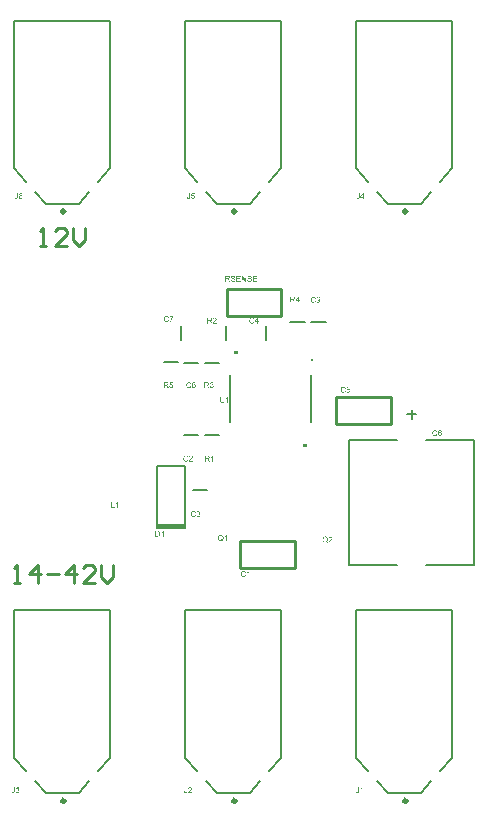
<source format=gto>
G04*
G04 #@! TF.GenerationSoftware,Altium Limited,Altium Designer,20.0.8 (157)*
G04*
G04 Layer_Color=65535*
%FSLAX24Y24*%
%MOIN*%
G70*
G01*
G75*
%ADD10C,0.0118*%
%ADD11C,0.0050*%
%ADD12C,0.0100*%
%ADD13C,0.0079*%
%ADD14C,0.0060*%
G36*
X39627Y33100D02*
Y33000D01*
X39477D01*
Y33100D01*
X39627D01*
D02*
G37*
G36*
X37323Y36100D02*
Y36200D01*
X37173D01*
Y36100D01*
X37323D01*
D02*
G37*
G36*
X39817Y35929D02*
Y35929D01*
X39817Y35928D01*
X39816Y35927D01*
X39816Y35926D01*
X39815Y35924D01*
X39814Y35922D01*
X39813Y35918D01*
X39811Y35913D01*
X39808Y35908D01*
X39806Y35903D01*
X39804Y35899D01*
X39805D01*
X39805D01*
X39807Y35899D01*
X39808D01*
X39810Y35900D01*
X39812Y35900D01*
X39817Y35900D01*
X39823Y35901D01*
X39828Y35901D01*
X39833Y35901D01*
X39835D01*
X39837D01*
Y35883D01*
X39837D01*
X39836D01*
X39836D01*
X39835D01*
X39832Y35883D01*
X39828Y35883D01*
X39823Y35884D01*
X39818Y35884D01*
X39811Y35885D01*
X39804Y35886D01*
Y35885D01*
X39805Y35885D01*
X39805Y35884D01*
X39805Y35883D01*
X39807Y35880D01*
X39808Y35877D01*
X39810Y35872D01*
X39813Y35867D01*
X39815Y35861D01*
X39817Y35855D01*
X39799Y35849D01*
Y35849D01*
X39798Y35850D01*
X39798Y35851D01*
X39798Y35852D01*
X39797Y35853D01*
X39797Y35855D01*
X39795Y35859D01*
X39794Y35864D01*
X39793Y35870D01*
X39792Y35875D01*
X39791Y35882D01*
X39791Y35881D01*
X39790Y35880D01*
X39788Y35878D01*
X39785Y35876D01*
X39782Y35872D01*
X39778Y35869D01*
X39772Y35864D01*
X39766Y35859D01*
X39756Y35875D01*
X39756Y35875D01*
X39758Y35876D01*
X39760Y35878D01*
X39763Y35880D01*
X39767Y35882D01*
X39772Y35885D01*
X39777Y35889D01*
X39783Y35893D01*
X39783D01*
X39782Y35893D01*
X39782Y35893D01*
X39780Y35894D01*
X39777Y35896D01*
X39773Y35898D01*
X39769Y35901D01*
X39764Y35904D01*
X39759Y35907D01*
X39756Y35910D01*
X39766Y35925D01*
X39767Y35924D01*
X39767Y35924D01*
X39768Y35923D01*
X39769Y35922D01*
X39773Y35920D01*
X39777Y35916D01*
X39781Y35913D01*
X39785Y35909D01*
X39788Y35906D01*
X39790Y35905D01*
X39791Y35903D01*
Y35903D01*
X39791Y35904D01*
Y35905D01*
X39792Y35906D01*
X39792Y35908D01*
X39792Y35909D01*
X39793Y35913D01*
X39794Y35918D01*
X39795Y35924D01*
X39799Y35935D01*
X39817Y35929D01*
D02*
G37*
G36*
X36865Y34536D02*
Y34536D01*
Y34535D01*
Y34534D01*
Y34532D01*
X36864Y34529D01*
Y34526D01*
X36864Y34523D01*
X36864Y34520D01*
X36863Y34512D01*
X36862Y34504D01*
X36860Y34497D01*
X36859Y34493D01*
X36858Y34490D01*
Y34490D01*
X36858Y34489D01*
X36857Y34488D01*
X36857Y34487D01*
X36855Y34484D01*
X36852Y34480D01*
X36849Y34476D01*
X36845Y34471D01*
X36840Y34467D01*
X36834Y34463D01*
X36834D01*
X36833Y34462D01*
X36833Y34462D01*
X36831Y34461D01*
X36830Y34460D01*
X36827Y34459D01*
X36825Y34458D01*
X36822Y34457D01*
X36819Y34456D01*
X36816Y34455D01*
X36812Y34455D01*
X36808Y34454D01*
X36804Y34453D01*
X36800Y34453D01*
X36790Y34452D01*
X36787D01*
X36785Y34452D01*
X36783D01*
X36780Y34453D01*
X36777Y34453D01*
X36774Y34453D01*
X36767Y34454D01*
X36760Y34456D01*
X36753Y34458D01*
X36746Y34461D01*
X36745D01*
X36745Y34462D01*
X36744Y34462D01*
X36743Y34463D01*
X36740Y34465D01*
X36736Y34468D01*
X36732Y34472D01*
X36728Y34476D01*
X36724Y34482D01*
X36721Y34488D01*
Y34488D01*
X36721Y34489D01*
X36721Y34490D01*
X36720Y34491D01*
X36720Y34493D01*
X36719Y34495D01*
X36718Y34498D01*
X36718Y34501D01*
X36717Y34504D01*
X36716Y34508D01*
X36716Y34512D01*
X36715Y34516D01*
X36715Y34520D01*
X36714Y34525D01*
X36714Y34531D01*
Y34536D01*
Y34647D01*
X36739D01*
Y34536D01*
Y34536D01*
Y34535D01*
Y34534D01*
Y34532D01*
X36740Y34530D01*
Y34528D01*
X36740Y34522D01*
X36741Y34516D01*
X36741Y34510D01*
X36743Y34504D01*
X36743Y34502D01*
X36744Y34499D01*
X36744Y34499D01*
X36745Y34498D01*
X36746Y34496D01*
X36748Y34493D01*
X36750Y34490D01*
X36753Y34487D01*
X36756Y34484D01*
X36760Y34481D01*
X36760Y34481D01*
X36762Y34480D01*
X36764Y34479D01*
X36767Y34478D01*
X36771Y34477D01*
X36776Y34476D01*
X36782Y34475D01*
X36787Y34475D01*
X36790D01*
X36792Y34475D01*
X36794D01*
X36797Y34476D01*
X36803Y34477D01*
X36810Y34478D01*
X36816Y34480D01*
X36822Y34483D01*
X36825Y34485D01*
X36827Y34488D01*
X36828Y34488D01*
X36828Y34488D01*
X36828Y34489D01*
X36829Y34490D01*
X36830Y34492D01*
X36831Y34493D01*
X36832Y34496D01*
X36833Y34498D01*
X36834Y34501D01*
X36835Y34505D01*
X36836Y34509D01*
X36837Y34514D01*
X36838Y34519D01*
X36839Y34524D01*
X36839Y34530D01*
Y34536D01*
Y34647D01*
X36865D01*
Y34536D01*
D02*
G37*
G36*
X36986Y34455D02*
X36962D01*
Y34605D01*
X36962Y34605D01*
X36961Y34604D01*
X36959Y34602D01*
X36956Y34600D01*
X36953Y34598D01*
X36949Y34595D01*
X36945Y34592D01*
X36940Y34589D01*
X36940D01*
X36939Y34589D01*
X36938Y34588D01*
X36935Y34586D01*
X36932Y34584D01*
X36928Y34583D01*
X36924Y34581D01*
X36920Y34579D01*
X36915Y34577D01*
Y34600D01*
X36916D01*
X36916Y34600D01*
X36917Y34601D01*
X36919Y34601D01*
X36920Y34602D01*
X36922Y34603D01*
X36927Y34606D01*
X36933Y34609D01*
X36938Y34613D01*
X36944Y34617D01*
X36950Y34622D01*
X36950Y34622D01*
X36950Y34623D01*
X36951Y34624D01*
X36952Y34624D01*
X36955Y34627D01*
X36958Y34630D01*
X36961Y34634D01*
X36965Y34639D01*
X36968Y34643D01*
X36971Y34648D01*
X36986D01*
Y34455D01*
D02*
G37*
G36*
X37705Y38695D02*
X37707D01*
X37712Y38694D01*
X37718Y38693D01*
X37724Y38692D01*
X37731Y38690D01*
X37737Y38688D01*
X37737D01*
X37738Y38688D01*
X37739Y38687D01*
X37740Y38687D01*
X37743Y38685D01*
X37746Y38683D01*
X37750Y38680D01*
X37755Y38676D01*
X37758Y38672D01*
X37762Y38668D01*
Y38667D01*
X37762Y38667D01*
X37763Y38666D01*
X37763Y38665D01*
X37765Y38663D01*
X37766Y38659D01*
X37768Y38655D01*
X37770Y38649D01*
X37771Y38644D01*
X37772Y38638D01*
X37747Y38636D01*
Y38636D01*
Y38637D01*
X37747Y38637D01*
X37747Y38639D01*
X37746Y38642D01*
X37745Y38646D01*
X37743Y38650D01*
X37741Y38655D01*
X37738Y38659D01*
X37734Y38663D01*
X37733Y38663D01*
X37732Y38664D01*
X37729Y38666D01*
X37725Y38668D01*
X37721Y38669D01*
X37715Y38671D01*
X37708Y38672D01*
X37701Y38672D01*
X37697D01*
X37695Y38672D01*
X37693Y38672D01*
X37688Y38671D01*
X37682Y38670D01*
X37677Y38669D01*
X37671Y38666D01*
X37669Y38665D01*
X37667Y38664D01*
X37666Y38663D01*
X37665Y38662D01*
X37664Y38660D01*
X37662Y38658D01*
X37660Y38655D01*
X37658Y38652D01*
X37657Y38648D01*
X37657Y38643D01*
Y38643D01*
Y38642D01*
X37657Y38640D01*
X37658Y38638D01*
X37658Y38635D01*
X37660Y38632D01*
X37661Y38629D01*
X37664Y38627D01*
X37664Y38626D01*
X37666Y38625D01*
X37667Y38625D01*
X37668Y38624D01*
X37669Y38623D01*
X37671Y38622D01*
X37674Y38621D01*
X37677Y38620D01*
X37680Y38619D01*
X37683Y38618D01*
X37687Y38617D01*
X37692Y38615D01*
X37697Y38614D01*
X37702Y38613D01*
X37702D01*
X37704Y38612D01*
X37705Y38612D01*
X37707Y38612D01*
X37710Y38611D01*
X37713Y38610D01*
X37716Y38609D01*
X37719Y38609D01*
X37726Y38607D01*
X37733Y38605D01*
X37737Y38604D01*
X37740Y38602D01*
X37742Y38602D01*
X37745Y38601D01*
X37745D01*
X37745Y38600D01*
X37746Y38600D01*
X37747Y38599D01*
X37750Y38598D01*
X37754Y38595D01*
X37758Y38592D01*
X37762Y38589D01*
X37766Y38585D01*
X37769Y38581D01*
X37770Y38580D01*
X37771Y38579D01*
X37772Y38576D01*
X37774Y38573D01*
X37775Y38569D01*
X37776Y38565D01*
X37777Y38559D01*
X37778Y38554D01*
Y38553D01*
Y38553D01*
Y38552D01*
Y38551D01*
X37777Y38548D01*
X37776Y38544D01*
X37775Y38540D01*
X37774Y38535D01*
X37772Y38530D01*
X37769Y38525D01*
Y38525D01*
X37768Y38524D01*
X37767Y38523D01*
X37765Y38520D01*
X37762Y38517D01*
X37759Y38514D01*
X37754Y38511D01*
X37749Y38507D01*
X37743Y38504D01*
X37743D01*
X37743Y38504D01*
X37742Y38504D01*
X37741Y38503D01*
X37739Y38502D01*
X37737Y38502D01*
X37733Y38501D01*
X37727Y38499D01*
X37721Y38498D01*
X37714Y38497D01*
X37707Y38497D01*
X37702D01*
X37700Y38497D01*
X37697D01*
X37695Y38497D01*
X37691Y38498D01*
X37684Y38499D01*
X37677Y38500D01*
X37670Y38502D01*
X37663Y38504D01*
X37663D01*
X37662Y38504D01*
X37661Y38505D01*
X37660Y38506D01*
X37657Y38507D01*
X37653Y38510D01*
X37649Y38513D01*
X37644Y38517D01*
X37640Y38522D01*
X37635Y38527D01*
Y38527D01*
X37635Y38528D01*
X37635Y38529D01*
X37634Y38530D01*
X37633Y38531D01*
X37632Y38533D01*
X37630Y38537D01*
X37628Y38542D01*
X37627Y38548D01*
X37626Y38555D01*
X37625Y38561D01*
X37649Y38564D01*
Y38563D01*
Y38563D01*
X37649Y38562D01*
Y38561D01*
X37650Y38559D01*
X37651Y38555D01*
X37652Y38552D01*
X37653Y38547D01*
X37655Y38543D01*
X37657Y38540D01*
X37657Y38540D01*
X37658Y38538D01*
X37659Y38537D01*
X37661Y38535D01*
X37664Y38532D01*
X37667Y38530D01*
X37671Y38527D01*
X37676Y38525D01*
X37676D01*
X37676Y38525D01*
X37677Y38524D01*
X37678Y38524D01*
X37681Y38523D01*
X37684Y38522D01*
X37689Y38521D01*
X37694Y38520D01*
X37699Y38520D01*
X37705Y38519D01*
X37708D01*
X37711Y38520D01*
X37714Y38520D01*
X37718Y38521D01*
X37722Y38521D01*
X37727Y38522D01*
X37731Y38524D01*
X37732Y38524D01*
X37733Y38524D01*
X37735Y38525D01*
X37737Y38527D01*
X37740Y38529D01*
X37743Y38530D01*
X37745Y38533D01*
X37748Y38535D01*
X37748Y38536D01*
X37748Y38537D01*
X37749Y38538D01*
X37750Y38540D01*
X37751Y38543D01*
X37752Y38545D01*
X37753Y38548D01*
X37753Y38552D01*
Y38552D01*
Y38553D01*
X37753Y38555D01*
X37753Y38557D01*
X37752Y38560D01*
X37751Y38562D01*
X37750Y38565D01*
X37748Y38568D01*
X37747Y38568D01*
X37746Y38569D01*
X37745Y38570D01*
X37743Y38571D01*
X37741Y38573D01*
X37738Y38575D01*
X37735Y38577D01*
X37730Y38579D01*
X37730Y38579D01*
X37729Y38579D01*
X37727Y38580D01*
X37725Y38580D01*
X37723Y38581D01*
X37721Y38582D01*
X37719Y38582D01*
X37716Y38583D01*
X37713Y38584D01*
X37709Y38585D01*
X37705Y38586D01*
X37701Y38587D01*
X37696Y38588D01*
X37696D01*
X37695Y38588D01*
X37694Y38589D01*
X37692Y38589D01*
X37690Y38590D01*
X37687Y38590D01*
X37682Y38592D01*
X37676Y38594D01*
X37669Y38596D01*
X37664Y38598D01*
X37661Y38599D01*
X37659Y38600D01*
X37659D01*
X37659Y38600D01*
X37657Y38601D01*
X37655Y38603D01*
X37652Y38605D01*
X37648Y38607D01*
X37645Y38611D01*
X37642Y38614D01*
X37639Y38618D01*
X37639Y38619D01*
X37638Y38620D01*
X37637Y38622D01*
X37636Y38625D01*
X37635Y38629D01*
X37633Y38633D01*
X37633Y38637D01*
X37632Y38642D01*
Y38642D01*
Y38642D01*
Y38643D01*
Y38644D01*
X37633Y38647D01*
X37633Y38651D01*
X37634Y38655D01*
X37636Y38660D01*
X37638Y38664D01*
X37640Y38669D01*
Y38669D01*
X37641Y38670D01*
X37642Y38671D01*
X37644Y38673D01*
X37646Y38676D01*
X37650Y38679D01*
X37654Y38683D01*
X37659Y38686D01*
X37664Y38688D01*
X37665D01*
X37665Y38689D01*
X37666Y38689D01*
X37667Y38689D01*
X37669Y38690D01*
X37671Y38691D01*
X37675Y38692D01*
X37680Y38693D01*
X37686Y38694D01*
X37692Y38695D01*
X37700Y38695D01*
X37703D01*
X37705Y38695D01*
D02*
G37*
G36*
X37155D02*
X37156D01*
X37162Y38694D01*
X37168Y38693D01*
X37174Y38692D01*
X37180Y38690D01*
X37186Y38688D01*
X37187D01*
X37187Y38688D01*
X37188Y38687D01*
X37189Y38687D01*
X37192Y38685D01*
X37196Y38683D01*
X37200Y38680D01*
X37204Y38676D01*
X37208Y38672D01*
X37211Y38668D01*
Y38667D01*
X37212Y38667D01*
X37212Y38666D01*
X37213Y38665D01*
X37214Y38663D01*
X37216Y38659D01*
X37218Y38655D01*
X37219Y38649D01*
X37220Y38644D01*
X37221Y38638D01*
X37197Y38636D01*
Y38636D01*
Y38637D01*
X37196Y38637D01*
X37196Y38639D01*
X37195Y38642D01*
X37194Y38646D01*
X37192Y38650D01*
X37190Y38655D01*
X37187Y38659D01*
X37183Y38663D01*
X37183Y38663D01*
X37181Y38664D01*
X37178Y38666D01*
X37175Y38668D01*
X37170Y38669D01*
X37165Y38671D01*
X37158Y38672D01*
X37150Y38672D01*
X37146D01*
X37144Y38672D01*
X37142Y38672D01*
X37137Y38671D01*
X37132Y38670D01*
X37126Y38669D01*
X37121Y38666D01*
X37119Y38665D01*
X37116Y38664D01*
X37116Y38663D01*
X37115Y38662D01*
X37113Y38660D01*
X37111Y38658D01*
X37109Y38655D01*
X37108Y38652D01*
X37107Y38648D01*
X37106Y38643D01*
Y38643D01*
Y38642D01*
X37106Y38640D01*
X37107Y38638D01*
X37108Y38635D01*
X37109Y38632D01*
X37111Y38629D01*
X37113Y38627D01*
X37114Y38626D01*
X37115Y38625D01*
X37116Y38625D01*
X37117Y38624D01*
X37119Y38623D01*
X37121Y38622D01*
X37123Y38621D01*
X37126Y38620D01*
X37129Y38619D01*
X37133Y38618D01*
X37137Y38617D01*
X37141Y38615D01*
X37146Y38614D01*
X37151Y38613D01*
X37152D01*
X37153Y38612D01*
X37155Y38612D01*
X37156Y38612D01*
X37159Y38611D01*
X37162Y38610D01*
X37165Y38609D01*
X37168Y38609D01*
X37176Y38607D01*
X37183Y38605D01*
X37186Y38604D01*
X37189Y38602D01*
X37192Y38602D01*
X37194Y38601D01*
X37194D01*
X37195Y38600D01*
X37196Y38600D01*
X37197Y38599D01*
X37200Y38598D01*
X37203Y38595D01*
X37207Y38592D01*
X37212Y38589D01*
X37215Y38585D01*
X37219Y38581D01*
X37219Y38580D01*
X37220Y38579D01*
X37221Y38576D01*
X37223Y38573D01*
X37224Y38569D01*
X37226Y38565D01*
X37227Y38559D01*
X37227Y38554D01*
Y38553D01*
Y38553D01*
Y38552D01*
Y38551D01*
X37226Y38548D01*
X37226Y38544D01*
X37225Y38540D01*
X37223Y38535D01*
X37221Y38530D01*
X37218Y38525D01*
Y38525D01*
X37218Y38524D01*
X37216Y38523D01*
X37214Y38520D01*
X37212Y38517D01*
X37208Y38514D01*
X37204Y38511D01*
X37199Y38507D01*
X37193Y38504D01*
X37192D01*
X37192Y38504D01*
X37191Y38504D01*
X37190Y38503D01*
X37188Y38502D01*
X37186Y38502D01*
X37182Y38501D01*
X37177Y38499D01*
X37170Y38498D01*
X37163Y38497D01*
X37156Y38497D01*
X37151D01*
X37149Y38497D01*
X37147D01*
X37144Y38497D01*
X37141Y38498D01*
X37134Y38499D01*
X37127Y38500D01*
X37119Y38502D01*
X37112Y38504D01*
X37112D01*
X37112Y38504D01*
X37111Y38505D01*
X37110Y38506D01*
X37106Y38507D01*
X37102Y38510D01*
X37098Y38513D01*
X37093Y38517D01*
X37089Y38522D01*
X37085Y38527D01*
Y38527D01*
X37084Y38528D01*
X37084Y38529D01*
X37083Y38530D01*
X37083Y38531D01*
X37082Y38533D01*
X37080Y38537D01*
X37078Y38542D01*
X37076Y38548D01*
X37075Y38555D01*
X37074Y38561D01*
X37098Y38564D01*
Y38563D01*
Y38563D01*
X37099Y38562D01*
Y38561D01*
X37099Y38559D01*
X37100Y38555D01*
X37101Y38552D01*
X37102Y38547D01*
X37104Y38543D01*
X37106Y38540D01*
X37106Y38540D01*
X37107Y38538D01*
X37109Y38537D01*
X37111Y38535D01*
X37114Y38532D01*
X37117Y38530D01*
X37121Y38527D01*
X37125Y38525D01*
X37125D01*
X37126Y38525D01*
X37127Y38524D01*
X37127Y38524D01*
X37130Y38523D01*
X37134Y38522D01*
X37138Y38521D01*
X37143Y38520D01*
X37149Y38520D01*
X37155Y38519D01*
X37157D01*
X37160Y38520D01*
X37163Y38520D01*
X37167Y38521D01*
X37172Y38521D01*
X37176Y38522D01*
X37180Y38524D01*
X37181Y38524D01*
X37182Y38524D01*
X37184Y38525D01*
X37187Y38527D01*
X37189Y38529D01*
X37192Y38530D01*
X37195Y38533D01*
X37197Y38535D01*
X37197Y38536D01*
X37198Y38537D01*
X37199Y38538D01*
X37200Y38540D01*
X37201Y38543D01*
X37202Y38545D01*
X37202Y38548D01*
X37202Y38552D01*
Y38552D01*
Y38553D01*
X37202Y38555D01*
X37202Y38557D01*
X37201Y38560D01*
X37200Y38562D01*
X37199Y38565D01*
X37197Y38568D01*
X37197Y38568D01*
X37196Y38569D01*
X37195Y38570D01*
X37193Y38571D01*
X37191Y38573D01*
X37188Y38575D01*
X37184Y38577D01*
X37180Y38579D01*
X37179Y38579D01*
X37178Y38579D01*
X37176Y38580D01*
X37174Y38580D01*
X37173Y38581D01*
X37171Y38582D01*
X37168Y38582D01*
X37165Y38583D01*
X37162Y38584D01*
X37159Y38585D01*
X37155Y38586D01*
X37150Y38587D01*
X37146Y38588D01*
X37145D01*
X37145Y38588D01*
X37143Y38589D01*
X37142Y38589D01*
X37139Y38590D01*
X37137Y38590D01*
X37131Y38592D01*
X37125Y38594D01*
X37119Y38596D01*
X37113Y38598D01*
X37111Y38599D01*
X37109Y38600D01*
X37108D01*
X37108Y38600D01*
X37106Y38601D01*
X37104Y38603D01*
X37101Y38605D01*
X37098Y38607D01*
X37094Y38611D01*
X37091Y38614D01*
X37088Y38618D01*
X37088Y38619D01*
X37087Y38620D01*
X37086Y38622D01*
X37085Y38625D01*
X37084Y38629D01*
X37083Y38633D01*
X37082Y38637D01*
X37082Y38642D01*
Y38642D01*
Y38642D01*
Y38643D01*
Y38644D01*
X37082Y38647D01*
X37083Y38651D01*
X37084Y38655D01*
X37085Y38660D01*
X37087Y38664D01*
X37090Y38669D01*
Y38669D01*
X37090Y38670D01*
X37091Y38671D01*
X37093Y38673D01*
X37096Y38676D01*
X37099Y38679D01*
X37103Y38683D01*
X37108Y38686D01*
X37114Y38688D01*
X37114D01*
X37115Y38689D01*
X37115Y38689D01*
X37117Y38689D01*
X37118Y38690D01*
X37120Y38691D01*
X37124Y38692D01*
X37129Y38693D01*
X37135Y38694D01*
X37142Y38695D01*
X37149Y38695D01*
X37153D01*
X37155Y38695D01*
D02*
G37*
G36*
X37591Y38500D02*
X37565D01*
X37464Y38650D01*
Y38500D01*
X37440D01*
Y38692D01*
X37466D01*
X37567Y38541D01*
Y38692D01*
X37591D01*
Y38500D01*
D02*
G37*
G36*
X37951Y38669D02*
X37838D01*
Y38611D01*
X37944D01*
Y38588D01*
X37838D01*
Y38523D01*
X37956D01*
Y38500D01*
X37813D01*
Y38692D01*
X37951D01*
Y38669D01*
D02*
G37*
G36*
X37401D02*
X37287D01*
Y38611D01*
X37394D01*
Y38588D01*
X37287D01*
Y38523D01*
X37405D01*
Y38500D01*
X37262D01*
Y38692D01*
X37401D01*
Y38669D01*
D02*
G37*
G36*
X36981Y38691D02*
X36984D01*
X36989Y38691D01*
X36996Y38690D01*
X37002Y38689D01*
X37008Y38688D01*
X37011Y38687D01*
X37014Y38686D01*
X37014D01*
X37014Y38686D01*
X37016Y38685D01*
X37019Y38684D01*
X37022Y38682D01*
X37025Y38680D01*
X37029Y38676D01*
X37032Y38673D01*
X37035Y38668D01*
Y38668D01*
X37035Y38668D01*
X37037Y38666D01*
X37038Y38663D01*
X37039Y38660D01*
X37041Y38655D01*
X37042Y38650D01*
X37043Y38645D01*
X37043Y38639D01*
Y38639D01*
Y38639D01*
Y38637D01*
X37043Y38636D01*
Y38634D01*
X37043Y38632D01*
X37042Y38627D01*
X37040Y38622D01*
X37038Y38616D01*
X37034Y38610D01*
X37032Y38607D01*
X37030Y38605D01*
X37030Y38604D01*
X37029Y38604D01*
X37029Y38603D01*
X37027Y38602D01*
X37026Y38601D01*
X37024Y38600D01*
X37022Y38599D01*
X37020Y38597D01*
X37017Y38596D01*
X37014Y38594D01*
X37011Y38593D01*
X37007Y38591D01*
X37003Y38590D01*
X36999Y38589D01*
X36994Y38588D01*
X36989Y38587D01*
X36990Y38587D01*
X36991Y38586D01*
X36992Y38585D01*
X36995Y38584D01*
X37000Y38581D01*
X37002Y38579D01*
X37004Y38578D01*
X37005Y38577D01*
X37006Y38576D01*
X37009Y38573D01*
X37011Y38571D01*
X37014Y38567D01*
X37018Y38563D01*
X37022Y38558D01*
X37025Y38552D01*
X37058Y38500D01*
X37027D01*
X37002Y38540D01*
Y38540D01*
X37001Y38541D01*
X37001Y38542D01*
X37000Y38543D01*
X36998Y38546D01*
X36995Y38550D01*
X36992Y38554D01*
X36989Y38558D01*
X36986Y38562D01*
X36983Y38566D01*
X36983Y38566D01*
X36982Y38568D01*
X36981Y38569D01*
X36979Y38571D01*
X36975Y38575D01*
X36973Y38577D01*
X36970Y38579D01*
X36970Y38579D01*
X36969Y38579D01*
X36968Y38580D01*
X36967Y38581D01*
X36965Y38582D01*
X36963Y38583D01*
X36959Y38584D01*
X36958D01*
X36958Y38584D01*
X36957D01*
X36955Y38584D01*
X36953Y38585D01*
X36951D01*
X36948Y38585D01*
X36915D01*
Y38500D01*
X36890D01*
Y38692D01*
X36979D01*
X36981Y38691D01*
D02*
G37*
G36*
X35146Y35123D02*
X35069D01*
X35059Y35071D01*
X35059Y35071D01*
X35060Y35071D01*
X35061Y35072D01*
X35062Y35073D01*
X35064Y35074D01*
X35066Y35075D01*
X35070Y35077D01*
X35076Y35079D01*
X35082Y35081D01*
X35089Y35082D01*
X35092Y35083D01*
X35098D01*
X35100Y35083D01*
X35102Y35082D01*
X35104Y35082D01*
X35107Y35082D01*
X35110Y35081D01*
X35117Y35079D01*
X35120Y35077D01*
X35124Y35075D01*
X35128Y35074D01*
X35131Y35071D01*
X35134Y35069D01*
X35138Y35066D01*
X35138Y35065D01*
X35139Y35065D01*
X35139Y35064D01*
X35141Y35062D01*
X35142Y35061D01*
X35143Y35059D01*
X35145Y35056D01*
X35147Y35053D01*
X35148Y35050D01*
X35150Y35047D01*
X35151Y35043D01*
X35152Y35039D01*
X35154Y35035D01*
X35154Y35030D01*
X35155Y35026D01*
X35155Y35021D01*
Y35020D01*
Y35020D01*
Y35018D01*
X35155Y35016D01*
X35155Y35014D01*
X35154Y35011D01*
X35154Y35008D01*
X35153Y35005D01*
X35152Y34998D01*
X35149Y34991D01*
X35147Y34987D01*
X35145Y34983D01*
X35143Y34979D01*
X35140Y34976D01*
X35140Y34975D01*
X35139Y34975D01*
X35138Y34974D01*
X35137Y34972D01*
X35135Y34971D01*
X35133Y34968D01*
X35130Y34966D01*
X35127Y34964D01*
X35123Y34962D01*
X35120Y34960D01*
X35115Y34958D01*
X35111Y34956D01*
X35106Y34955D01*
X35101Y34954D01*
X35095Y34953D01*
X35090Y34952D01*
X35087D01*
X35085Y34953D01*
X35083Y34953D01*
X35080Y34953D01*
X35077Y34954D01*
X35074Y34954D01*
X35067Y34956D01*
X35061Y34959D01*
X35057Y34960D01*
X35053Y34962D01*
X35050Y34964D01*
X35047Y34967D01*
X35046Y34967D01*
X35046Y34967D01*
X35045Y34969D01*
X35044Y34970D01*
X35043Y34971D01*
X35041Y34973D01*
X35040Y34975D01*
X35038Y34977D01*
X35037Y34980D01*
X35035Y34983D01*
X35032Y34990D01*
X35029Y34997D01*
X35029Y35002D01*
X35028Y35006D01*
X35053Y35008D01*
Y35008D01*
Y35007D01*
X35053Y35006D01*
X35053Y35005D01*
X35054Y35002D01*
X35055Y34998D01*
X35057Y34993D01*
X35059Y34989D01*
X35062Y34985D01*
X35065Y34981D01*
X35066Y34980D01*
X35067Y34979D01*
X35069Y34978D01*
X35072Y34976D01*
X35075Y34975D01*
X35080Y34973D01*
X35084Y34972D01*
X35090Y34972D01*
X35091D01*
X35092Y34972D01*
X35096Y34972D01*
X35100Y34974D01*
X35104Y34975D01*
X35109Y34977D01*
X35114Y34980D01*
X35116Y34982D01*
X35118Y34985D01*
X35119Y34985D01*
X35119Y34985D01*
X35120Y34986D01*
X35120Y34987D01*
X35122Y34990D01*
X35125Y34994D01*
X35126Y34998D01*
X35128Y35004D01*
X35130Y35011D01*
X35130Y35015D01*
Y35019D01*
Y35019D01*
Y35020D01*
Y35021D01*
X35130Y35022D01*
Y35024D01*
X35130Y35026D01*
X35129Y35030D01*
X35128Y35035D01*
X35126Y35041D01*
X35123Y35046D01*
X35119Y35050D01*
Y35051D01*
X35118Y35051D01*
X35117Y35052D01*
X35115Y35054D01*
X35111Y35056D01*
X35107Y35058D01*
X35102Y35060D01*
X35096Y35062D01*
X35093Y35062D01*
X35087D01*
X35085Y35062D01*
X35082Y35062D01*
X35079Y35061D01*
X35076Y35060D01*
X35072Y35059D01*
X35069Y35057D01*
X35068Y35057D01*
X35067Y35056D01*
X35066Y35055D01*
X35063Y35053D01*
X35061Y35051D01*
X35059Y35049D01*
X35056Y35046D01*
X35054Y35043D01*
X35032Y35046D01*
X35051Y35145D01*
X35146D01*
Y35123D01*
D02*
G37*
G36*
X34936Y35147D02*
X34938D01*
X34944Y35147D01*
X34950Y35146D01*
X34957Y35145D01*
X34963Y35144D01*
X34966Y35143D01*
X34969Y35142D01*
X34969D01*
X34969Y35142D01*
X34971Y35141D01*
X34973Y35140D01*
X34976Y35138D01*
X34980Y35136D01*
X34983Y35132D01*
X34987Y35128D01*
X34990Y35124D01*
Y35124D01*
X34990Y35123D01*
X34991Y35122D01*
X34992Y35119D01*
X34994Y35115D01*
X34995Y35111D01*
X34997Y35106D01*
X34998Y35101D01*
X34998Y35095D01*
Y35095D01*
Y35094D01*
Y35093D01*
X34998Y35092D01*
Y35090D01*
X34997Y35088D01*
X34996Y35083D01*
X34995Y35078D01*
X34992Y35072D01*
X34989Y35066D01*
X34987Y35063D01*
X34985Y35061D01*
X34984Y35060D01*
X34984Y35060D01*
X34983Y35059D01*
X34982Y35058D01*
X34981Y35057D01*
X34979Y35056D01*
X34977Y35055D01*
X34975Y35053D01*
X34972Y35052D01*
X34969Y35050D01*
X34966Y35049D01*
X34962Y35047D01*
X34958Y35046D01*
X34954Y35045D01*
X34949Y35044D01*
X34944Y35043D01*
X34944Y35043D01*
X34946Y35042D01*
X34947Y35041D01*
X34949Y35040D01*
X34954Y35037D01*
X34957Y35035D01*
X34959Y35033D01*
X34960Y35033D01*
X34961Y35031D01*
X34963Y35029D01*
X34966Y35026D01*
X34969Y35023D01*
X34973Y35018D01*
X34976Y35013D01*
X34980Y35008D01*
X35013Y34956D01*
X34982D01*
X34956Y34996D01*
Y34996D01*
X34956Y34997D01*
X34955Y34997D01*
X34954Y34998D01*
X34952Y35002D01*
X34950Y35005D01*
X34947Y35010D01*
X34944Y35014D01*
X34941Y35018D01*
X34938Y35022D01*
X34938Y35022D01*
X34937Y35023D01*
X34936Y35025D01*
X34934Y35027D01*
X34929Y35031D01*
X34927Y35033D01*
X34925Y35035D01*
X34925Y35035D01*
X34924Y35035D01*
X34923Y35036D01*
X34921Y35037D01*
X34920Y35038D01*
X34918Y35038D01*
X34913Y35040D01*
X34913D01*
X34913Y35040D01*
X34911D01*
X34910Y35040D01*
X34908Y35041D01*
X34906D01*
X34903Y35041D01*
X34870D01*
Y34956D01*
X34845D01*
Y35148D01*
X34934D01*
X34936Y35147D01*
D02*
G37*
G36*
X39342Y37878D02*
X39368D01*
Y37856D01*
X39342D01*
Y37810D01*
X39319D01*
Y37856D01*
X39235D01*
Y37878D01*
X39323Y38002D01*
X39342D01*
Y37878D01*
D02*
G37*
G36*
X39151Y38001D02*
X39154D01*
X39159Y38001D01*
X39166Y38000D01*
X39172Y37999D01*
X39178Y37998D01*
X39181Y37997D01*
X39184Y37996D01*
X39184D01*
X39184Y37996D01*
X39186Y37995D01*
X39189Y37994D01*
X39192Y37992D01*
X39195Y37990D01*
X39199Y37986D01*
X39202Y37983D01*
X39205Y37978D01*
Y37978D01*
X39205Y37978D01*
X39207Y37976D01*
X39208Y37973D01*
X39209Y37970D01*
X39211Y37965D01*
X39212Y37960D01*
X39213Y37955D01*
X39213Y37949D01*
Y37949D01*
Y37949D01*
Y37947D01*
X39213Y37946D01*
Y37944D01*
X39213Y37942D01*
X39212Y37937D01*
X39210Y37932D01*
X39208Y37926D01*
X39204Y37920D01*
X39202Y37917D01*
X39200Y37915D01*
X39200Y37914D01*
X39199Y37914D01*
X39199Y37913D01*
X39197Y37912D01*
X39196Y37911D01*
X39194Y37910D01*
X39192Y37909D01*
X39190Y37907D01*
X39187Y37906D01*
X39184Y37904D01*
X39181Y37903D01*
X39177Y37901D01*
X39173Y37900D01*
X39169Y37899D01*
X39164Y37898D01*
X39159Y37897D01*
X39160Y37897D01*
X39161Y37896D01*
X39162Y37895D01*
X39165Y37894D01*
X39170Y37891D01*
X39172Y37889D01*
X39174Y37888D01*
X39175Y37887D01*
X39176Y37886D01*
X39179Y37883D01*
X39181Y37881D01*
X39184Y37877D01*
X39188Y37873D01*
X39192Y37868D01*
X39195Y37862D01*
X39228Y37810D01*
X39197D01*
X39172Y37850D01*
Y37850D01*
X39171Y37851D01*
X39171Y37852D01*
X39170Y37853D01*
X39168Y37856D01*
X39165Y37860D01*
X39162Y37864D01*
X39159Y37868D01*
X39156Y37872D01*
X39153Y37876D01*
X39153Y37876D01*
X39152Y37878D01*
X39151Y37879D01*
X39149Y37881D01*
X39145Y37885D01*
X39143Y37887D01*
X39140Y37889D01*
X39140Y37889D01*
X39139Y37889D01*
X39138Y37890D01*
X39137Y37891D01*
X39135Y37892D01*
X39133Y37893D01*
X39129Y37894D01*
X39128D01*
X39128Y37894D01*
X39127D01*
X39125Y37894D01*
X39123Y37895D01*
X39121D01*
X39118Y37895D01*
X39085D01*
Y37810D01*
X39060D01*
Y38002D01*
X39149D01*
X39151Y38001D01*
D02*
G37*
G36*
X36445Y35148D02*
X36448Y35147D01*
X36453Y35146D01*
X36458Y35145D01*
X36463Y35143D01*
X36468Y35141D01*
X36468D01*
X36468Y35141D01*
X36470Y35140D01*
X36472Y35138D01*
X36475Y35136D01*
X36479Y35134D01*
X36482Y35130D01*
X36485Y35127D01*
X36488Y35123D01*
X36488Y35122D01*
X36489Y35121D01*
X36490Y35118D01*
X36492Y35115D01*
X36493Y35112D01*
X36494Y35107D01*
X36495Y35103D01*
X36495Y35098D01*
Y35098D01*
Y35096D01*
X36495Y35094D01*
X36494Y35091D01*
X36493Y35087D01*
X36492Y35083D01*
X36490Y35079D01*
X36488Y35075D01*
X36488Y35075D01*
X36487Y35074D01*
X36485Y35072D01*
X36483Y35070D01*
X36480Y35067D01*
X36477Y35064D01*
X36473Y35062D01*
X36469Y35059D01*
X36469D01*
X36469Y35059D01*
X36470Y35059D01*
X36471Y35058D01*
X36474Y35057D01*
X36478Y35056D01*
X36483Y35053D01*
X36487Y35051D01*
X36491Y35047D01*
X36495Y35043D01*
X36495Y35042D01*
X36497Y35041D01*
X36498Y35038D01*
X36500Y35034D01*
X36502Y35030D01*
X36503Y35025D01*
X36504Y35019D01*
X36505Y35012D01*
Y35012D01*
Y35011D01*
Y35009D01*
X36504Y35008D01*
X36504Y35006D01*
X36503Y35003D01*
X36503Y35000D01*
X36502Y34997D01*
X36500Y34991D01*
X36498Y34987D01*
X36497Y34984D01*
X36495Y34980D01*
X36492Y34976D01*
X36489Y34973D01*
X36486Y34970D01*
X36486Y34969D01*
X36485Y34969D01*
X36484Y34968D01*
X36483Y34967D01*
X36481Y34965D01*
X36479Y34964D01*
X36476Y34962D01*
X36473Y34961D01*
X36470Y34959D01*
X36467Y34958D01*
X36463Y34956D01*
X36459Y34955D01*
X36454Y34954D01*
X36450Y34953D01*
X36445Y34952D01*
X36440Y34952D01*
X36437D01*
X36436Y34952D01*
X36433Y34953D01*
X36431Y34953D01*
X36428Y34953D01*
X36425Y34954D01*
X36418Y34956D01*
X36411Y34958D01*
X36408Y34960D01*
X36405Y34962D01*
X36401Y34965D01*
X36398Y34967D01*
X36398Y34967D01*
X36397Y34968D01*
X36396Y34969D01*
X36395Y34970D01*
X36394Y34971D01*
X36393Y34973D01*
X36391Y34975D01*
X36389Y34978D01*
X36388Y34980D01*
X36386Y34983D01*
X36383Y34990D01*
X36380Y34998D01*
X36380Y35002D01*
X36379Y35006D01*
X36403Y35009D01*
Y35009D01*
X36403Y35008D01*
X36403Y35007D01*
X36403Y35006D01*
X36404Y35004D01*
X36404Y35002D01*
X36406Y34998D01*
X36408Y34993D01*
X36410Y34988D01*
X36413Y34984D01*
X36416Y34980D01*
X36417Y34980D01*
X36418Y34979D01*
X36420Y34977D01*
X36423Y34976D01*
X36426Y34974D01*
X36430Y34973D01*
X36435Y34972D01*
X36440Y34971D01*
X36442D01*
X36443Y34972D01*
X36446Y34972D01*
X36450Y34973D01*
X36454Y34974D01*
X36459Y34976D01*
X36464Y34979D01*
X36468Y34983D01*
X36469Y34983D01*
X36470Y34985D01*
X36472Y34988D01*
X36474Y34991D01*
X36476Y34995D01*
X36478Y35000D01*
X36479Y35005D01*
X36480Y35011D01*
Y35012D01*
Y35012D01*
Y35013D01*
X36479Y35014D01*
X36479Y35017D01*
X36478Y35021D01*
X36477Y35025D01*
X36475Y35030D01*
X36472Y35034D01*
X36469Y35038D01*
X36468Y35039D01*
X36467Y35040D01*
X36465Y35042D01*
X36462Y35043D01*
X36458Y35045D01*
X36453Y35047D01*
X36448Y35048D01*
X36442Y35049D01*
X36439D01*
X36438Y35048D01*
X36435Y35048D01*
X36432Y35048D01*
X36429Y35047D01*
X36425Y35046D01*
X36428Y35067D01*
X36430D01*
X36431Y35067D01*
X36434D01*
X36437Y35067D01*
X36441Y35068D01*
X36445Y35069D01*
X36450Y35070D01*
X36454Y35072D01*
X36459Y35075D01*
X36459D01*
X36459Y35075D01*
X36461Y35076D01*
X36463Y35078D01*
X36465Y35080D01*
X36467Y35084D01*
X36469Y35088D01*
X36470Y35093D01*
X36471Y35096D01*
Y35099D01*
Y35099D01*
Y35099D01*
Y35101D01*
X36470Y35103D01*
X36470Y35106D01*
X36469Y35109D01*
X36467Y35113D01*
X36465Y35117D01*
X36462Y35120D01*
X36462Y35120D01*
X36461Y35121D01*
X36459Y35123D01*
X36456Y35124D01*
X36453Y35126D01*
X36449Y35127D01*
X36444Y35128D01*
X36439Y35129D01*
X36437D01*
X36435Y35128D01*
X36431Y35127D01*
X36428Y35126D01*
X36424Y35125D01*
X36420Y35123D01*
X36417Y35120D01*
X36416Y35120D01*
X36415Y35118D01*
X36414Y35116D01*
X36412Y35114D01*
X36410Y35110D01*
X36408Y35106D01*
X36406Y35100D01*
X36405Y35094D01*
X36382Y35098D01*
Y35099D01*
X36382Y35099D01*
X36382Y35101D01*
X36382Y35102D01*
X36383Y35104D01*
X36384Y35106D01*
X36385Y35112D01*
X36388Y35118D01*
X36392Y35124D01*
X36396Y35130D01*
X36401Y35135D01*
X36401Y35135D01*
X36402Y35135D01*
X36403Y35136D01*
X36404Y35137D01*
X36405Y35138D01*
X36407Y35139D01*
X36409Y35140D01*
X36411Y35142D01*
X36417Y35144D01*
X36423Y35146D01*
X36431Y35147D01*
X36435Y35148D01*
X36442D01*
X36445Y35148D01*
D02*
G37*
G36*
X36287Y35147D02*
X36289D01*
X36295Y35147D01*
X36301Y35146D01*
X36308Y35145D01*
X36314Y35143D01*
X36317Y35143D01*
X36319Y35142D01*
X36320D01*
X36320Y35142D01*
X36321Y35141D01*
X36324Y35140D01*
X36327Y35138D01*
X36330Y35135D01*
X36334Y35132D01*
X36337Y35128D01*
X36341Y35124D01*
Y35123D01*
X36341Y35123D01*
X36342Y35121D01*
X36343Y35119D01*
X36345Y35115D01*
X36346Y35111D01*
X36348Y35106D01*
X36348Y35101D01*
X36349Y35095D01*
Y35094D01*
Y35094D01*
Y35093D01*
X36348Y35091D01*
Y35089D01*
X36348Y35088D01*
X36347Y35083D01*
X36345Y35077D01*
X36343Y35071D01*
X36340Y35066D01*
X36338Y35063D01*
X36335Y35060D01*
X36335Y35060D01*
X36335Y35060D01*
X36334Y35059D01*
X36333Y35058D01*
X36331Y35057D01*
X36330Y35056D01*
X36328Y35054D01*
X36325Y35053D01*
X36323Y35051D01*
X36320Y35050D01*
X36316Y35048D01*
X36313Y35047D01*
X36308Y35046D01*
X36304Y35044D01*
X36300Y35043D01*
X36295Y35043D01*
X36295Y35042D01*
X36296Y35042D01*
X36298Y35041D01*
X36300Y35040D01*
X36305Y35037D01*
X36308Y35035D01*
X36310Y35033D01*
X36310Y35032D01*
X36312Y35031D01*
X36314Y35029D01*
X36317Y35026D01*
X36320Y35022D01*
X36323Y35018D01*
X36327Y35013D01*
X36331Y35007D01*
X36364Y34955D01*
X36332D01*
X36307Y34995D01*
Y34996D01*
X36307Y34996D01*
X36306Y34997D01*
X36305Y34998D01*
X36303Y35001D01*
X36301Y35005D01*
X36298Y35009D01*
X36295Y35014D01*
X36292Y35018D01*
X36289Y35022D01*
X36289Y35022D01*
X36288Y35023D01*
X36286Y35025D01*
X36284Y35027D01*
X36280Y35031D01*
X36278Y35033D01*
X36276Y35034D01*
X36275Y35035D01*
X36275Y35035D01*
X36274Y35035D01*
X36272Y35036D01*
X36270Y35037D01*
X36269Y35038D01*
X36264Y35039D01*
X36264D01*
X36263Y35040D01*
X36262D01*
X36261Y35040D01*
X36259Y35040D01*
X36257D01*
X36254Y35040D01*
X36221D01*
Y34955D01*
X36195D01*
Y35147D01*
X36284D01*
X36287Y35147D01*
D02*
G37*
G36*
X36548Y37296D02*
X36550Y37296D01*
X36553Y37295D01*
X36556Y37295D01*
X36559Y37294D01*
X36566Y37292D01*
X36573Y37290D01*
X36577Y37288D01*
X36581Y37286D01*
X36584Y37284D01*
X36587Y37281D01*
X36587Y37280D01*
X36588Y37280D01*
X36588Y37279D01*
X36589Y37278D01*
X36591Y37277D01*
X36592Y37275D01*
X36594Y37273D01*
X36595Y37270D01*
X36598Y37265D01*
X36601Y37258D01*
X36602Y37255D01*
X36602Y37251D01*
X36603Y37247D01*
X36603Y37243D01*
Y37243D01*
Y37241D01*
X36603Y37239D01*
X36603Y37236D01*
X36602Y37233D01*
X36601Y37229D01*
X36600Y37225D01*
X36598Y37220D01*
X36598Y37220D01*
X36597Y37218D01*
X36596Y37216D01*
X36595Y37213D01*
X36593Y37210D01*
X36590Y37206D01*
X36586Y37202D01*
X36583Y37197D01*
X36582Y37196D01*
X36581Y37195D01*
X36579Y37193D01*
X36578Y37192D01*
X36576Y37190D01*
X36574Y37188D01*
X36572Y37186D01*
X36569Y37183D01*
X36566Y37180D01*
X36563Y37177D01*
X36559Y37174D01*
X36555Y37171D01*
X36551Y37167D01*
X36547Y37163D01*
X36546Y37163D01*
X36546Y37162D01*
X36545Y37162D01*
X36543Y37161D01*
X36542Y37159D01*
X36540Y37157D01*
X36535Y37154D01*
X36530Y37149D01*
X36526Y37145D01*
X36522Y37142D01*
X36521Y37140D01*
X36519Y37139D01*
X36519Y37139D01*
X36518Y37138D01*
X36517Y37137D01*
X36516Y37135D01*
X36514Y37133D01*
X36512Y37131D01*
X36509Y37126D01*
X36604D01*
Y37104D01*
X36476D01*
Y37104D01*
Y37105D01*
Y37107D01*
X36477Y37109D01*
X36477Y37111D01*
X36478Y37114D01*
X36478Y37117D01*
X36479Y37120D01*
Y37120D01*
X36479Y37121D01*
X36480Y37122D01*
X36481Y37125D01*
X36483Y37128D01*
X36485Y37132D01*
X36488Y37136D01*
X36491Y37141D01*
X36495Y37146D01*
Y37146D01*
X36495Y37146D01*
X36497Y37148D01*
X36499Y37150D01*
X36503Y37154D01*
X36507Y37158D01*
X36512Y37163D01*
X36519Y37169D01*
X36525Y37174D01*
X36526Y37175D01*
X36527Y37175D01*
X36529Y37177D01*
X36530Y37179D01*
X36533Y37181D01*
X36536Y37183D01*
X36539Y37186D01*
X36543Y37189D01*
X36550Y37196D01*
X36557Y37202D01*
X36560Y37206D01*
X36563Y37209D01*
X36566Y37212D01*
X36568Y37215D01*
Y37215D01*
X36568Y37216D01*
X36569Y37216D01*
X36570Y37218D01*
X36571Y37221D01*
X36574Y37224D01*
X36576Y37229D01*
X36578Y37233D01*
X36579Y37239D01*
X36579Y37244D01*
Y37244D01*
Y37244D01*
X36579Y37246D01*
X36579Y37249D01*
X36578Y37252D01*
X36577Y37256D01*
X36575Y37259D01*
X36572Y37263D01*
X36569Y37267D01*
X36568Y37268D01*
X36567Y37269D01*
X36565Y37270D01*
X36562Y37272D01*
X36558Y37274D01*
X36554Y37275D01*
X36548Y37277D01*
X36543Y37277D01*
X36541D01*
X36540Y37277D01*
X36537Y37276D01*
X36533Y37275D01*
X36529Y37274D01*
X36524Y37272D01*
X36519Y37270D01*
X36515Y37267D01*
X36515Y37266D01*
X36514Y37265D01*
X36512Y37262D01*
X36510Y37259D01*
X36508Y37255D01*
X36507Y37250D01*
X36506Y37245D01*
X36505Y37238D01*
X36481Y37241D01*
Y37241D01*
X36481Y37242D01*
Y37243D01*
X36481Y37245D01*
X36482Y37248D01*
X36483Y37250D01*
X36483Y37253D01*
X36484Y37256D01*
X36486Y37263D01*
X36490Y37269D01*
X36492Y37273D01*
X36494Y37276D01*
X36497Y37279D01*
X36499Y37282D01*
X36500Y37282D01*
X36500Y37282D01*
X36501Y37283D01*
X36502Y37284D01*
X36504Y37285D01*
X36506Y37286D01*
X36508Y37288D01*
X36511Y37289D01*
X36514Y37290D01*
X36517Y37292D01*
X36521Y37293D01*
X36525Y37294D01*
X36529Y37295D01*
X36534Y37296D01*
X36538Y37296D01*
X36543Y37296D01*
X36546D01*
X36548Y37296D01*
D02*
G37*
G36*
X36388Y37295D02*
X36390D01*
X36396Y37295D01*
X36402Y37294D01*
X36409Y37293D01*
X36415Y37292D01*
X36418Y37291D01*
X36420Y37290D01*
X36421D01*
X36421Y37290D01*
X36422Y37289D01*
X36425Y37288D01*
X36428Y37286D01*
X36431Y37284D01*
X36435Y37280D01*
X36438Y37276D01*
X36442Y37272D01*
Y37272D01*
X36442Y37271D01*
X36443Y37270D01*
X36444Y37267D01*
X36446Y37263D01*
X36447Y37259D01*
X36448Y37254D01*
X36449Y37249D01*
X36450Y37243D01*
Y37243D01*
Y37242D01*
Y37241D01*
X36449Y37240D01*
Y37238D01*
X36449Y37236D01*
X36448Y37231D01*
X36446Y37226D01*
X36444Y37220D01*
X36441Y37214D01*
X36439Y37211D01*
X36436Y37208D01*
X36436Y37208D01*
X36436Y37208D01*
X36435Y37207D01*
X36434Y37206D01*
X36432Y37205D01*
X36431Y37204D01*
X36429Y37203D01*
X36426Y37201D01*
X36424Y37200D01*
X36421Y37198D01*
X36417Y37197D01*
X36414Y37195D01*
X36409Y37194D01*
X36405Y37193D01*
X36401Y37192D01*
X36396Y37191D01*
X36396Y37191D01*
X36397Y37190D01*
X36399Y37189D01*
X36401Y37188D01*
X36406Y37185D01*
X36409Y37183D01*
X36411Y37181D01*
X36411Y37181D01*
X36413Y37179D01*
X36415Y37177D01*
X36418Y37174D01*
X36421Y37171D01*
X36424Y37166D01*
X36428Y37161D01*
X36432Y37156D01*
X36465Y37104D01*
X36433D01*
X36408Y37144D01*
Y37144D01*
X36407Y37144D01*
X36407Y37145D01*
X36406Y37146D01*
X36404Y37149D01*
X36402Y37153D01*
X36399Y37157D01*
X36396Y37162D01*
X36393Y37166D01*
X36390Y37170D01*
X36389Y37170D01*
X36389Y37171D01*
X36387Y37173D01*
X36385Y37175D01*
X36381Y37179D01*
X36379Y37181D01*
X36377Y37183D01*
X36376Y37183D01*
X36376Y37183D01*
X36375Y37184D01*
X36373Y37185D01*
X36371Y37185D01*
X36370Y37186D01*
X36365Y37188D01*
X36365D01*
X36364Y37188D01*
X36363D01*
X36362Y37188D01*
X36360Y37189D01*
X36358D01*
X36355Y37189D01*
X36322D01*
Y37104D01*
X36296D01*
Y37295D01*
X36385D01*
X36388Y37295D01*
D02*
G37*
G36*
X36486Y32504D02*
X36462D01*
Y32654D01*
X36462Y32653D01*
X36461Y32652D01*
X36459Y32651D01*
X36456Y32649D01*
X36453Y32646D01*
X36449Y32643D01*
X36445Y32640D01*
X36440Y32637D01*
X36440D01*
X36439Y32637D01*
X36438Y32636D01*
X36435Y32634D01*
X36432Y32633D01*
X36428Y32631D01*
X36424Y32629D01*
X36420Y32627D01*
X36415Y32625D01*
Y32648D01*
X36416D01*
X36416Y32649D01*
X36417Y32649D01*
X36419Y32650D01*
X36420Y32651D01*
X36422Y32652D01*
X36427Y32654D01*
X36433Y32657D01*
X36438Y32661D01*
X36444Y32666D01*
X36450Y32671D01*
X36450Y32671D01*
X36450Y32671D01*
X36451Y32672D01*
X36452Y32673D01*
X36455Y32675D01*
X36458Y32679D01*
X36461Y32683D01*
X36465Y32687D01*
X36468Y32692D01*
X36471Y32696D01*
X36486D01*
Y32504D01*
D02*
G37*
G36*
X36305Y32695D02*
X36308D01*
X36313Y32695D01*
X36320Y32694D01*
X36326Y32693D01*
X36332Y32692D01*
X36335Y32691D01*
X36338Y32690D01*
X36338D01*
X36338Y32690D01*
X36340Y32689D01*
X36343Y32688D01*
X36346Y32686D01*
X36349Y32684D01*
X36352Y32680D01*
X36356Y32676D01*
X36359Y32672D01*
Y32672D01*
X36359Y32671D01*
X36361Y32670D01*
X36362Y32667D01*
X36363Y32663D01*
X36365Y32659D01*
X36366Y32654D01*
X36367Y32649D01*
X36367Y32643D01*
Y32643D01*
Y32642D01*
Y32641D01*
X36367Y32640D01*
Y32638D01*
X36367Y32636D01*
X36366Y32631D01*
X36364Y32626D01*
X36362Y32620D01*
X36358Y32614D01*
X36356Y32611D01*
X36354Y32608D01*
X36354Y32608D01*
X36353Y32608D01*
X36352Y32607D01*
X36351Y32606D01*
X36350Y32605D01*
X36348Y32604D01*
X36346Y32603D01*
X36344Y32601D01*
X36341Y32600D01*
X36338Y32598D01*
X36335Y32597D01*
X36331Y32595D01*
X36327Y32594D01*
X36323Y32593D01*
X36318Y32592D01*
X36313Y32591D01*
X36314Y32591D01*
X36315Y32590D01*
X36316Y32589D01*
X36319Y32588D01*
X36324Y32585D01*
X36326Y32583D01*
X36328Y32581D01*
X36329Y32581D01*
X36330Y32579D01*
X36333Y32577D01*
X36335Y32574D01*
X36338Y32571D01*
X36342Y32566D01*
X36346Y32561D01*
X36349Y32556D01*
X36382Y32504D01*
X36351D01*
X36326Y32544D01*
Y32544D01*
X36325Y32544D01*
X36325Y32545D01*
X36324Y32546D01*
X36322Y32549D01*
X36319Y32553D01*
X36316Y32557D01*
X36313Y32562D01*
X36310Y32566D01*
X36307Y32570D01*
X36307Y32570D01*
X36306Y32571D01*
X36305Y32573D01*
X36303Y32575D01*
X36299Y32579D01*
X36297Y32581D01*
X36294Y32583D01*
X36294Y32583D01*
X36293Y32583D01*
X36292Y32584D01*
X36291Y32585D01*
X36289Y32585D01*
X36287Y32586D01*
X36283Y32588D01*
X36282D01*
X36282Y32588D01*
X36281D01*
X36279Y32588D01*
X36277Y32589D01*
X36275D01*
X36272Y32589D01*
X36239D01*
Y32504D01*
X36214D01*
Y32695D01*
X36303D01*
X36305Y32695D01*
D02*
G37*
G36*
X40410Y30002D02*
X40412Y30002D01*
X40415Y30002D01*
X40418Y30001D01*
X40421Y30001D01*
X40428Y29999D01*
X40436Y29996D01*
X40439Y29994D01*
X40443Y29992D01*
X40446Y29990D01*
X40449Y29987D01*
X40449Y29987D01*
X40450Y29986D01*
X40451Y29985D01*
X40452Y29984D01*
X40453Y29983D01*
X40454Y29981D01*
X40456Y29979D01*
X40457Y29976D01*
X40460Y29971D01*
X40463Y29965D01*
X40464Y29961D01*
X40465Y29957D01*
X40465Y29953D01*
X40466Y29949D01*
Y29949D01*
Y29947D01*
X40465Y29945D01*
X40465Y29942D01*
X40464Y29939D01*
X40463Y29935D01*
X40462Y29931D01*
X40461Y29927D01*
X40460Y29926D01*
X40460Y29925D01*
X40459Y29922D01*
X40457Y29919D01*
X40455Y29916D01*
X40452Y29912D01*
X40449Y29908D01*
X40445Y29903D01*
X40444Y29902D01*
X40443Y29901D01*
X40441Y29899D01*
X40440Y29898D01*
X40438Y29896D01*
X40436Y29894D01*
X40434Y29892D01*
X40431Y29889D01*
X40428Y29887D01*
X40425Y29884D01*
X40421Y29881D01*
X40418Y29877D01*
X40413Y29873D01*
X40409Y29870D01*
X40408Y29869D01*
X40408Y29869D01*
X40407Y29868D01*
X40405Y29867D01*
X40404Y29865D01*
X40402Y29863D01*
X40397Y29860D01*
X40393Y29856D01*
X40388Y29852D01*
X40384Y29848D01*
X40383Y29847D01*
X40381Y29845D01*
X40381Y29845D01*
X40380Y29844D01*
X40379Y29843D01*
X40378Y29841D01*
X40376Y29839D01*
X40375Y29837D01*
X40371Y29833D01*
X40466D01*
Y29810D01*
X40339D01*
Y29810D01*
Y29811D01*
Y29813D01*
X40339Y29815D01*
X40339Y29818D01*
X40340Y29820D01*
X40340Y29823D01*
X40341Y29826D01*
Y29827D01*
X40342Y29827D01*
X40342Y29829D01*
X40343Y29831D01*
X40345Y29834D01*
X40347Y29838D01*
X40350Y29843D01*
X40353Y29847D01*
X40357Y29852D01*
Y29852D01*
X40357Y29852D01*
X40359Y29854D01*
X40361Y29857D01*
X40365Y29860D01*
X40369Y29864D01*
X40374Y29869D01*
X40381Y29875D01*
X40388Y29881D01*
X40388Y29881D01*
X40389Y29882D01*
X40391Y29883D01*
X40393Y29885D01*
X40395Y29887D01*
X40398Y29889D01*
X40401Y29892D01*
X40405Y29895D01*
X40412Y29902D01*
X40419Y29909D01*
X40422Y29912D01*
X40425Y29915D01*
X40428Y29918D01*
X40430Y29921D01*
Y29922D01*
X40431Y29922D01*
X40431Y29923D01*
X40432Y29924D01*
X40434Y29927D01*
X40436Y29930D01*
X40438Y29935D01*
X40440Y29940D01*
X40441Y29945D01*
X40441Y29950D01*
Y29950D01*
Y29950D01*
X40441Y29952D01*
X40441Y29955D01*
X40440Y29958D01*
X40439Y29962D01*
X40437Y29966D01*
X40434Y29970D01*
X40431Y29973D01*
X40431Y29974D01*
X40429Y29975D01*
X40427Y29976D01*
X40424Y29978D01*
X40420Y29980D01*
X40416Y29982D01*
X40411Y29983D01*
X40405Y29983D01*
X40403D01*
X40402Y29983D01*
X40399Y29983D01*
X40395Y29982D01*
X40391Y29981D01*
X40386Y29979D01*
X40382Y29976D01*
X40377Y29973D01*
X40377Y29972D01*
X40376Y29971D01*
X40374Y29969D01*
X40372Y29965D01*
X40370Y29961D01*
X40369Y29957D01*
X40368Y29951D01*
X40367Y29945D01*
X40343Y29947D01*
Y29947D01*
X40343Y29948D01*
Y29950D01*
X40344Y29952D01*
X40344Y29954D01*
X40345Y29956D01*
X40346Y29959D01*
X40346Y29962D01*
X40349Y29969D01*
X40352Y29976D01*
X40354Y29979D01*
X40356Y29982D01*
X40359Y29985D01*
X40362Y29988D01*
X40362Y29988D01*
X40362Y29989D01*
X40363Y29989D01*
X40365Y29990D01*
X40366Y29991D01*
X40368Y29993D01*
X40370Y29994D01*
X40373Y29995D01*
X40376Y29997D01*
X40380Y29998D01*
X40383Y29999D01*
X40387Y30000D01*
X40391Y30001D01*
X40396Y30002D01*
X40400Y30002D01*
X40405Y30002D01*
X40408D01*
X40410Y30002D01*
D02*
G37*
G36*
X40230Y30005D02*
X40233D01*
X40235Y30004D01*
X40239Y30004D01*
X40242Y30003D01*
X40249Y30002D01*
X40257Y30000D01*
X40266Y29996D01*
X40270Y29994D01*
X40274Y29992D01*
X40274Y29992D01*
X40275Y29992D01*
X40276Y29991D01*
X40277Y29990D01*
X40279Y29989D01*
X40281Y29987D01*
X40286Y29983D01*
X40291Y29978D01*
X40297Y29972D01*
X40302Y29965D01*
X40306Y29957D01*
Y29957D01*
X40307Y29956D01*
X40307Y29955D01*
X40308Y29953D01*
X40309Y29951D01*
X40310Y29948D01*
X40311Y29945D01*
X40312Y29942D01*
X40313Y29938D01*
X40314Y29934D01*
X40315Y29930D01*
X40316Y29926D01*
X40317Y29916D01*
X40318Y29906D01*
Y29906D01*
Y29905D01*
Y29904D01*
Y29902D01*
X40317Y29900D01*
Y29897D01*
X40317Y29894D01*
X40317Y29892D01*
X40316Y29885D01*
X40315Y29878D01*
X40313Y29870D01*
X40310Y29863D01*
Y29863D01*
X40310Y29862D01*
X40310Y29861D01*
X40309Y29860D01*
X40308Y29858D01*
X40307Y29857D01*
X40305Y29852D01*
X40302Y29847D01*
X40298Y29841D01*
X40294Y29836D01*
X40289Y29830D01*
X40289D01*
X40290Y29830D01*
X40290Y29829D01*
X40292Y29828D01*
X40293Y29827D01*
X40295Y29826D01*
X40299Y29824D01*
X40304Y29820D01*
X40310Y29817D01*
X40316Y29815D01*
X40321Y29812D01*
X40314Y29795D01*
X40313D01*
X40313Y29795D01*
X40312Y29796D01*
X40310Y29796D01*
X40308Y29797D01*
X40306Y29798D01*
X40303Y29799D01*
X40301Y29801D01*
X40295Y29804D01*
X40288Y29808D01*
X40280Y29813D01*
X40272Y29819D01*
X40272D01*
X40272Y29818D01*
X40270Y29817D01*
X40269Y29817D01*
X40267Y29816D01*
X40264Y29815D01*
X40262Y29814D01*
X40259Y29813D01*
X40255Y29812D01*
X40252Y29811D01*
X40244Y29809D01*
X40235Y29807D01*
X40230Y29807D01*
X40225Y29807D01*
X40223D01*
X40221Y29807D01*
X40219D01*
X40216Y29807D01*
X40213Y29808D01*
X40210Y29808D01*
X40202Y29810D01*
X40194Y29812D01*
X40186Y29815D01*
X40182Y29817D01*
X40178Y29819D01*
X40178Y29819D01*
X40177Y29820D01*
X40176Y29820D01*
X40175Y29821D01*
X40173Y29823D01*
X40171Y29824D01*
X40166Y29828D01*
X40161Y29833D01*
X40156Y29839D01*
X40150Y29846D01*
X40146Y29854D01*
Y29855D01*
X40145Y29855D01*
X40144Y29857D01*
X40144Y29858D01*
X40143Y29860D01*
X40142Y29863D01*
X40141Y29866D01*
X40140Y29869D01*
X40139Y29873D01*
X40138Y29877D01*
X40137Y29881D01*
X40136Y29886D01*
X40135Y29895D01*
X40134Y29906D01*
Y29906D01*
Y29907D01*
Y29908D01*
X40134Y29910D01*
Y29913D01*
X40135Y29916D01*
X40135Y29919D01*
X40136Y29923D01*
X40137Y29931D01*
X40139Y29939D01*
X40142Y29948D01*
X40146Y29957D01*
X40146Y29958D01*
X40146Y29958D01*
X40147Y29960D01*
X40148Y29961D01*
X40149Y29963D01*
X40150Y29965D01*
X40154Y29971D01*
X40159Y29976D01*
X40164Y29982D01*
X40171Y29988D01*
X40178Y29993D01*
X40179Y29993D01*
X40179Y29993D01*
X40180Y29994D01*
X40182Y29995D01*
X40184Y29996D01*
X40186Y29997D01*
X40189Y29998D01*
X40192Y29999D01*
X40196Y30000D01*
X40199Y30001D01*
X40207Y30003D01*
X40216Y30004D01*
X40221Y30005D01*
X40228D01*
X40230Y30005D01*
D02*
G37*
G36*
X36948Y29860D02*
X36925D01*
Y30010D01*
X36924Y30010D01*
X36923Y30008D01*
X36921Y30007D01*
X36919Y30005D01*
X36916Y30002D01*
X36912Y30000D01*
X36907Y29997D01*
X36902Y29993D01*
X36902D01*
X36902Y29993D01*
X36900Y29992D01*
X36897Y29991D01*
X36894Y29989D01*
X36890Y29987D01*
X36886Y29985D01*
X36882Y29983D01*
X36878Y29982D01*
Y30004D01*
X36878D01*
X36878Y30005D01*
X36879Y30005D01*
X36881Y30006D01*
X36883Y30007D01*
X36884Y30008D01*
X36889Y30011D01*
X36895Y30014D01*
X36900Y30018D01*
X36906Y30022D01*
X36912Y30027D01*
X36912Y30027D01*
X36912Y30027D01*
X36913Y30028D01*
X36914Y30029D01*
X36917Y30032D01*
X36920Y30035D01*
X36924Y30039D01*
X36927Y30043D01*
X36930Y30048D01*
X36933Y30052D01*
X36948D01*
Y29860D01*
D02*
G37*
G36*
X36748Y30055D02*
X36750D01*
X36753Y30054D01*
X36756Y30054D01*
X36760Y30053D01*
X36767Y30052D01*
X36775Y30050D01*
X36783Y30046D01*
X36787Y30044D01*
X36791Y30042D01*
X36792Y30042D01*
X36792Y30042D01*
X36793Y30041D01*
X36795Y30040D01*
X36797Y30039D01*
X36799Y30037D01*
X36804Y30033D01*
X36809Y30028D01*
X36814Y30022D01*
X36819Y30015D01*
X36824Y30007D01*
Y30007D01*
X36824Y30006D01*
X36825Y30005D01*
X36825Y30003D01*
X36827Y30001D01*
X36827Y29998D01*
X36829Y29995D01*
X36830Y29992D01*
X36830Y29988D01*
X36832Y29984D01*
X36833Y29980D01*
X36834Y29976D01*
X36835Y29966D01*
X36835Y29956D01*
Y29956D01*
Y29955D01*
Y29954D01*
Y29952D01*
X36835Y29950D01*
Y29947D01*
X36835Y29944D01*
X36834Y29942D01*
X36834Y29935D01*
X36832Y29928D01*
X36830Y29920D01*
X36828Y29913D01*
Y29913D01*
X36828Y29912D01*
X36827Y29911D01*
X36827Y29910D01*
X36826Y29908D01*
X36825Y29907D01*
X36823Y29902D01*
X36820Y29897D01*
X36816Y29891D01*
X36811Y29886D01*
X36806Y29880D01*
X36807D01*
X36807Y29880D01*
X36808Y29879D01*
X36809Y29878D01*
X36811Y29877D01*
X36813Y29876D01*
X36817Y29874D01*
X36822Y29871D01*
X36827Y29867D01*
X36833Y29865D01*
X36839Y29862D01*
X36831Y29845D01*
X36831D01*
X36830Y29845D01*
X36829Y29846D01*
X36828Y29846D01*
X36826Y29847D01*
X36824Y29848D01*
X36821Y29849D01*
X36818Y29851D01*
X36812Y29854D01*
X36805Y29858D01*
X36798Y29863D01*
X36790Y29869D01*
X36790D01*
X36789Y29868D01*
X36788Y29867D01*
X36786Y29867D01*
X36784Y29866D01*
X36782Y29865D01*
X36779Y29864D01*
X36776Y29863D01*
X36773Y29862D01*
X36769Y29861D01*
X36761Y29859D01*
X36752Y29857D01*
X36748Y29857D01*
X36743Y29857D01*
X36740D01*
X36739Y29857D01*
X36736D01*
X36734Y29857D01*
X36730Y29858D01*
X36727Y29858D01*
X36720Y29860D01*
X36712Y29862D01*
X36704Y29865D01*
X36700Y29867D01*
X36696Y29869D01*
X36695Y29869D01*
X36695Y29870D01*
X36694Y29871D01*
X36692Y29871D01*
X36690Y29873D01*
X36688Y29874D01*
X36684Y29878D01*
X36678Y29883D01*
X36673Y29889D01*
X36668Y29896D01*
X36663Y29904D01*
Y29905D01*
X36663Y29905D01*
X36662Y29907D01*
X36662Y29908D01*
X36661Y29910D01*
X36660Y29913D01*
X36658Y29916D01*
X36658Y29919D01*
X36657Y29923D01*
X36655Y29927D01*
X36655Y29931D01*
X36653Y29936D01*
X36652Y29945D01*
X36652Y29956D01*
Y29956D01*
Y29957D01*
Y29958D01*
X36652Y29960D01*
Y29963D01*
X36652Y29966D01*
X36653Y29969D01*
X36653Y29973D01*
X36655Y29981D01*
X36657Y29989D01*
X36659Y29998D01*
X36663Y30007D01*
X36663Y30008D01*
X36664Y30008D01*
X36664Y30010D01*
X36665Y30011D01*
X36666Y30013D01*
X36668Y30015D01*
X36672Y30021D01*
X36676Y30026D01*
X36682Y30032D01*
X36688Y30038D01*
X36696Y30043D01*
X36696Y30043D01*
X36697Y30043D01*
X36698Y30044D01*
X36700Y30045D01*
X36702Y30046D01*
X36704Y30047D01*
X36707Y30048D01*
X36710Y30049D01*
X36713Y30050D01*
X36717Y30051D01*
X36725Y30053D01*
X36734Y30054D01*
X36739Y30055D01*
X36746D01*
X36748Y30055D01*
D02*
G37*
G36*
X33315Y30954D02*
X33291D01*
Y31104D01*
X33291Y31103D01*
X33289Y31102D01*
X33288Y31101D01*
X33285Y31099D01*
X33282Y31096D01*
X33278Y31093D01*
X33274Y31090D01*
X33269Y31087D01*
X33268D01*
X33268Y31087D01*
X33266Y31086D01*
X33264Y31084D01*
X33260Y31083D01*
X33256Y31081D01*
X33252Y31079D01*
X33248Y31077D01*
X33244Y31075D01*
Y31098D01*
X33244D01*
X33245Y31099D01*
X33246Y31099D01*
X33247Y31100D01*
X33249Y31101D01*
X33251Y31102D01*
X33256Y31104D01*
X33261Y31107D01*
X33267Y31111D01*
X33272Y31116D01*
X33278Y31121D01*
X33279Y31121D01*
X33279Y31121D01*
X33280Y31122D01*
X33281Y31123D01*
X33283Y31125D01*
X33287Y31129D01*
X33290Y31133D01*
X33293Y31137D01*
X33297Y31142D01*
X33299Y31146D01*
X33315D01*
Y30954D01*
D02*
G37*
G36*
X33111Y30976D02*
X33205D01*
Y30954D01*
X33085D01*
Y31145D01*
X33111D01*
Y30976D01*
D02*
G37*
G36*
X30078Y41447D02*
X30080D01*
X30082Y41447D01*
X30087Y41446D01*
X30093Y41444D01*
X30099Y41442D01*
X30105Y41439D01*
X30108Y41437D01*
X30111Y41435D01*
X30111Y41434D01*
X30111Y41434D01*
X30112Y41433D01*
X30113Y41433D01*
X30114Y41431D01*
X30116Y41430D01*
X30119Y41426D01*
X30122Y41421D01*
X30124Y41415D01*
X30127Y41408D01*
X30129Y41400D01*
X30105Y41398D01*
Y41398D01*
X30105Y41398D01*
X30104Y41400D01*
X30104Y41403D01*
X30102Y41406D01*
X30101Y41409D01*
X30100Y41412D01*
X30098Y41415D01*
X30096Y41418D01*
X30095Y41418D01*
X30094Y41420D01*
X30092Y41421D01*
X30089Y41423D01*
X30086Y41425D01*
X30082Y41426D01*
X30077Y41428D01*
X30072Y41428D01*
X30070D01*
X30068Y41428D01*
X30066Y41427D01*
X30062Y41426D01*
X30059Y41425D01*
X30056Y41424D01*
X30052Y41422D01*
X30052Y41421D01*
X30050Y41420D01*
X30048Y41418D01*
X30046Y41416D01*
X30043Y41412D01*
X30040Y41408D01*
X30037Y41403D01*
X30035Y41398D01*
Y41398D01*
X30034Y41397D01*
X30034Y41396D01*
X30034Y41395D01*
X30033Y41393D01*
X30033Y41392D01*
X30032Y41389D01*
X30032Y41387D01*
X30031Y41384D01*
X30030Y41380D01*
X30030Y41377D01*
X30029Y41373D01*
X30029Y41368D01*
X30029Y41364D01*
X30028Y41359D01*
Y41354D01*
X30029Y41354D01*
X30030Y41356D01*
X30032Y41358D01*
X30034Y41361D01*
X30037Y41364D01*
X30040Y41367D01*
X30044Y41370D01*
X30049Y41373D01*
X30049D01*
X30049Y41373D01*
X30051Y41374D01*
X30053Y41375D01*
X30057Y41376D01*
X30061Y41377D01*
X30065Y41378D01*
X30070Y41379D01*
X30075Y41379D01*
X30077D01*
X30079Y41379D01*
X30081Y41379D01*
X30083Y41379D01*
X30086Y41378D01*
X30089Y41377D01*
X30095Y41375D01*
X30098Y41374D01*
X30102Y41372D01*
X30105Y41370D01*
X30109Y41368D01*
X30112Y41365D01*
X30115Y41362D01*
X30115Y41362D01*
X30116Y41361D01*
X30117Y41360D01*
X30117Y41359D01*
X30119Y41357D01*
X30120Y41355D01*
X30122Y41352D01*
X30123Y41350D01*
X30125Y41347D01*
X30126Y41343D01*
X30128Y41339D01*
X30129Y41336D01*
X30130Y41331D01*
X30131Y41327D01*
X30131Y41322D01*
X30132Y41317D01*
Y41317D01*
Y41316D01*
Y41315D01*
Y41314D01*
X30131Y41312D01*
Y41311D01*
X30130Y41306D01*
X30130Y41301D01*
X30128Y41295D01*
X30126Y41289D01*
X30124Y41284D01*
Y41283D01*
X30123Y41283D01*
X30123Y41282D01*
X30122Y41281D01*
X30120Y41278D01*
X30118Y41275D01*
X30115Y41271D01*
X30111Y41267D01*
X30107Y41263D01*
X30102Y41260D01*
X30102D01*
X30102Y41259D01*
X30101Y41259D01*
X30100Y41259D01*
X30097Y41257D01*
X30093Y41256D01*
X30089Y41254D01*
X30083Y41253D01*
X30078Y41252D01*
X30071Y41252D01*
X30070D01*
X30068Y41252D01*
X30066D01*
X30064Y41252D01*
X30061Y41253D01*
X30058Y41254D01*
X30054Y41254D01*
X30050Y41256D01*
X30047Y41257D01*
X30043Y41259D01*
X30038Y41261D01*
X30035Y41263D01*
X30031Y41266D01*
X30027Y41269D01*
X30023Y41273D01*
X30023Y41274D01*
X30022Y41274D01*
X30022Y41275D01*
X30020Y41277D01*
X30019Y41280D01*
X30017Y41283D01*
X30016Y41286D01*
X30014Y41290D01*
X30012Y41295D01*
X30011Y41300D01*
X30009Y41306D01*
X30008Y41312D01*
X30006Y41320D01*
X30006Y41327D01*
X30005Y41336D01*
X30005Y41344D01*
Y41345D01*
Y41345D01*
Y41346D01*
Y41347D01*
X30005Y41350D01*
Y41354D01*
X30005Y41358D01*
X30006Y41363D01*
X30006Y41369D01*
X30007Y41375D01*
X30008Y41382D01*
X30010Y41389D01*
X30011Y41395D01*
X30013Y41402D01*
X30016Y41408D01*
X30019Y41415D01*
X30022Y41420D01*
X30025Y41425D01*
X30025Y41426D01*
X30026Y41426D01*
X30027Y41427D01*
X30029Y41429D01*
X30030Y41431D01*
X30032Y41432D01*
X30035Y41434D01*
X30038Y41436D01*
X30041Y41438D01*
X30045Y41441D01*
X30049Y41442D01*
X30053Y41444D01*
X30058Y41446D01*
X30063Y41447D01*
X30068Y41447D01*
X30074Y41448D01*
X30076D01*
X30078Y41447D01*
D02*
G37*
G36*
X29974Y41316D02*
Y41316D01*
Y41315D01*
Y41314D01*
Y41312D01*
X29974Y41310D01*
Y41308D01*
X29973Y41302D01*
X29973Y41296D01*
X29971Y41290D01*
X29970Y41284D01*
X29968Y41279D01*
Y41278D01*
X29968Y41278D01*
X29967Y41276D01*
X29965Y41274D01*
X29963Y41271D01*
X29961Y41268D01*
X29958Y41265D01*
X29954Y41261D01*
X29949Y41259D01*
X29949Y41258D01*
X29947Y41257D01*
X29945Y41256D01*
X29941Y41255D01*
X29937Y41254D01*
X29932Y41253D01*
X29926Y41252D01*
X29920Y41252D01*
X29917D01*
X29916Y41252D01*
X29914Y41252D01*
X29911Y41252D01*
X29906Y41254D01*
X29899Y41255D01*
X29893Y41258D01*
X29890Y41259D01*
X29887Y41261D01*
X29884Y41264D01*
X29881Y41266D01*
X29881Y41266D01*
X29881Y41267D01*
X29880Y41268D01*
X29879Y41269D01*
X29878Y41270D01*
X29877Y41272D01*
X29876Y41274D01*
X29875Y41277D01*
X29873Y41280D01*
X29872Y41283D01*
X29871Y41286D01*
X29870Y41290D01*
X29870Y41294D01*
X29869Y41299D01*
X29868Y41304D01*
Y41309D01*
X29891Y41312D01*
Y41312D01*
Y41311D01*
Y41310D01*
X29892Y41309D01*
X29892Y41307D01*
Y41305D01*
X29893Y41300D01*
X29894Y41295D01*
X29895Y41290D01*
X29897Y41286D01*
X29898Y41284D01*
X29899Y41282D01*
X29900Y41282D01*
X29901Y41281D01*
X29903Y41280D01*
X29905Y41279D01*
X29908Y41277D01*
X29911Y41276D01*
X29915Y41275D01*
X29920Y41274D01*
X29921D01*
X29923Y41275D01*
X29925Y41275D01*
X29928Y41275D01*
X29931Y41276D01*
X29934Y41277D01*
X29936Y41279D01*
X29937Y41279D01*
X29937Y41279D01*
X29939Y41280D01*
X29940Y41282D01*
X29942Y41284D01*
X29943Y41285D01*
X29945Y41288D01*
X29946Y41290D01*
Y41291D01*
X29946Y41292D01*
X29947Y41294D01*
X29947Y41296D01*
X29948Y41300D01*
X29948Y41304D01*
X29948Y41309D01*
Y41315D01*
Y41447D01*
X29974D01*
Y41316D01*
D02*
G37*
G36*
X35723Y41317D02*
Y41316D01*
Y41316D01*
Y41315D01*
Y41313D01*
X35723Y41311D01*
Y41308D01*
X35722Y41303D01*
X35722Y41297D01*
X35721Y41291D01*
X35719Y41285D01*
X35717Y41279D01*
Y41279D01*
X35717Y41279D01*
X35716Y41277D01*
X35715Y41275D01*
X35713Y41272D01*
X35710Y41269D01*
X35707Y41266D01*
X35703Y41262D01*
X35699Y41259D01*
X35698Y41259D01*
X35696Y41258D01*
X35694Y41257D01*
X35690Y41256D01*
X35686Y41255D01*
X35681Y41254D01*
X35675Y41253D01*
X35669Y41252D01*
X35667D01*
X35665Y41253D01*
X35663Y41253D01*
X35661Y41253D01*
X35655Y41254D01*
X35649Y41256D01*
X35642Y41259D01*
X35639Y41260D01*
X35636Y41262D01*
X35633Y41264D01*
X35630Y41267D01*
X35630Y41267D01*
X35630Y41267D01*
X35629Y41269D01*
X35629Y41270D01*
X35627Y41271D01*
X35626Y41273D01*
X35625Y41275D01*
X35624Y41278D01*
X35623Y41280D01*
X35622Y41284D01*
X35621Y41287D01*
X35619Y41291D01*
X35619Y41295D01*
X35618Y41300D01*
X35618Y41305D01*
Y41310D01*
X35641Y41313D01*
Y41313D01*
Y41312D01*
Y41311D01*
X35641Y41310D01*
X35641Y41308D01*
Y41306D01*
X35642Y41301D01*
X35643Y41296D01*
X35645Y41291D01*
X35646Y41287D01*
X35647Y41285D01*
X35649Y41283D01*
X35649Y41283D01*
X35650Y41282D01*
X35652Y41281D01*
X35654Y41279D01*
X35657Y41278D01*
X35660Y41277D01*
X35665Y41275D01*
X35669Y41275D01*
X35671D01*
X35672Y41275D01*
X35675Y41276D01*
X35677Y41276D01*
X35680Y41277D01*
X35683Y41278D01*
X35686Y41279D01*
X35686Y41280D01*
X35687Y41280D01*
X35688Y41281D01*
X35689Y41282D01*
X35691Y41284D01*
X35693Y41286D01*
X35694Y41289D01*
X35695Y41291D01*
Y41292D01*
X35696Y41293D01*
X35696Y41295D01*
X35696Y41297D01*
X35697Y41300D01*
X35697Y41305D01*
X35698Y41310D01*
Y41315D01*
Y41448D01*
X35723D01*
Y41317D01*
D02*
G37*
G36*
X35873Y41423D02*
X35796D01*
X35786Y41371D01*
X35786Y41371D01*
X35787Y41371D01*
X35788Y41372D01*
X35789Y41373D01*
X35791Y41374D01*
X35793Y41375D01*
X35797Y41377D01*
X35803Y41379D01*
X35809Y41381D01*
X35816Y41382D01*
X35819Y41383D01*
X35825D01*
X35827Y41383D01*
X35829Y41382D01*
X35831Y41382D01*
X35834Y41382D01*
X35837Y41381D01*
X35844Y41379D01*
X35847Y41377D01*
X35851Y41375D01*
X35855Y41374D01*
X35858Y41371D01*
X35861Y41369D01*
X35865Y41366D01*
X35865Y41365D01*
X35866Y41365D01*
X35866Y41364D01*
X35868Y41362D01*
X35869Y41361D01*
X35870Y41359D01*
X35872Y41356D01*
X35874Y41353D01*
X35875Y41350D01*
X35877Y41347D01*
X35878Y41343D01*
X35879Y41339D01*
X35881Y41335D01*
X35881Y41330D01*
X35882Y41326D01*
X35882Y41321D01*
Y41320D01*
Y41320D01*
Y41318D01*
X35882Y41316D01*
X35882Y41314D01*
X35881Y41311D01*
X35881Y41308D01*
X35880Y41305D01*
X35879Y41298D01*
X35876Y41291D01*
X35874Y41287D01*
X35872Y41283D01*
X35870Y41279D01*
X35867Y41276D01*
X35867Y41275D01*
X35866Y41275D01*
X35865Y41274D01*
X35864Y41272D01*
X35862Y41270D01*
X35860Y41268D01*
X35857Y41266D01*
X35854Y41264D01*
X35850Y41262D01*
X35847Y41260D01*
X35842Y41258D01*
X35838Y41256D01*
X35833Y41255D01*
X35828Y41254D01*
X35822Y41253D01*
X35817Y41252D01*
X35814D01*
X35812Y41253D01*
X35810Y41253D01*
X35807Y41253D01*
X35804Y41254D01*
X35801Y41254D01*
X35794Y41256D01*
X35788Y41259D01*
X35784Y41260D01*
X35780Y41262D01*
X35777Y41264D01*
X35774Y41267D01*
X35773Y41267D01*
X35773Y41267D01*
X35772Y41269D01*
X35771Y41270D01*
X35770Y41271D01*
X35768Y41273D01*
X35767Y41275D01*
X35765Y41277D01*
X35764Y41280D01*
X35762Y41283D01*
X35759Y41290D01*
X35757Y41297D01*
X35756Y41302D01*
X35755Y41306D01*
X35780Y41308D01*
Y41308D01*
Y41307D01*
X35780Y41306D01*
X35780Y41305D01*
X35781Y41302D01*
X35782Y41298D01*
X35784Y41293D01*
X35786Y41289D01*
X35789Y41285D01*
X35792Y41281D01*
X35793Y41280D01*
X35794Y41279D01*
X35796Y41278D01*
X35799Y41276D01*
X35802Y41275D01*
X35807Y41273D01*
X35811Y41272D01*
X35817Y41272D01*
X35818D01*
X35819Y41272D01*
X35823Y41272D01*
X35827Y41274D01*
X35831Y41275D01*
X35836Y41277D01*
X35841Y41280D01*
X35843Y41282D01*
X35845Y41285D01*
X35846Y41285D01*
X35846Y41285D01*
X35847Y41286D01*
X35847Y41287D01*
X35849Y41290D01*
X35852Y41294D01*
X35853Y41298D01*
X35855Y41304D01*
X35857Y41311D01*
X35857Y41315D01*
Y41319D01*
Y41319D01*
Y41320D01*
Y41321D01*
X35857Y41322D01*
Y41324D01*
X35857Y41326D01*
X35856Y41330D01*
X35855Y41335D01*
X35853Y41341D01*
X35850Y41346D01*
X35846Y41350D01*
Y41351D01*
X35845Y41351D01*
X35844Y41352D01*
X35842Y41354D01*
X35838Y41356D01*
X35834Y41358D01*
X35829Y41360D01*
X35823Y41362D01*
X35820Y41362D01*
X35814D01*
X35812Y41362D01*
X35809Y41362D01*
X35806Y41361D01*
X35803Y41360D01*
X35799Y41359D01*
X35796Y41357D01*
X35795Y41357D01*
X35794Y41356D01*
X35793Y41355D01*
X35790Y41353D01*
X35788Y41351D01*
X35786Y41349D01*
X35783Y41346D01*
X35781Y41343D01*
X35759Y41346D01*
X35778Y41445D01*
X35873D01*
Y41423D01*
D02*
G37*
G36*
X41374Y41317D02*
Y41316D01*
Y41316D01*
Y41315D01*
Y41313D01*
X41374Y41311D01*
Y41308D01*
X41374Y41303D01*
X41373Y41297D01*
X41372Y41291D01*
X41370Y41285D01*
X41368Y41279D01*
Y41279D01*
X41368Y41279D01*
X41367Y41277D01*
X41366Y41275D01*
X41364Y41272D01*
X41361Y41269D01*
X41358Y41266D01*
X41354Y41262D01*
X41350Y41259D01*
X41349Y41259D01*
X41348Y41258D01*
X41345Y41257D01*
X41341Y41256D01*
X41337Y41255D01*
X41332Y41254D01*
X41326Y41253D01*
X41320Y41252D01*
X41318D01*
X41316Y41253D01*
X41314Y41253D01*
X41312Y41253D01*
X41306Y41254D01*
X41300Y41256D01*
X41293Y41259D01*
X41290Y41260D01*
X41287Y41262D01*
X41284Y41264D01*
X41282Y41267D01*
X41281Y41267D01*
X41281Y41267D01*
X41280Y41269D01*
X41280Y41270D01*
X41279Y41271D01*
X41277Y41273D01*
X41276Y41275D01*
X41275Y41278D01*
X41274Y41280D01*
X41273Y41284D01*
X41272Y41287D01*
X41270Y41291D01*
X41270Y41295D01*
X41269Y41300D01*
X41269Y41305D01*
Y41310D01*
X41292Y41313D01*
Y41313D01*
Y41312D01*
Y41311D01*
X41292Y41310D01*
X41292Y41308D01*
Y41306D01*
X41293Y41301D01*
X41294Y41296D01*
X41296Y41291D01*
X41297Y41287D01*
X41298Y41285D01*
X41300Y41283D01*
X41300Y41283D01*
X41301Y41282D01*
X41303Y41281D01*
X41305Y41279D01*
X41308Y41278D01*
X41311Y41277D01*
X41316Y41275D01*
X41320Y41275D01*
X41322D01*
X41323Y41275D01*
X41326Y41276D01*
X41328Y41276D01*
X41331Y41277D01*
X41334Y41278D01*
X41337Y41279D01*
X41337Y41280D01*
X41338Y41280D01*
X41339Y41281D01*
X41341Y41282D01*
X41342Y41284D01*
X41344Y41286D01*
X41345Y41289D01*
X41346Y41291D01*
Y41292D01*
X41347Y41293D01*
X41347Y41295D01*
X41348Y41297D01*
X41348Y41300D01*
X41348Y41305D01*
X41349Y41310D01*
Y41315D01*
Y41448D01*
X41374D01*
Y41317D01*
D02*
G37*
G36*
X41505Y41323D02*
X41531D01*
Y41302D01*
X41505D01*
Y41256D01*
X41482D01*
Y41302D01*
X41398D01*
Y41323D01*
X41486Y41448D01*
X41505D01*
Y41323D01*
D02*
G37*
G36*
X29972Y21648D02*
X29975Y21647D01*
X29980Y21646D01*
X29985Y21645D01*
X29990Y21643D01*
X29995Y21641D01*
X29995D01*
X29995Y21641D01*
X29997Y21640D01*
X29999Y21638D01*
X30002Y21636D01*
X30006Y21634D01*
X30009Y21630D01*
X30012Y21627D01*
X30015Y21623D01*
X30015Y21622D01*
X30016Y21621D01*
X30017Y21618D01*
X30019Y21615D01*
X30020Y21612D01*
X30021Y21607D01*
X30022Y21603D01*
X30022Y21598D01*
Y21598D01*
Y21596D01*
X30022Y21594D01*
X30021Y21591D01*
X30020Y21587D01*
X30019Y21583D01*
X30017Y21579D01*
X30015Y21575D01*
X30015Y21575D01*
X30014Y21574D01*
X30012Y21572D01*
X30010Y21570D01*
X30007Y21567D01*
X30004Y21564D01*
X30000Y21562D01*
X29996Y21559D01*
X29996D01*
X29996Y21559D01*
X29997Y21559D01*
X29998Y21558D01*
X30001Y21557D01*
X30005Y21556D01*
X30010Y21553D01*
X30014Y21551D01*
X30018Y21547D01*
X30022Y21543D01*
X30022Y21542D01*
X30024Y21541D01*
X30025Y21538D01*
X30027Y21534D01*
X30029Y21530D01*
X30030Y21525D01*
X30031Y21519D01*
X30032Y21512D01*
Y21512D01*
Y21511D01*
Y21509D01*
X30031Y21508D01*
X30031Y21506D01*
X30030Y21503D01*
X30030Y21500D01*
X30029Y21497D01*
X30027Y21491D01*
X30025Y21487D01*
X30024Y21484D01*
X30022Y21480D01*
X30019Y21476D01*
X30016Y21473D01*
X30013Y21470D01*
X30013Y21469D01*
X30012Y21469D01*
X30011Y21468D01*
X30010Y21467D01*
X30008Y21465D01*
X30006Y21464D01*
X30003Y21462D01*
X30000Y21461D01*
X29997Y21459D01*
X29994Y21458D01*
X29990Y21456D01*
X29986Y21455D01*
X29981Y21454D01*
X29977Y21453D01*
X29972Y21452D01*
X29967Y21452D01*
X29964D01*
X29963Y21452D01*
X29960Y21453D01*
X29958Y21453D01*
X29955Y21453D01*
X29952Y21454D01*
X29945Y21456D01*
X29938Y21458D01*
X29935Y21460D01*
X29932Y21462D01*
X29928Y21465D01*
X29925Y21467D01*
X29925Y21467D01*
X29924Y21468D01*
X29923Y21469D01*
X29922Y21470D01*
X29921Y21471D01*
X29920Y21473D01*
X29918Y21475D01*
X29916Y21478D01*
X29915Y21480D01*
X29913Y21483D01*
X29910Y21490D01*
X29907Y21498D01*
X29907Y21502D01*
X29906Y21506D01*
X29930Y21509D01*
Y21509D01*
X29930Y21508D01*
X29930Y21507D01*
X29930Y21506D01*
X29931Y21504D01*
X29931Y21502D01*
X29933Y21498D01*
X29935Y21493D01*
X29937Y21488D01*
X29940Y21484D01*
X29943Y21480D01*
X29944Y21480D01*
X29945Y21479D01*
X29947Y21477D01*
X29950Y21476D01*
X29953Y21474D01*
X29957Y21473D01*
X29962Y21472D01*
X29967Y21471D01*
X29969D01*
X29970Y21472D01*
X29973Y21472D01*
X29977Y21473D01*
X29981Y21474D01*
X29986Y21476D01*
X29991Y21479D01*
X29995Y21483D01*
X29996Y21483D01*
X29997Y21485D01*
X29999Y21488D01*
X30001Y21491D01*
X30003Y21495D01*
X30005Y21500D01*
X30006Y21505D01*
X30007Y21511D01*
Y21512D01*
Y21512D01*
Y21513D01*
X30006Y21514D01*
X30006Y21517D01*
X30005Y21521D01*
X30004Y21525D01*
X30002Y21530D01*
X29999Y21534D01*
X29996Y21538D01*
X29995Y21539D01*
X29994Y21540D01*
X29992Y21542D01*
X29989Y21543D01*
X29985Y21545D01*
X29980Y21547D01*
X29975Y21548D01*
X29969Y21549D01*
X29966D01*
X29965Y21548D01*
X29962Y21548D01*
X29959Y21548D01*
X29956Y21547D01*
X29952Y21546D01*
X29955Y21567D01*
X29957D01*
X29958Y21567D01*
X29961D01*
X29964Y21567D01*
X29968Y21568D01*
X29972Y21569D01*
X29977Y21570D01*
X29981Y21572D01*
X29986Y21575D01*
X29986D01*
X29986Y21575D01*
X29988Y21576D01*
X29990Y21578D01*
X29992Y21580D01*
X29994Y21584D01*
X29996Y21588D01*
X29997Y21593D01*
X29998Y21596D01*
Y21599D01*
Y21599D01*
Y21599D01*
Y21601D01*
X29997Y21603D01*
X29997Y21606D01*
X29996Y21609D01*
X29994Y21613D01*
X29992Y21617D01*
X29989Y21620D01*
X29989Y21620D01*
X29988Y21621D01*
X29986Y21623D01*
X29983Y21624D01*
X29980Y21626D01*
X29976Y21627D01*
X29971Y21628D01*
X29966Y21629D01*
X29964D01*
X29962Y21628D01*
X29958Y21627D01*
X29955Y21626D01*
X29951Y21625D01*
X29947Y21623D01*
X29944Y21620D01*
X29943Y21620D01*
X29942Y21618D01*
X29941Y21616D01*
X29939Y21614D01*
X29937Y21610D01*
X29935Y21606D01*
X29933Y21600D01*
X29932Y21594D01*
X29909Y21598D01*
Y21599D01*
X29909Y21599D01*
X29909Y21601D01*
X29909Y21602D01*
X29910Y21604D01*
X29911Y21606D01*
X29912Y21612D01*
X29915Y21618D01*
X29919Y21624D01*
X29923Y21630D01*
X29928Y21635D01*
X29928Y21635D01*
X29929Y21635D01*
X29930Y21636D01*
X29931Y21637D01*
X29932Y21638D01*
X29934Y21639D01*
X29936Y21640D01*
X29938Y21642D01*
X29944Y21644D01*
X29950Y21646D01*
X29958Y21647D01*
X29962Y21648D01*
X29969D01*
X29972Y21648D01*
D02*
G37*
G36*
X29874Y21516D02*
Y21516D01*
Y21515D01*
Y21514D01*
Y21512D01*
X29874Y21510D01*
Y21508D01*
X29873Y21503D01*
X29873Y21497D01*
X29871Y21490D01*
X29870Y21484D01*
X29868Y21479D01*
Y21479D01*
X29868Y21478D01*
X29867Y21477D01*
X29865Y21475D01*
X29863Y21471D01*
X29861Y21468D01*
X29858Y21465D01*
X29854Y21462D01*
X29849Y21459D01*
X29849Y21459D01*
X29847Y21458D01*
X29845Y21457D01*
X29841Y21456D01*
X29837Y21454D01*
X29832Y21453D01*
X29826Y21452D01*
X29820Y21452D01*
X29817D01*
X29816Y21452D01*
X29814Y21453D01*
X29811Y21453D01*
X29806Y21454D01*
X29799Y21456D01*
X29793Y21458D01*
X29790Y21460D01*
X29787Y21462D01*
X29784Y21464D01*
X29781Y21466D01*
X29781Y21467D01*
X29781Y21467D01*
X29780Y21468D01*
X29779Y21469D01*
X29778Y21471D01*
X29777Y21473D01*
X29776Y21475D01*
X29775Y21477D01*
X29773Y21480D01*
X29772Y21483D01*
X29771Y21487D01*
X29770Y21491D01*
X29770Y21495D01*
X29769Y21499D01*
X29768Y21504D01*
Y21509D01*
X29791Y21513D01*
Y21512D01*
Y21512D01*
Y21511D01*
X29792Y21509D01*
X29792Y21507D01*
Y21506D01*
X29793Y21501D01*
X29794Y21496D01*
X29795Y21491D01*
X29797Y21486D01*
X29798Y21484D01*
X29799Y21483D01*
X29800Y21483D01*
X29801Y21482D01*
X29802Y21480D01*
X29805Y21479D01*
X29808Y21477D01*
X29811Y21476D01*
X29815Y21475D01*
X29820Y21475D01*
X29821D01*
X29823Y21475D01*
X29825Y21475D01*
X29828Y21476D01*
X29831Y21476D01*
X29834Y21478D01*
X29836Y21479D01*
X29837Y21479D01*
X29837Y21480D01*
X29839Y21481D01*
X29840Y21482D01*
X29842Y21484D01*
X29843Y21486D01*
X29845Y21488D01*
X29846Y21491D01*
Y21491D01*
X29846Y21492D01*
X29847Y21494D01*
X29847Y21497D01*
X29848Y21500D01*
X29848Y21504D01*
X29848Y21509D01*
Y21515D01*
Y21647D01*
X29874D01*
Y21516D01*
D02*
G37*
G36*
X35625D02*
Y21516D01*
Y21515D01*
Y21514D01*
Y21512D01*
X35625Y21510D01*
Y21508D01*
X35624Y21503D01*
X35624Y21497D01*
X35622Y21490D01*
X35621Y21484D01*
X35619Y21479D01*
Y21479D01*
X35619Y21478D01*
X35618Y21477D01*
X35616Y21475D01*
X35614Y21471D01*
X35612Y21468D01*
X35609Y21465D01*
X35605Y21462D01*
X35600Y21459D01*
X35600Y21459D01*
X35598Y21458D01*
X35596Y21457D01*
X35592Y21456D01*
X35588Y21454D01*
X35583Y21453D01*
X35577Y21452D01*
X35571Y21452D01*
X35568D01*
X35567Y21452D01*
X35565Y21453D01*
X35562Y21453D01*
X35557Y21454D01*
X35550Y21456D01*
X35544Y21458D01*
X35541Y21460D01*
X35538Y21462D01*
X35535Y21464D01*
X35532Y21466D01*
X35532Y21467D01*
X35532Y21467D01*
X35531Y21468D01*
X35530Y21469D01*
X35529Y21471D01*
X35528Y21473D01*
X35527Y21475D01*
X35525Y21477D01*
X35524Y21480D01*
X35523Y21483D01*
X35522Y21487D01*
X35521Y21491D01*
X35521Y21495D01*
X35520Y21499D01*
X35519Y21504D01*
Y21509D01*
X35542Y21513D01*
Y21512D01*
Y21512D01*
Y21511D01*
X35543Y21509D01*
X35543Y21507D01*
Y21506D01*
X35544Y21501D01*
X35545Y21496D01*
X35546Y21491D01*
X35548Y21486D01*
X35549Y21484D01*
X35550Y21483D01*
X35551Y21483D01*
X35552Y21482D01*
X35553Y21480D01*
X35556Y21479D01*
X35559Y21477D01*
X35562Y21476D01*
X35566Y21475D01*
X35571Y21475D01*
X35572D01*
X35574Y21475D01*
X35576Y21475D01*
X35579Y21476D01*
X35582Y21476D01*
X35584Y21478D01*
X35587Y21479D01*
X35588Y21479D01*
X35588Y21480D01*
X35589Y21481D01*
X35591Y21482D01*
X35593Y21484D01*
X35594Y21486D01*
X35596Y21488D01*
X35597Y21491D01*
Y21491D01*
X35597Y21492D01*
X35598Y21494D01*
X35598Y21497D01*
X35599Y21500D01*
X35599Y21504D01*
X35599Y21509D01*
Y21515D01*
Y21647D01*
X35625D01*
Y21516D01*
D02*
G37*
G36*
X35725Y21648D02*
X35727Y21647D01*
X35730Y21647D01*
X35733Y21647D01*
X35736Y21646D01*
X35743Y21644D01*
X35750Y21641D01*
X35754Y21640D01*
X35758Y21638D01*
X35761Y21635D01*
X35764Y21632D01*
X35764Y21632D01*
X35765Y21632D01*
X35765Y21631D01*
X35766Y21630D01*
X35768Y21628D01*
X35769Y21626D01*
X35771Y21624D01*
X35772Y21622D01*
X35775Y21617D01*
X35778Y21610D01*
X35779Y21607D01*
X35780Y21603D01*
X35780Y21599D01*
X35780Y21595D01*
Y21594D01*
Y21593D01*
X35780Y21591D01*
X35780Y21588D01*
X35779Y21584D01*
X35778Y21580D01*
X35777Y21576D01*
X35775Y21572D01*
X35775Y21571D01*
X35775Y21570D01*
X35773Y21568D01*
X35772Y21565D01*
X35770Y21562D01*
X35767Y21557D01*
X35763Y21553D01*
X35760Y21548D01*
X35759Y21548D01*
X35758Y21546D01*
X35756Y21545D01*
X35755Y21543D01*
X35753Y21542D01*
X35751Y21540D01*
X35749Y21537D01*
X35746Y21535D01*
X35743Y21532D01*
X35740Y21529D01*
X35736Y21526D01*
X35732Y21522D01*
X35728Y21519D01*
X35724Y21515D01*
X35723Y21515D01*
X35723Y21514D01*
X35722Y21513D01*
X35720Y21512D01*
X35719Y21511D01*
X35717Y21509D01*
X35712Y21505D01*
X35707Y21501D01*
X35703Y21497D01*
X35699Y21493D01*
X35698Y21492D01*
X35696Y21491D01*
X35696Y21490D01*
X35695Y21489D01*
X35694Y21488D01*
X35693Y21487D01*
X35691Y21485D01*
X35689Y21483D01*
X35686Y21478D01*
X35781D01*
Y21455D01*
X35653D01*
Y21456D01*
Y21457D01*
Y21458D01*
X35654Y21461D01*
X35654Y21463D01*
X35655Y21466D01*
X35655Y21469D01*
X35656Y21472D01*
Y21472D01*
X35657Y21472D01*
X35657Y21474D01*
X35658Y21476D01*
X35660Y21480D01*
X35662Y21484D01*
X35665Y21488D01*
X35668Y21493D01*
X35672Y21497D01*
Y21498D01*
X35672Y21498D01*
X35674Y21499D01*
X35676Y21502D01*
X35680Y21506D01*
X35684Y21510D01*
X35689Y21515D01*
X35696Y21520D01*
X35702Y21526D01*
X35703Y21526D01*
X35704Y21527D01*
X35706Y21529D01*
X35707Y21530D01*
X35710Y21532D01*
X35713Y21535D01*
X35716Y21538D01*
X35720Y21541D01*
X35727Y21547D01*
X35734Y21554D01*
X35737Y21557D01*
X35740Y21561D01*
X35743Y21564D01*
X35745Y21567D01*
Y21567D01*
X35745Y21567D01*
X35746Y21568D01*
X35747Y21569D01*
X35748Y21572D01*
X35751Y21576D01*
X35753Y21580D01*
X35755Y21585D01*
X35756Y21590D01*
X35756Y21595D01*
Y21596D01*
Y21596D01*
X35756Y21598D01*
X35756Y21600D01*
X35755Y21603D01*
X35754Y21607D01*
X35752Y21611D01*
X35749Y21615D01*
X35746Y21619D01*
X35745Y21619D01*
X35744Y21621D01*
X35742Y21622D01*
X35739Y21624D01*
X35735Y21625D01*
X35731Y21627D01*
X35725Y21628D01*
X35720Y21629D01*
X35718D01*
X35717Y21628D01*
X35714Y21628D01*
X35710Y21627D01*
X35706Y21626D01*
X35701Y21624D01*
X35696Y21622D01*
X35692Y21618D01*
X35692Y21618D01*
X35691Y21616D01*
X35689Y21614D01*
X35687Y21611D01*
X35685Y21607D01*
X35684Y21602D01*
X35683Y21596D01*
X35682Y21590D01*
X35658Y21593D01*
Y21593D01*
X35658Y21594D01*
Y21595D01*
X35658Y21597D01*
X35659Y21599D01*
X35660Y21602D01*
X35660Y21605D01*
X35661Y21608D01*
X35663Y21614D01*
X35667Y21621D01*
X35669Y21624D01*
X35671Y21628D01*
X35674Y21631D01*
X35676Y21634D01*
X35677Y21634D01*
X35677Y21634D01*
X35678Y21635D01*
X35680Y21636D01*
X35681Y21637D01*
X35683Y21638D01*
X35685Y21639D01*
X35688Y21641D01*
X35691Y21642D01*
X35694Y21643D01*
X35698Y21645D01*
X35702Y21646D01*
X35706Y21647D01*
X35711Y21647D01*
X35715Y21648D01*
X35720Y21648D01*
X35723D01*
X35725Y21648D01*
D02*
G37*
G36*
X41343Y21516D02*
Y21516D01*
Y21515D01*
Y21514D01*
Y21512D01*
X41342Y21510D01*
Y21508D01*
X41342Y21503D01*
X41341Y21497D01*
X41340Y21490D01*
X41338Y21484D01*
X41336Y21479D01*
Y21479D01*
X41336Y21478D01*
X41335Y21477D01*
X41334Y21475D01*
X41332Y21471D01*
X41329Y21468D01*
X41326Y21465D01*
X41322Y21462D01*
X41318Y21459D01*
X41317Y21459D01*
X41316Y21458D01*
X41313Y21457D01*
X41310Y21456D01*
X41305Y21454D01*
X41300Y21453D01*
X41295Y21452D01*
X41289Y21452D01*
X41286D01*
X41284Y21452D01*
X41282Y21453D01*
X41280Y21453D01*
X41274Y21454D01*
X41268Y21456D01*
X41262Y21458D01*
X41258Y21460D01*
X41255Y21462D01*
X41252Y21464D01*
X41250Y21466D01*
X41249Y21467D01*
X41249Y21467D01*
X41249Y21468D01*
X41248Y21469D01*
X41247Y21471D01*
X41246Y21473D01*
X41244Y21475D01*
X41243Y21477D01*
X41242Y21480D01*
X41241Y21483D01*
X41240Y21487D01*
X41239Y21491D01*
X41238Y21495D01*
X41237Y21499D01*
X41237Y21504D01*
Y21509D01*
X41260Y21513D01*
Y21512D01*
Y21512D01*
Y21511D01*
X41260Y21509D01*
X41261Y21507D01*
Y21506D01*
X41261Y21501D01*
X41262Y21496D01*
X41264Y21491D01*
X41266Y21486D01*
X41267Y21484D01*
X41268Y21483D01*
X41268Y21483D01*
X41269Y21482D01*
X41271Y21480D01*
X41273Y21479D01*
X41276Y21477D01*
X41280Y21476D01*
X41284Y21475D01*
X41288Y21475D01*
X41290D01*
X41292Y21475D01*
X41294Y21475D01*
X41297Y21476D01*
X41299Y21476D01*
X41302Y21478D01*
X41305Y21479D01*
X41305Y21479D01*
X41306Y21480D01*
X41307Y21481D01*
X41309Y21482D01*
X41310Y21484D01*
X41312Y21486D01*
X41313Y21488D01*
X41314Y21491D01*
Y21491D01*
X41315Y21492D01*
X41315Y21494D01*
X41316Y21497D01*
X41316Y21500D01*
X41316Y21504D01*
X41317Y21509D01*
Y21515D01*
Y21647D01*
X41343D01*
Y21516D01*
D02*
G37*
G36*
X41463Y21455D02*
X41439D01*
Y21605D01*
X41439Y21605D01*
X41438Y21604D01*
X41436Y21602D01*
X41433Y21600D01*
X41430Y21598D01*
X41426Y21595D01*
X41422Y21592D01*
X41417Y21589D01*
X41417D01*
X41416Y21589D01*
X41415Y21588D01*
X41412Y21586D01*
X41409Y21584D01*
X41405Y21583D01*
X41401Y21581D01*
X41397Y21579D01*
X41392Y21577D01*
Y21600D01*
X41393D01*
X41393Y21600D01*
X41394Y21601D01*
X41396Y21601D01*
X41397Y21602D01*
X41399Y21603D01*
X41404Y21606D01*
X41410Y21609D01*
X41415Y21613D01*
X41421Y21617D01*
X41427Y21622D01*
X41427Y21622D01*
X41427Y21623D01*
X41428Y21624D01*
X41429Y21624D01*
X41432Y21627D01*
X41435Y21630D01*
X41438Y21634D01*
X41442Y21639D01*
X41445Y21643D01*
X41448Y21648D01*
X41463D01*
Y21455D01*
D02*
G37*
G36*
X34836Y30004D02*
X34813D01*
Y30154D01*
X34812Y30153D01*
X34811Y30152D01*
X34809Y30151D01*
X34807Y30149D01*
X34803Y30146D01*
X34800Y30143D01*
X34795Y30140D01*
X34790Y30137D01*
X34790D01*
X34790Y30137D01*
X34788Y30136D01*
X34785Y30134D01*
X34782Y30133D01*
X34778Y30131D01*
X34774Y30129D01*
X34770Y30127D01*
X34766Y30125D01*
Y30148D01*
X34766D01*
X34766Y30149D01*
X34767Y30149D01*
X34769Y30150D01*
X34771Y30151D01*
X34772Y30152D01*
X34777Y30154D01*
X34783Y30157D01*
X34788Y30161D01*
X34794Y30166D01*
X34800Y30171D01*
X34800Y30171D01*
X34800Y30171D01*
X34801Y30172D01*
X34802Y30173D01*
X34805Y30175D01*
X34808Y30179D01*
X34811Y30183D01*
X34815Y30187D01*
X34818Y30192D01*
X34821Y30196D01*
X34836D01*
Y30004D01*
D02*
G37*
G36*
X34643Y30195D02*
X34648Y30195D01*
X34654Y30194D01*
X34659Y30193D01*
X34664Y30193D01*
X34664D01*
X34665Y30192D01*
X34666D01*
X34667Y30192D01*
X34670Y30191D01*
X34674Y30190D01*
X34678Y30188D01*
X34683Y30185D01*
X34687Y30182D01*
X34692Y30179D01*
X34692Y30179D01*
X34692Y30178D01*
X34693Y30177D01*
X34694Y30177D01*
X34697Y30174D01*
X34700Y30170D01*
X34704Y30165D01*
X34708Y30160D01*
X34711Y30153D01*
X34715Y30146D01*
Y30146D01*
X34715Y30145D01*
X34715Y30144D01*
X34716Y30143D01*
X34716Y30141D01*
X34717Y30138D01*
X34718Y30136D01*
X34718Y30133D01*
X34719Y30130D01*
X34720Y30126D01*
X34721Y30118D01*
X34722Y30110D01*
X34722Y30100D01*
Y30100D01*
Y30100D01*
Y30098D01*
Y30097D01*
X34722Y30095D01*
Y30093D01*
X34722Y30087D01*
X34721Y30081D01*
X34720Y30075D01*
X34719Y30068D01*
X34717Y30062D01*
Y30061D01*
X34717Y30061D01*
X34716Y30060D01*
X34716Y30059D01*
X34715Y30056D01*
X34713Y30052D01*
X34712Y30048D01*
X34710Y30043D01*
X34707Y30038D01*
X34704Y30034D01*
X34704Y30033D01*
X34703Y30032D01*
X34701Y30030D01*
X34699Y30028D01*
X34696Y30025D01*
X34693Y30022D01*
X34690Y30019D01*
X34687Y30016D01*
X34686Y30016D01*
X34685Y30015D01*
X34683Y30014D01*
X34680Y30013D01*
X34677Y30011D01*
X34673Y30010D01*
X34669Y30008D01*
X34664Y30007D01*
X34663D01*
X34662Y30007D01*
X34661Y30006D01*
X34659Y30006D01*
X34655Y30005D01*
X34650Y30005D01*
X34645Y30004D01*
X34639Y30004D01*
X34633Y30004D01*
X34564D01*
Y30195D01*
X34638D01*
X34643Y30195D01*
D02*
G37*
G36*
X39836Y37999D02*
X39839Y37999D01*
X39842Y37998D01*
X39845Y37998D01*
X39849Y37997D01*
X39856Y37996D01*
X39864Y37993D01*
X39869Y37991D01*
X39872Y37989D01*
X39876Y37987D01*
X39880Y37984D01*
X39880Y37984D01*
X39881Y37984D01*
X39882Y37983D01*
X39884Y37982D01*
X39885Y37980D01*
X39887Y37978D01*
X39889Y37976D01*
X39891Y37974D01*
X39893Y37971D01*
X39895Y37968D01*
X39898Y37965D01*
X39900Y37961D01*
X39902Y37957D01*
X39904Y37953D01*
X39906Y37948D01*
X39908Y37943D01*
X39883Y37937D01*
Y37938D01*
X39882Y37938D01*
X39882Y37939D01*
X39881Y37941D01*
X39881Y37942D01*
X39880Y37945D01*
X39878Y37949D01*
X39875Y37954D01*
X39872Y37959D01*
X39867Y37964D01*
X39863Y37968D01*
X39862Y37968D01*
X39861Y37970D01*
X39858Y37971D01*
X39854Y37973D01*
X39850Y37975D01*
X39844Y37976D01*
X39838Y37977D01*
X39831Y37978D01*
X39829D01*
X39828Y37977D01*
X39826D01*
X39823Y37977D01*
X39818Y37976D01*
X39812Y37975D01*
X39806Y37973D01*
X39800Y37970D01*
X39794Y37967D01*
X39794D01*
X39793Y37966D01*
X39792Y37965D01*
X39789Y37963D01*
X39786Y37959D01*
X39782Y37955D01*
X39779Y37950D01*
X39776Y37945D01*
X39773Y37938D01*
Y37938D01*
X39773Y37937D01*
X39773Y37937D01*
X39772Y37935D01*
X39772Y37934D01*
X39771Y37932D01*
X39771Y37927D01*
X39769Y37921D01*
X39768Y37915D01*
X39768Y37909D01*
X39767Y37901D01*
Y37901D01*
Y37900D01*
Y37899D01*
Y37897D01*
X39768Y37895D01*
Y37893D01*
X39768Y37890D01*
X39768Y37887D01*
X39769Y37880D01*
X39771Y37873D01*
X39772Y37866D01*
X39774Y37859D01*
Y37858D01*
X39775Y37858D01*
X39775Y37857D01*
X39776Y37856D01*
X39777Y37852D01*
X39780Y37848D01*
X39783Y37844D01*
X39787Y37839D01*
X39791Y37835D01*
X39797Y37831D01*
X39797D01*
X39797Y37831D01*
X39798Y37830D01*
X39799Y37830D01*
X39801Y37829D01*
X39802Y37829D01*
X39806Y37827D01*
X39811Y37825D01*
X39817Y37824D01*
X39823Y37823D01*
X39829Y37822D01*
X39831D01*
X39833Y37823D01*
X39835D01*
X39837Y37823D01*
X39842Y37824D01*
X39848Y37825D01*
X39853Y37828D01*
X39859Y37831D01*
X39862Y37832D01*
X39865Y37835D01*
X39866Y37835D01*
X39866Y37835D01*
X39867Y37836D01*
X39868Y37837D01*
X39869Y37838D01*
X39870Y37840D01*
X39872Y37842D01*
X39873Y37844D01*
X39875Y37846D01*
X39877Y37849D01*
X39879Y37852D01*
X39880Y37855D01*
X39882Y37859D01*
X39883Y37863D01*
X39884Y37867D01*
X39885Y37871D01*
X39911Y37865D01*
Y37865D01*
X39911Y37863D01*
X39910Y37862D01*
X39909Y37860D01*
X39908Y37857D01*
X39907Y37854D01*
X39906Y37851D01*
X39904Y37847D01*
X39900Y37839D01*
X39895Y37832D01*
X39892Y37828D01*
X39889Y37824D01*
X39886Y37820D01*
X39882Y37817D01*
X39882Y37817D01*
X39881Y37816D01*
X39880Y37816D01*
X39879Y37815D01*
X39876Y37813D01*
X39874Y37812D01*
X39871Y37811D01*
X39868Y37809D01*
X39864Y37807D01*
X39861Y37806D01*
X39856Y37805D01*
X39852Y37803D01*
X39847Y37802D01*
X39842Y37802D01*
X39837Y37801D01*
X39831Y37801D01*
X39828D01*
X39826Y37801D01*
X39824D01*
X39821Y37801D01*
X39817Y37802D01*
X39813Y37803D01*
X39805Y37804D01*
X39797Y37806D01*
X39789Y37809D01*
X39785Y37811D01*
X39781Y37813D01*
X39781Y37814D01*
X39780Y37814D01*
X39779Y37815D01*
X39778Y37816D01*
X39776Y37817D01*
X39774Y37819D01*
X39772Y37820D01*
X39770Y37823D01*
X39768Y37825D01*
X39765Y37828D01*
X39760Y37834D01*
X39756Y37842D01*
X39751Y37850D01*
Y37850D01*
X39751Y37851D01*
X39751Y37852D01*
X39750Y37854D01*
X39749Y37856D01*
X39748Y37859D01*
X39747Y37862D01*
X39746Y37865D01*
X39746Y37869D01*
X39744Y37873D01*
X39743Y37882D01*
X39742Y37891D01*
X39741Y37901D01*
Y37902D01*
Y37903D01*
Y37904D01*
X39742Y37906D01*
Y37909D01*
X39742Y37912D01*
X39742Y37916D01*
X39743Y37919D01*
X39744Y37927D01*
X39746Y37936D01*
X39749Y37945D01*
X39753Y37953D01*
X39753Y37954D01*
X39753Y37955D01*
X39754Y37956D01*
X39755Y37957D01*
X39756Y37959D01*
X39757Y37961D01*
X39761Y37966D01*
X39766Y37972D01*
X39771Y37977D01*
X39778Y37983D01*
X39785Y37988D01*
X39785Y37988D01*
X39786Y37988D01*
X39787Y37989D01*
X39789Y37989D01*
X39791Y37990D01*
X39793Y37991D01*
X39796Y37992D01*
X39799Y37993D01*
X39802Y37994D01*
X39806Y37996D01*
X39814Y37997D01*
X39823Y37999D01*
X39832Y37999D01*
X39834D01*
X39836Y37999D01*
D02*
G37*
G36*
X39996Y37996D02*
X39997D01*
X39999Y37996D01*
X40004Y37995D01*
X40009Y37994D01*
X40015Y37992D01*
X40021Y37990D01*
X40027Y37986D01*
X40027D01*
X40027Y37986D01*
X40028Y37985D01*
X40029Y37984D01*
X40032Y37982D01*
X40036Y37979D01*
X40039Y37975D01*
X40043Y37970D01*
X40047Y37964D01*
X40050Y37958D01*
Y37957D01*
X40051Y37957D01*
X40051Y37956D01*
X40052Y37954D01*
X40052Y37952D01*
X40053Y37950D01*
X40054Y37947D01*
X40054Y37944D01*
X40055Y37940D01*
X40056Y37936D01*
X40057Y37932D01*
X40057Y37927D01*
X40058Y37922D01*
X40058Y37916D01*
X40059Y37910D01*
Y37904D01*
Y37904D01*
Y37902D01*
Y37900D01*
Y37898D01*
X40058Y37895D01*
Y37891D01*
X40058Y37887D01*
X40057Y37883D01*
X40057Y37873D01*
X40055Y37863D01*
X40053Y37854D01*
X40052Y37849D01*
X40051Y37845D01*
Y37845D01*
X40050Y37844D01*
X40050Y37843D01*
X40049Y37842D01*
X40048Y37840D01*
X40047Y37838D01*
X40044Y37833D01*
X40041Y37828D01*
X40037Y37822D01*
X40032Y37817D01*
X40027Y37812D01*
X40026D01*
X40026Y37812D01*
X40025Y37811D01*
X40024Y37811D01*
X40022Y37810D01*
X40021Y37809D01*
X40018Y37807D01*
X40016Y37807D01*
X40011Y37804D01*
X40005Y37803D01*
X39998Y37801D01*
X39990Y37801D01*
X39988D01*
X39986Y37801D01*
X39984D01*
X39982Y37801D01*
X39977Y37803D01*
X39971Y37804D01*
X39965Y37806D01*
X39959Y37809D01*
X39956Y37811D01*
X39953Y37813D01*
X39953Y37814D01*
X39952Y37814D01*
X39952Y37815D01*
X39951Y37816D01*
X39950Y37817D01*
X39948Y37819D01*
X39946Y37822D01*
X39943Y37827D01*
X39940Y37834D01*
X39938Y37840D01*
X39936Y37848D01*
X39959Y37850D01*
Y37850D01*
X39959Y37850D01*
Y37849D01*
X39959Y37848D01*
X39960Y37845D01*
X39961Y37842D01*
X39963Y37838D01*
X39965Y37834D01*
X39967Y37830D01*
X39970Y37827D01*
X39970Y37827D01*
X39971Y37826D01*
X39973Y37825D01*
X39975Y37824D01*
X39978Y37822D01*
X39982Y37821D01*
X39986Y37820D01*
X39990Y37820D01*
X39992D01*
X39994Y37820D01*
X39997Y37821D01*
X40000Y37821D01*
X40003Y37822D01*
X40006Y37823D01*
X40009Y37825D01*
X40010Y37825D01*
X40011Y37826D01*
X40012Y37827D01*
X40014Y37829D01*
X40016Y37830D01*
X40018Y37833D01*
X40021Y37835D01*
X40023Y37838D01*
X40023Y37839D01*
X40024Y37840D01*
X40025Y37842D01*
X40026Y37844D01*
X40027Y37848D01*
X40029Y37852D01*
X40030Y37856D01*
X40031Y37861D01*
Y37861D01*
X40032Y37861D01*
Y37862D01*
X40032Y37863D01*
X40033Y37866D01*
X40033Y37870D01*
X40034Y37874D01*
X40034Y37879D01*
X40035Y37884D01*
X40035Y37890D01*
Y37890D01*
Y37891D01*
Y37892D01*
Y37894D01*
X40035Y37894D01*
X40034Y37893D01*
X40032Y37891D01*
X40030Y37888D01*
X40027Y37885D01*
X40024Y37882D01*
X40020Y37879D01*
X40016Y37876D01*
X40015Y37876D01*
X40013Y37875D01*
X40011Y37874D01*
X40008Y37873D01*
X40004Y37871D01*
X39999Y37870D01*
X39994Y37870D01*
X39989Y37869D01*
X39987D01*
X39985Y37870D01*
X39983Y37870D01*
X39981Y37870D01*
X39978Y37871D01*
X39975Y37871D01*
X39969Y37873D01*
X39966Y37875D01*
X39962Y37876D01*
X39959Y37878D01*
X39955Y37881D01*
X39952Y37883D01*
X39949Y37886D01*
X39949Y37887D01*
X39948Y37887D01*
X39948Y37888D01*
X39946Y37889D01*
X39945Y37891D01*
X39944Y37893D01*
X39942Y37896D01*
X39941Y37899D01*
X39939Y37902D01*
X39938Y37905D01*
X39936Y37909D01*
X39935Y37913D01*
X39934Y37917D01*
X39933Y37922D01*
X39933Y37927D01*
X39933Y37932D01*
Y37932D01*
Y37933D01*
Y37935D01*
X39933Y37937D01*
X39933Y37939D01*
X39933Y37942D01*
X39934Y37945D01*
X39935Y37949D01*
X39937Y37956D01*
X39938Y37960D01*
X39940Y37964D01*
X39942Y37968D01*
X39944Y37971D01*
X39947Y37975D01*
X39950Y37979D01*
X39950Y37979D01*
X39951Y37980D01*
X39951Y37980D01*
X39953Y37981D01*
X39954Y37983D01*
X39957Y37984D01*
X39959Y37986D01*
X39962Y37988D01*
X39964Y37989D01*
X39968Y37991D01*
X39975Y37994D01*
X39979Y37995D01*
X39984Y37996D01*
X39988Y37996D01*
X39993Y37997D01*
X39995D01*
X39996Y37996D01*
D02*
G37*
G36*
X35686Y35149D02*
X35689Y35149D01*
X35692Y35148D01*
X35695Y35148D01*
X35699Y35147D01*
X35706Y35146D01*
X35714Y35143D01*
X35719Y35141D01*
X35722Y35139D01*
X35726Y35137D01*
X35730Y35134D01*
X35730Y35134D01*
X35731Y35134D01*
X35732Y35133D01*
X35734Y35132D01*
X35735Y35130D01*
X35737Y35128D01*
X35739Y35126D01*
X35741Y35124D01*
X35743Y35121D01*
X35745Y35118D01*
X35748Y35115D01*
X35750Y35111D01*
X35752Y35107D01*
X35754Y35103D01*
X35756Y35098D01*
X35758Y35093D01*
X35733Y35087D01*
Y35088D01*
X35732Y35088D01*
X35732Y35089D01*
X35731Y35091D01*
X35731Y35092D01*
X35730Y35095D01*
X35728Y35099D01*
X35725Y35104D01*
X35722Y35109D01*
X35717Y35114D01*
X35713Y35118D01*
X35712Y35118D01*
X35711Y35120D01*
X35708Y35121D01*
X35704Y35123D01*
X35700Y35125D01*
X35694Y35126D01*
X35688Y35127D01*
X35681Y35128D01*
X35679D01*
X35678Y35127D01*
X35676D01*
X35673Y35127D01*
X35668Y35126D01*
X35662Y35125D01*
X35656Y35123D01*
X35650Y35120D01*
X35644Y35117D01*
X35644D01*
X35643Y35116D01*
X35642Y35115D01*
X35639Y35113D01*
X35636Y35109D01*
X35632Y35105D01*
X35629Y35100D01*
X35626Y35095D01*
X35623Y35088D01*
Y35088D01*
X35623Y35087D01*
X35623Y35087D01*
X35622Y35085D01*
X35622Y35084D01*
X35621Y35082D01*
X35621Y35077D01*
X35619Y35071D01*
X35618Y35065D01*
X35618Y35059D01*
X35617Y35051D01*
Y35051D01*
Y35050D01*
Y35049D01*
Y35047D01*
X35618Y35045D01*
Y35043D01*
X35618Y35040D01*
X35618Y35037D01*
X35619Y35030D01*
X35621Y35023D01*
X35622Y35016D01*
X35624Y35009D01*
Y35008D01*
X35625Y35008D01*
X35625Y35007D01*
X35626Y35006D01*
X35627Y35002D01*
X35630Y34998D01*
X35633Y34994D01*
X35637Y34989D01*
X35641Y34985D01*
X35647Y34981D01*
X35647D01*
X35647Y34981D01*
X35648Y34980D01*
X35649Y34980D01*
X35651Y34979D01*
X35652Y34979D01*
X35656Y34977D01*
X35661Y34975D01*
X35667Y34974D01*
X35673Y34973D01*
X35679Y34972D01*
X35681D01*
X35683Y34973D01*
X35685D01*
X35687Y34973D01*
X35692Y34974D01*
X35698Y34975D01*
X35703Y34978D01*
X35709Y34981D01*
X35712Y34982D01*
X35715Y34985D01*
X35716Y34985D01*
X35716Y34985D01*
X35717Y34986D01*
X35718Y34987D01*
X35719Y34988D01*
X35720Y34990D01*
X35722Y34992D01*
X35723Y34994D01*
X35725Y34996D01*
X35727Y34999D01*
X35729Y35002D01*
X35730Y35005D01*
X35732Y35009D01*
X35733Y35013D01*
X35734Y35017D01*
X35735Y35021D01*
X35761Y35015D01*
Y35015D01*
X35761Y35013D01*
X35760Y35012D01*
X35759Y35010D01*
X35758Y35007D01*
X35757Y35004D01*
X35756Y35001D01*
X35754Y34997D01*
X35750Y34989D01*
X35745Y34982D01*
X35742Y34978D01*
X35739Y34974D01*
X35736Y34971D01*
X35732Y34967D01*
X35732Y34967D01*
X35731Y34966D01*
X35730Y34966D01*
X35729Y34965D01*
X35726Y34963D01*
X35724Y34962D01*
X35721Y34961D01*
X35718Y34959D01*
X35714Y34957D01*
X35711Y34956D01*
X35706Y34955D01*
X35702Y34953D01*
X35697Y34952D01*
X35692Y34952D01*
X35687Y34951D01*
X35681Y34951D01*
X35678D01*
X35676Y34951D01*
X35674D01*
X35671Y34951D01*
X35667Y34952D01*
X35663Y34952D01*
X35655Y34954D01*
X35647Y34956D01*
X35639Y34959D01*
X35635Y34961D01*
X35631Y34963D01*
X35631Y34964D01*
X35630Y34964D01*
X35629Y34965D01*
X35628Y34966D01*
X35626Y34967D01*
X35624Y34969D01*
X35622Y34971D01*
X35620Y34973D01*
X35618Y34975D01*
X35615Y34978D01*
X35610Y34984D01*
X35606Y34992D01*
X35601Y35000D01*
Y35000D01*
X35601Y35001D01*
X35601Y35002D01*
X35600Y35004D01*
X35599Y35006D01*
X35598Y35009D01*
X35597Y35012D01*
X35596Y35015D01*
X35596Y35019D01*
X35594Y35023D01*
X35593Y35032D01*
X35592Y35041D01*
X35591Y35051D01*
Y35052D01*
Y35053D01*
Y35054D01*
X35592Y35056D01*
Y35059D01*
X35592Y35062D01*
X35592Y35066D01*
X35593Y35069D01*
X35594Y35077D01*
X35596Y35086D01*
X35599Y35095D01*
X35603Y35103D01*
X35603Y35104D01*
X35603Y35105D01*
X35604Y35106D01*
X35605Y35107D01*
X35606Y35109D01*
X35607Y35111D01*
X35611Y35116D01*
X35616Y35122D01*
X35621Y35127D01*
X35628Y35133D01*
X35635Y35138D01*
X35635Y35138D01*
X35636Y35138D01*
X35637Y35139D01*
X35639Y35139D01*
X35641Y35140D01*
X35643Y35141D01*
X35646Y35142D01*
X35649Y35143D01*
X35652Y35144D01*
X35656Y35146D01*
X35664Y35147D01*
X35673Y35149D01*
X35682Y35149D01*
X35684D01*
X35686Y35149D01*
D02*
G37*
G36*
X35849Y35146D02*
X35851Y35146D01*
X35854Y35146D01*
X35857Y35146D01*
X35859Y35145D01*
X35866Y35143D01*
X35873Y35141D01*
X35876Y35139D01*
X35879Y35137D01*
X35882Y35134D01*
X35885Y35132D01*
X35886Y35132D01*
X35886Y35131D01*
X35887Y35131D01*
X35888Y35129D01*
X35889Y35128D01*
X35890Y35126D01*
X35893Y35122D01*
X35896Y35117D01*
X35898Y35111D01*
X35900Y35104D01*
X35901Y35100D01*
X35901Y35096D01*
Y35096D01*
Y35096D01*
Y35094D01*
X35901Y35092D01*
X35900Y35089D01*
X35899Y35085D01*
X35898Y35081D01*
X35896Y35077D01*
X35894Y35073D01*
X35893Y35072D01*
X35892Y35071D01*
X35891Y35070D01*
X35888Y35067D01*
X35885Y35065D01*
X35882Y35062D01*
X35878Y35060D01*
X35873Y35058D01*
X35873D01*
X35873Y35057D01*
X35874Y35057D01*
X35875Y35057D01*
X35879Y35055D01*
X35883Y35053D01*
X35887Y35051D01*
X35891Y35048D01*
X35895Y35044D01*
X35899Y35039D01*
Y35039D01*
X35899Y35039D01*
X35901Y35037D01*
X35902Y35034D01*
X35904Y35031D01*
X35906Y35026D01*
X35907Y35021D01*
X35908Y35015D01*
X35909Y35009D01*
Y35008D01*
Y35008D01*
Y35006D01*
X35908Y35005D01*
X35908Y35003D01*
X35908Y35000D01*
X35907Y34997D01*
X35906Y34994D01*
X35904Y34988D01*
X35903Y34984D01*
X35901Y34981D01*
X35899Y34977D01*
X35897Y34974D01*
X35894Y34971D01*
X35891Y34967D01*
X35891Y34967D01*
X35890Y34967D01*
X35889Y34966D01*
X35888Y34965D01*
X35886Y34964D01*
X35884Y34962D01*
X35882Y34961D01*
X35879Y34959D01*
X35876Y34957D01*
X35872Y34956D01*
X35868Y34955D01*
X35865Y34953D01*
X35860Y34952D01*
X35855Y34952D01*
X35851Y34951D01*
X35845Y34951D01*
X35843D01*
X35841Y34951D01*
X35838Y34951D01*
X35835Y34952D01*
X35832Y34952D01*
X35829Y34953D01*
X35822Y34955D01*
X35818Y34956D01*
X35814Y34958D01*
X35810Y34960D01*
X35806Y34962D01*
X35803Y34964D01*
X35799Y34967D01*
X35799Y34968D01*
X35799Y34968D01*
X35798Y34969D01*
X35797Y34971D01*
X35796Y34972D01*
X35794Y34974D01*
X35793Y34976D01*
X35791Y34979D01*
X35789Y34982D01*
X35788Y34985D01*
X35785Y34992D01*
X35784Y34996D01*
X35783Y35000D01*
X35783Y35005D01*
X35782Y35009D01*
Y35010D01*
Y35010D01*
Y35011D01*
X35783Y35012D01*
Y35014D01*
X35783Y35016D01*
X35783Y35020D01*
X35784Y35025D01*
X35786Y35030D01*
X35789Y35036D01*
X35792Y35041D01*
Y35041D01*
X35792Y35041D01*
X35793Y35043D01*
X35796Y35045D01*
X35799Y35048D01*
X35802Y35050D01*
X35807Y35053D01*
X35812Y35056D01*
X35819Y35058D01*
X35819D01*
X35818Y35058D01*
X35817Y35058D01*
X35816Y35059D01*
X35814Y35060D01*
X35811Y35062D01*
X35807Y35064D01*
X35803Y35067D01*
X35800Y35070D01*
X35797Y35073D01*
X35797Y35074D01*
X35796Y35075D01*
X35795Y35077D01*
X35794Y35080D01*
X35792Y35083D01*
X35791Y35087D01*
X35790Y35092D01*
X35790Y35097D01*
Y35097D01*
Y35098D01*
Y35099D01*
X35790Y35101D01*
X35791Y35102D01*
X35791Y35105D01*
X35792Y35109D01*
X35794Y35115D01*
X35796Y35121D01*
X35798Y35124D01*
X35800Y35127D01*
X35802Y35129D01*
X35805Y35132D01*
X35805Y35133D01*
X35806Y35133D01*
X35807Y35134D01*
X35808Y35134D01*
X35809Y35136D01*
X35811Y35137D01*
X35813Y35138D01*
X35816Y35139D01*
X35818Y35141D01*
X35821Y35142D01*
X35825Y35143D01*
X35828Y35144D01*
X35836Y35146D01*
X35840Y35146D01*
X35845Y35147D01*
X35847D01*
X35849Y35146D01*
D02*
G37*
G36*
X34937Y37349D02*
X34939Y37349D01*
X34942Y37348D01*
X34945Y37348D01*
X34949Y37347D01*
X34956Y37346D01*
X34965Y37343D01*
X34969Y37341D01*
X34973Y37339D01*
X34976Y37337D01*
X34980Y37334D01*
X34981Y37334D01*
X34981Y37334D01*
X34982Y37333D01*
X34984Y37332D01*
X34985Y37330D01*
X34987Y37328D01*
X34989Y37326D01*
X34991Y37324D01*
X34993Y37321D01*
X34996Y37318D01*
X34998Y37315D01*
X35000Y37311D01*
X35002Y37307D01*
X35004Y37303D01*
X35006Y37298D01*
X35008Y37293D01*
X34983Y37287D01*
Y37288D01*
X34983Y37288D01*
X34982Y37289D01*
X34981Y37291D01*
X34981Y37292D01*
X34980Y37295D01*
X34978Y37299D01*
X34975Y37304D01*
X34972Y37309D01*
X34968Y37314D01*
X34963Y37318D01*
X34963Y37318D01*
X34961Y37320D01*
X34958Y37321D01*
X34955Y37323D01*
X34950Y37325D01*
X34945Y37326D01*
X34938Y37327D01*
X34931Y37328D01*
X34929D01*
X34928Y37327D01*
X34926D01*
X34924Y37327D01*
X34918Y37326D01*
X34912Y37325D01*
X34906Y37323D01*
X34900Y37320D01*
X34894Y37317D01*
X34894D01*
X34894Y37316D01*
X34892Y37315D01*
X34889Y37313D01*
X34886Y37309D01*
X34883Y37305D01*
X34879Y37300D01*
X34876Y37295D01*
X34873Y37288D01*
Y37288D01*
X34873Y37287D01*
X34873Y37287D01*
X34873Y37285D01*
X34872Y37284D01*
X34871Y37282D01*
X34871Y37277D01*
X34870Y37271D01*
X34868Y37265D01*
X34868Y37259D01*
X34868Y37251D01*
Y37251D01*
Y37250D01*
Y37249D01*
Y37247D01*
X34868Y37245D01*
Y37243D01*
X34868Y37240D01*
X34868Y37237D01*
X34869Y37230D01*
X34871Y37223D01*
X34872Y37216D01*
X34875Y37209D01*
Y37208D01*
X34875Y37208D01*
X34875Y37207D01*
X34876Y37206D01*
X34878Y37202D01*
X34880Y37198D01*
X34883Y37194D01*
X34887Y37189D01*
X34891Y37185D01*
X34897Y37181D01*
X34897D01*
X34898Y37181D01*
X34898Y37180D01*
X34899Y37180D01*
X34901Y37179D01*
X34903Y37179D01*
X34906Y37177D01*
X34911Y37175D01*
X34917Y37174D01*
X34923Y37173D01*
X34929Y37172D01*
X34931D01*
X34933Y37173D01*
X34935D01*
X34937Y37173D01*
X34942Y37174D01*
X34948Y37175D01*
X34953Y37178D01*
X34960Y37181D01*
X34963Y37182D01*
X34965Y37185D01*
X34966Y37185D01*
X34966Y37185D01*
X34967Y37186D01*
X34968Y37187D01*
X34969Y37188D01*
X34970Y37190D01*
X34972Y37192D01*
X34973Y37194D01*
X34975Y37196D01*
X34977Y37199D01*
X34979Y37202D01*
X34980Y37205D01*
X34982Y37209D01*
X34983Y37213D01*
X34984Y37217D01*
X34986Y37221D01*
X35011Y37215D01*
Y37215D01*
X35011Y37213D01*
X35010Y37212D01*
X35009Y37210D01*
X35009Y37207D01*
X35007Y37204D01*
X35006Y37201D01*
X35004Y37197D01*
X35001Y37189D01*
X34996Y37182D01*
X34993Y37178D01*
X34989Y37174D01*
X34986Y37171D01*
X34982Y37167D01*
X34982Y37167D01*
X34981Y37166D01*
X34980Y37166D01*
X34979Y37165D01*
X34976Y37163D01*
X34974Y37162D01*
X34971Y37161D01*
X34968Y37159D01*
X34965Y37157D01*
X34961Y37156D01*
X34957Y37155D01*
X34952Y37153D01*
X34947Y37152D01*
X34942Y37152D01*
X34937Y37151D01*
X34932Y37151D01*
X34929D01*
X34926Y37151D01*
X34924D01*
X34921Y37151D01*
X34917Y37152D01*
X34914Y37153D01*
X34906Y37154D01*
X34897Y37156D01*
X34889Y37159D01*
X34885Y37161D01*
X34881Y37163D01*
X34881Y37164D01*
X34880Y37164D01*
X34879Y37165D01*
X34878Y37166D01*
X34876Y37167D01*
X34875Y37169D01*
X34872Y37171D01*
X34870Y37173D01*
X34868Y37175D01*
X34865Y37178D01*
X34860Y37184D01*
X34856Y37192D01*
X34852Y37200D01*
Y37200D01*
X34851Y37201D01*
X34851Y37202D01*
X34850Y37204D01*
X34849Y37206D01*
X34848Y37209D01*
X34847Y37212D01*
X34847Y37215D01*
X34846Y37219D01*
X34845Y37223D01*
X34843Y37232D01*
X34842Y37241D01*
X34842Y37251D01*
Y37252D01*
Y37253D01*
Y37254D01*
X34842Y37256D01*
Y37259D01*
X34842Y37262D01*
X34842Y37266D01*
X34843Y37269D01*
X34844Y37277D01*
X34846Y37286D01*
X34849Y37295D01*
X34853Y37303D01*
X34853Y37304D01*
X34853Y37305D01*
X34854Y37306D01*
X34855Y37307D01*
X34856Y37309D01*
X34858Y37311D01*
X34861Y37316D01*
X34866Y37322D01*
X34871Y37327D01*
X34878Y37333D01*
X34885Y37338D01*
X34886Y37338D01*
X34886Y37338D01*
X34888Y37339D01*
X34889Y37339D01*
X34891Y37340D01*
X34893Y37341D01*
X34896Y37342D01*
X34899Y37343D01*
X34903Y37344D01*
X34906Y37346D01*
X34914Y37347D01*
X34923Y37349D01*
X34932Y37349D01*
X34935D01*
X34937Y37349D01*
D02*
G37*
G36*
X35158Y37325D02*
X35158Y37325D01*
X35158Y37324D01*
X35157Y37323D01*
X35155Y37321D01*
X35154Y37319D01*
X35152Y37317D01*
X35149Y37314D01*
X35147Y37311D01*
X35144Y37308D01*
X35141Y37304D01*
X35138Y37299D01*
X35135Y37295D01*
X35132Y37290D01*
X35129Y37285D01*
X35125Y37279D01*
X35122Y37273D01*
X35122Y37273D01*
X35121Y37272D01*
X35120Y37270D01*
X35119Y37267D01*
X35117Y37264D01*
X35116Y37261D01*
X35114Y37257D01*
X35112Y37253D01*
X35110Y37248D01*
X35107Y37243D01*
X35105Y37237D01*
X35103Y37231D01*
X35098Y37220D01*
X35094Y37207D01*
Y37207D01*
X35094Y37206D01*
X35094Y37204D01*
X35093Y37203D01*
X35093Y37200D01*
X35092Y37198D01*
X35091Y37195D01*
X35091Y37191D01*
X35090Y37187D01*
X35089Y37183D01*
X35088Y37174D01*
X35086Y37165D01*
X35085Y37154D01*
X35061D01*
Y37154D01*
Y37155D01*
Y37156D01*
X35061Y37158D01*
Y37160D01*
X35062Y37163D01*
X35062Y37166D01*
X35062Y37169D01*
X35063Y37173D01*
X35063Y37177D01*
X35064Y37182D01*
X35065Y37187D01*
X35066Y37192D01*
X35067Y37197D01*
X35070Y37208D01*
Y37209D01*
X35070Y37210D01*
X35071Y37211D01*
X35071Y37214D01*
X35072Y37217D01*
X35073Y37220D01*
X35075Y37224D01*
X35076Y37228D01*
X35078Y37233D01*
X35080Y37238D01*
X35084Y37248D01*
X35089Y37259D01*
X35094Y37270D01*
X35094Y37271D01*
X35095Y37272D01*
X35096Y37273D01*
X35097Y37275D01*
X35098Y37278D01*
X35100Y37281D01*
X35102Y37284D01*
X35104Y37288D01*
X35110Y37296D01*
X35115Y37304D01*
X35122Y37313D01*
X35128Y37321D01*
X35034D01*
Y37343D01*
X35158D01*
Y37325D01*
D02*
G37*
G36*
X44054Y33546D02*
X44056D01*
X44059Y33546D01*
X44064Y33545D01*
X44070Y33544D01*
X44076Y33541D01*
X44082Y33538D01*
X44085Y33536D01*
X44088Y33534D01*
X44088Y33534D01*
X44088Y33533D01*
X44089Y33533D01*
X44090Y33532D01*
X44091Y33530D01*
X44092Y33529D01*
X44095Y33525D01*
X44098Y33520D01*
X44101Y33514D01*
X44104Y33507D01*
X44105Y33499D01*
X44082Y33497D01*
Y33497D01*
X44082Y33498D01*
X44081Y33499D01*
X44080Y33502D01*
X44079Y33505D01*
X44078Y33508D01*
X44077Y33511D01*
X44075Y33515D01*
X44073Y33517D01*
X44072Y33518D01*
X44071Y33519D01*
X44069Y33520D01*
X44066Y33522D01*
X44063Y33524D01*
X44059Y33526D01*
X44054Y33527D01*
X44049Y33527D01*
X44047D01*
X44045Y33527D01*
X44043Y33526D01*
X44039Y33526D01*
X44036Y33525D01*
X44033Y33523D01*
X44029Y33521D01*
X44029Y33521D01*
X44027Y33520D01*
X44025Y33518D01*
X44023Y33515D01*
X44020Y33511D01*
X44017Y33508D01*
X44014Y33503D01*
X44011Y33497D01*
Y33497D01*
X44011Y33496D01*
X44011Y33495D01*
X44010Y33494D01*
X44010Y33493D01*
X44010Y33491D01*
X44009Y33489D01*
X44008Y33486D01*
X44008Y33483D01*
X44007Y33479D01*
X44007Y33476D01*
X44006Y33472D01*
X44006Y33467D01*
X44005Y33463D01*
X44005Y33458D01*
Y33453D01*
X44005Y33453D01*
X44007Y33455D01*
X44008Y33457D01*
X44011Y33460D01*
X44014Y33463D01*
X44017Y33466D01*
X44021Y33469D01*
X44026Y33472D01*
X44026D01*
X44026Y33472D01*
X44028Y33473D01*
X44030Y33474D01*
X44034Y33475D01*
X44038Y33477D01*
X44042Y33477D01*
X44047Y33478D01*
X44052Y33479D01*
X44054D01*
X44056Y33478D01*
X44058Y33478D01*
X44060Y33478D01*
X44063Y33477D01*
X44066Y33476D01*
X44072Y33474D01*
X44075Y33473D01*
X44079Y33471D01*
X44082Y33469D01*
X44085Y33467D01*
X44089Y33464D01*
X44092Y33461D01*
X44092Y33461D01*
X44093Y33460D01*
X44093Y33459D01*
X44094Y33458D01*
X44096Y33456D01*
X44097Y33454D01*
X44098Y33452D01*
X44100Y33449D01*
X44102Y33446D01*
X44103Y33443D01*
X44105Y33439D01*
X44106Y33435D01*
X44107Y33431D01*
X44108Y33426D01*
X44108Y33421D01*
X44108Y33416D01*
Y33416D01*
Y33415D01*
Y33415D01*
Y33413D01*
X44108Y33412D01*
Y33410D01*
X44107Y33405D01*
X44106Y33400D01*
X44105Y33395D01*
X44103Y33389D01*
X44100Y33383D01*
Y33382D01*
X44100Y33382D01*
X44100Y33381D01*
X44099Y33380D01*
X44097Y33377D01*
X44095Y33374D01*
X44092Y33370D01*
X44088Y33366D01*
X44084Y33362D01*
X44079Y33359D01*
X44079D01*
X44079Y33359D01*
X44078Y33358D01*
X44077Y33358D01*
X44074Y33356D01*
X44070Y33355D01*
X44066Y33353D01*
X44060Y33352D01*
X44054Y33351D01*
X44048Y33351D01*
X44047D01*
X44045Y33351D01*
X44043D01*
X44041Y33351D01*
X44038Y33352D01*
X44034Y33353D01*
X44031Y33354D01*
X44027Y33355D01*
X44023Y33356D01*
X44020Y33358D01*
X44015Y33360D01*
X44011Y33362D01*
X44008Y33365D01*
X44004Y33369D01*
X44000Y33372D01*
X44000Y33373D01*
X43999Y33374D01*
X43998Y33375D01*
X43997Y33377D01*
X43996Y33379D01*
X43994Y33382D01*
X43993Y33385D01*
X43991Y33389D01*
X43989Y33394D01*
X43987Y33399D01*
X43986Y33405D01*
X43985Y33412D01*
X43983Y33419D01*
X43982Y33426D01*
X43982Y33435D01*
X43982Y33444D01*
Y33444D01*
Y33444D01*
Y33445D01*
Y33446D01*
X43982Y33449D01*
Y33453D01*
X43982Y33457D01*
X43983Y33462D01*
X43983Y33468D01*
X43984Y33475D01*
X43985Y33481D01*
X43987Y33488D01*
X43988Y33495D01*
X43990Y33501D01*
X43993Y33508D01*
X43995Y33514D01*
X43998Y33520D01*
X44002Y33525D01*
X44002Y33525D01*
X44003Y33525D01*
X44004Y33526D01*
X44005Y33528D01*
X44007Y33530D01*
X44009Y33531D01*
X44012Y33534D01*
X44015Y33536D01*
X44018Y33538D01*
X44022Y33540D01*
X44026Y33541D01*
X44030Y33543D01*
X44035Y33545D01*
X44040Y33546D01*
X44045Y33546D01*
X44051Y33547D01*
X44053D01*
X44054Y33546D01*
D02*
G37*
G36*
X43887Y33549D02*
X43889Y33549D01*
X43892Y33548D01*
X43895Y33548D01*
X43899Y33547D01*
X43906Y33546D01*
X43915Y33543D01*
X43919Y33541D01*
X43923Y33539D01*
X43926Y33537D01*
X43930Y33534D01*
X43931Y33534D01*
X43931Y33534D01*
X43932Y33533D01*
X43934Y33532D01*
X43935Y33530D01*
X43937Y33528D01*
X43939Y33526D01*
X43941Y33524D01*
X43943Y33521D01*
X43946Y33518D01*
X43948Y33515D01*
X43950Y33511D01*
X43952Y33507D01*
X43954Y33503D01*
X43956Y33498D01*
X43958Y33493D01*
X43933Y33487D01*
Y33488D01*
X43933Y33488D01*
X43932Y33489D01*
X43931Y33491D01*
X43931Y33492D01*
X43930Y33495D01*
X43928Y33499D01*
X43925Y33504D01*
X43922Y33509D01*
X43918Y33514D01*
X43913Y33518D01*
X43913Y33518D01*
X43911Y33520D01*
X43908Y33521D01*
X43905Y33523D01*
X43900Y33525D01*
X43895Y33526D01*
X43888Y33527D01*
X43881Y33528D01*
X43879D01*
X43878Y33527D01*
X43876D01*
X43874Y33527D01*
X43868Y33526D01*
X43862Y33525D01*
X43856Y33523D01*
X43850Y33520D01*
X43844Y33517D01*
X43844D01*
X43844Y33516D01*
X43842Y33515D01*
X43839Y33513D01*
X43836Y33509D01*
X43833Y33505D01*
X43829Y33500D01*
X43826Y33495D01*
X43823Y33488D01*
Y33488D01*
X43823Y33487D01*
X43823Y33487D01*
X43823Y33485D01*
X43822Y33484D01*
X43821Y33482D01*
X43821Y33477D01*
X43820Y33471D01*
X43818Y33465D01*
X43818Y33459D01*
X43818Y33451D01*
Y33451D01*
Y33450D01*
Y33449D01*
Y33447D01*
X43818Y33445D01*
Y33443D01*
X43818Y33440D01*
X43818Y33437D01*
X43819Y33430D01*
X43821Y33423D01*
X43822Y33416D01*
X43825Y33409D01*
Y33408D01*
X43825Y33408D01*
X43825Y33407D01*
X43826Y33406D01*
X43828Y33402D01*
X43830Y33398D01*
X43833Y33394D01*
X43837Y33389D01*
X43841Y33385D01*
X43847Y33381D01*
X43847D01*
X43848Y33381D01*
X43848Y33380D01*
X43849Y33380D01*
X43851Y33379D01*
X43853Y33379D01*
X43856Y33377D01*
X43861Y33375D01*
X43867Y33374D01*
X43873Y33373D01*
X43879Y33372D01*
X43881D01*
X43883Y33373D01*
X43885D01*
X43887Y33373D01*
X43892Y33374D01*
X43898Y33375D01*
X43903Y33378D01*
X43910Y33381D01*
X43913Y33382D01*
X43915Y33385D01*
X43916Y33385D01*
X43916Y33385D01*
X43917Y33386D01*
X43918Y33387D01*
X43919Y33388D01*
X43920Y33390D01*
X43922Y33392D01*
X43923Y33394D01*
X43925Y33396D01*
X43927Y33399D01*
X43929Y33402D01*
X43930Y33405D01*
X43932Y33409D01*
X43933Y33413D01*
X43934Y33417D01*
X43936Y33421D01*
X43961Y33415D01*
Y33415D01*
X43961Y33413D01*
X43960Y33412D01*
X43959Y33410D01*
X43959Y33407D01*
X43957Y33404D01*
X43956Y33401D01*
X43954Y33397D01*
X43951Y33389D01*
X43946Y33382D01*
X43943Y33378D01*
X43939Y33374D01*
X43936Y33370D01*
X43932Y33367D01*
X43932Y33367D01*
X43931Y33366D01*
X43930Y33366D01*
X43929Y33365D01*
X43926Y33363D01*
X43924Y33362D01*
X43921Y33361D01*
X43918Y33359D01*
X43915Y33357D01*
X43911Y33356D01*
X43907Y33355D01*
X43902Y33353D01*
X43897Y33352D01*
X43892Y33352D01*
X43887Y33351D01*
X43882Y33351D01*
X43879D01*
X43876Y33351D01*
X43874D01*
X43871Y33351D01*
X43867Y33352D01*
X43864Y33352D01*
X43856Y33354D01*
X43847Y33356D01*
X43839Y33359D01*
X43835Y33361D01*
X43831Y33363D01*
X43831Y33364D01*
X43830Y33364D01*
X43829Y33365D01*
X43828Y33366D01*
X43826Y33367D01*
X43825Y33369D01*
X43822Y33370D01*
X43820Y33373D01*
X43818Y33375D01*
X43815Y33378D01*
X43810Y33384D01*
X43806Y33392D01*
X43802Y33400D01*
Y33400D01*
X43801Y33401D01*
X43801Y33402D01*
X43800Y33404D01*
X43799Y33406D01*
X43798Y33409D01*
X43797Y33412D01*
X43797Y33415D01*
X43796Y33419D01*
X43795Y33423D01*
X43793Y33432D01*
X43792Y33441D01*
X43792Y33451D01*
Y33452D01*
Y33453D01*
Y33454D01*
X43792Y33456D01*
Y33459D01*
X43792Y33462D01*
X43792Y33466D01*
X43793Y33469D01*
X43794Y33477D01*
X43796Y33486D01*
X43799Y33495D01*
X43803Y33503D01*
X43803Y33504D01*
X43803Y33505D01*
X43804Y33506D01*
X43805Y33507D01*
X43806Y33509D01*
X43808Y33511D01*
X43811Y33516D01*
X43816Y33522D01*
X43821Y33527D01*
X43828Y33533D01*
X43835Y33538D01*
X43836Y33538D01*
X43836Y33538D01*
X43838Y33539D01*
X43839Y33539D01*
X43841Y33540D01*
X43843Y33541D01*
X43846Y33542D01*
X43849Y33543D01*
X43853Y33544D01*
X43856Y33546D01*
X43864Y33547D01*
X43873Y33549D01*
X43882Y33549D01*
X43885D01*
X43887Y33549D01*
D02*
G37*
G36*
X40836Y34999D02*
X40838Y34999D01*
X40841Y34998D01*
X40844Y34998D01*
X40848Y34997D01*
X40856Y34996D01*
X40864Y34993D01*
X40868Y34991D01*
X40872Y34989D01*
X40876Y34987D01*
X40880Y34984D01*
X40880Y34984D01*
X40880Y34984D01*
X40882Y34983D01*
X40883Y34982D01*
X40884Y34980D01*
X40886Y34978D01*
X40888Y34976D01*
X40890Y34974D01*
X40893Y34971D01*
X40895Y34968D01*
X40897Y34965D01*
X40900Y34961D01*
X40902Y34957D01*
X40904Y34953D01*
X40905Y34948D01*
X40907Y34943D01*
X40882Y34937D01*
Y34938D01*
X40882Y34938D01*
X40881Y34939D01*
X40881Y34941D01*
X40880Y34942D01*
X40879Y34945D01*
X40877Y34949D01*
X40874Y34954D01*
X40871Y34959D01*
X40867Y34964D01*
X40862Y34968D01*
X40862Y34968D01*
X40860Y34970D01*
X40857Y34971D01*
X40854Y34973D01*
X40849Y34975D01*
X40844Y34976D01*
X40838Y34977D01*
X40831Y34978D01*
X40828D01*
X40827Y34977D01*
X40825D01*
X40823Y34977D01*
X40818Y34976D01*
X40812Y34975D01*
X40806Y34973D01*
X40799Y34970D01*
X40793Y34967D01*
X40793D01*
X40793Y34966D01*
X40791Y34965D01*
X40789Y34963D01*
X40785Y34959D01*
X40782Y34955D01*
X40779Y34950D01*
X40775Y34945D01*
X40773Y34938D01*
Y34938D01*
X40772Y34937D01*
X40772Y34937D01*
X40772Y34935D01*
X40771Y34934D01*
X40771Y34932D01*
X40770Y34927D01*
X40769Y34921D01*
X40768Y34915D01*
X40767Y34909D01*
X40767Y34901D01*
Y34901D01*
Y34900D01*
Y34899D01*
Y34897D01*
X40767Y34895D01*
Y34893D01*
X40767Y34890D01*
X40768Y34887D01*
X40769Y34880D01*
X40770Y34873D01*
X40772Y34866D01*
X40774Y34859D01*
Y34858D01*
X40774Y34858D01*
X40775Y34857D01*
X40775Y34856D01*
X40777Y34852D01*
X40779Y34848D01*
X40782Y34844D01*
X40786Y34839D01*
X40791Y34835D01*
X40796Y34831D01*
X40796D01*
X40797Y34831D01*
X40798Y34830D01*
X40799Y34830D01*
X40800Y34829D01*
X40802Y34829D01*
X40806Y34827D01*
X40811Y34825D01*
X40816Y34824D01*
X40822Y34823D01*
X40829Y34822D01*
X40831D01*
X40832Y34823D01*
X40834D01*
X40836Y34823D01*
X40841Y34824D01*
X40847Y34825D01*
X40853Y34828D01*
X40859Y34831D01*
X40862Y34832D01*
X40865Y34835D01*
X40865Y34835D01*
X40865Y34835D01*
X40866Y34836D01*
X40867Y34837D01*
X40868Y34838D01*
X40870Y34840D01*
X40871Y34842D01*
X40873Y34844D01*
X40874Y34846D01*
X40876Y34849D01*
X40878Y34852D01*
X40880Y34855D01*
X40881Y34859D01*
X40882Y34863D01*
X40884Y34867D01*
X40885Y34871D01*
X40910Y34865D01*
Y34865D01*
X40910Y34863D01*
X40910Y34862D01*
X40909Y34860D01*
X40908Y34857D01*
X40907Y34854D01*
X40905Y34851D01*
X40904Y34847D01*
X40900Y34839D01*
X40895Y34832D01*
X40892Y34828D01*
X40889Y34824D01*
X40885Y34820D01*
X40882Y34817D01*
X40881Y34817D01*
X40881Y34816D01*
X40879Y34816D01*
X40878Y34815D01*
X40876Y34813D01*
X40874Y34812D01*
X40870Y34811D01*
X40867Y34809D01*
X40864Y34807D01*
X40860Y34806D01*
X40856Y34805D01*
X40851Y34803D01*
X40847Y34802D01*
X40842Y34802D01*
X40836Y34801D01*
X40831Y34801D01*
X40828D01*
X40826Y34801D01*
X40823D01*
X40820Y34801D01*
X40817Y34802D01*
X40813Y34802D01*
X40805Y34804D01*
X40797Y34806D01*
X40788Y34809D01*
X40784Y34811D01*
X40780Y34813D01*
X40780Y34814D01*
X40780Y34814D01*
X40779Y34815D01*
X40777Y34816D01*
X40776Y34817D01*
X40774Y34819D01*
X40772Y34820D01*
X40769Y34823D01*
X40767Y34825D01*
X40765Y34828D01*
X40760Y34834D01*
X40755Y34842D01*
X40751Y34850D01*
Y34850D01*
X40750Y34851D01*
X40750Y34852D01*
X40749Y34854D01*
X40749Y34856D01*
X40748Y34859D01*
X40747Y34862D01*
X40746Y34865D01*
X40745Y34869D01*
X40744Y34873D01*
X40743Y34882D01*
X40741Y34891D01*
X40741Y34901D01*
Y34902D01*
Y34903D01*
Y34904D01*
X40741Y34906D01*
Y34909D01*
X40741Y34912D01*
X40742Y34916D01*
X40742Y34919D01*
X40744Y34927D01*
X40746Y34936D01*
X40748Y34945D01*
X40752Y34953D01*
X40753Y34954D01*
X40753Y34955D01*
X40753Y34956D01*
X40754Y34957D01*
X40756Y34959D01*
X40757Y34961D01*
X40761Y34966D01*
X40765Y34972D01*
X40771Y34977D01*
X40777Y34983D01*
X40785Y34988D01*
X40785Y34988D01*
X40786Y34988D01*
X40787Y34989D01*
X40788Y34989D01*
X40790Y34990D01*
X40793Y34991D01*
X40795Y34992D01*
X40798Y34993D01*
X40802Y34994D01*
X40805Y34996D01*
X40813Y34997D01*
X40822Y34999D01*
X40831Y34999D01*
X40834D01*
X40836Y34999D01*
D02*
G37*
G36*
X41050Y34971D02*
X40973D01*
X40963Y34919D01*
X40963Y34919D01*
X40964Y34920D01*
X40965Y34920D01*
X40966Y34921D01*
X40968Y34922D01*
X40970Y34923D01*
X40974Y34925D01*
X40980Y34927D01*
X40986Y34929D01*
X40992Y34931D01*
X40996Y34931D01*
X41002D01*
X41003Y34931D01*
X41006Y34931D01*
X41008Y34930D01*
X41011Y34930D01*
X41014Y34929D01*
X41021Y34927D01*
X41024Y34926D01*
X41028Y34924D01*
X41031Y34922D01*
X41035Y34920D01*
X41038Y34917D01*
X41042Y34914D01*
X41042Y34914D01*
X41043Y34913D01*
X41043Y34912D01*
X41044Y34911D01*
X41046Y34909D01*
X41047Y34907D01*
X41049Y34904D01*
X41051Y34902D01*
X41052Y34899D01*
X41054Y34895D01*
X41055Y34891D01*
X41056Y34888D01*
X41057Y34883D01*
X41058Y34879D01*
X41059Y34874D01*
X41059Y34869D01*
Y34869D01*
Y34868D01*
Y34866D01*
X41059Y34865D01*
X41059Y34862D01*
X41058Y34860D01*
X41058Y34857D01*
X41057Y34854D01*
X41056Y34847D01*
X41053Y34839D01*
X41051Y34835D01*
X41049Y34832D01*
X41047Y34828D01*
X41044Y34824D01*
X41044Y34824D01*
X41043Y34823D01*
X41042Y34822D01*
X41041Y34820D01*
X41039Y34819D01*
X41036Y34817D01*
X41034Y34815D01*
X41031Y34812D01*
X41027Y34810D01*
X41023Y34808D01*
X41019Y34806D01*
X41015Y34804D01*
X41010Y34803D01*
X41005Y34802D01*
X40999Y34801D01*
X40993Y34801D01*
X40991D01*
X40989Y34801D01*
X40987Y34801D01*
X40984Y34802D01*
X40981Y34802D01*
X40978Y34803D01*
X40971Y34804D01*
X40964Y34807D01*
X40961Y34809D01*
X40957Y34811D01*
X40954Y34813D01*
X40951Y34815D01*
X40950Y34816D01*
X40950Y34816D01*
X40949Y34817D01*
X40948Y34818D01*
X40947Y34819D01*
X40945Y34821D01*
X40944Y34823D01*
X40942Y34826D01*
X40941Y34828D01*
X40939Y34831D01*
X40936Y34838D01*
X40933Y34846D01*
X40933Y34850D01*
X40932Y34854D01*
X40957Y34856D01*
Y34856D01*
Y34855D01*
X40957Y34855D01*
X40957Y34853D01*
X40958Y34850D01*
X40959Y34846D01*
X40961Y34842D01*
X40963Y34837D01*
X40966Y34833D01*
X40969Y34829D01*
X40970Y34829D01*
X40971Y34828D01*
X40973Y34826D01*
X40976Y34825D01*
X40979Y34823D01*
X40984Y34822D01*
X40988Y34820D01*
X40993Y34820D01*
X40995D01*
X40996Y34820D01*
X41000Y34821D01*
X41003Y34822D01*
X41008Y34823D01*
X41013Y34825D01*
X41018Y34829D01*
X41020Y34831D01*
X41022Y34833D01*
X41023Y34833D01*
X41023Y34834D01*
X41023Y34834D01*
X41024Y34835D01*
X41026Y34838D01*
X41028Y34842D01*
X41030Y34847D01*
X41032Y34853D01*
X41034Y34860D01*
X41034Y34863D01*
Y34867D01*
Y34867D01*
Y34868D01*
Y34869D01*
X41034Y34870D01*
Y34872D01*
X41034Y34874D01*
X41033Y34878D01*
X41031Y34884D01*
X41030Y34889D01*
X41027Y34894D01*
X41023Y34899D01*
Y34899D01*
X41022Y34899D01*
X41021Y34901D01*
X41018Y34902D01*
X41015Y34905D01*
X41011Y34907D01*
X41006Y34909D01*
X41000Y34910D01*
X40997Y34911D01*
X40991D01*
X40989Y34910D01*
X40986Y34910D01*
X40983Y34909D01*
X40980Y34908D01*
X40976Y34907D01*
X40972Y34905D01*
X40972Y34905D01*
X40971Y34904D01*
X40969Y34903D01*
X40967Y34902D01*
X40965Y34900D01*
X40963Y34897D01*
X40960Y34895D01*
X40958Y34892D01*
X40936Y34895D01*
X40955Y34993D01*
X41050D01*
Y34971D01*
D02*
G37*
G36*
X37787Y37299D02*
X37789Y37299D01*
X37793Y37298D01*
X37796Y37298D01*
X37799Y37297D01*
X37807Y37296D01*
X37815Y37293D01*
X37819Y37291D01*
X37823Y37289D01*
X37827Y37287D01*
X37831Y37284D01*
X37831Y37284D01*
X37832Y37284D01*
X37833Y37283D01*
X37834Y37282D01*
X37835Y37280D01*
X37837Y37278D01*
X37839Y37276D01*
X37842Y37274D01*
X37844Y37271D01*
X37846Y37268D01*
X37848Y37265D01*
X37851Y37261D01*
X37853Y37257D01*
X37855Y37253D01*
X37857Y37248D01*
X37858Y37243D01*
X37833Y37237D01*
Y37238D01*
X37833Y37238D01*
X37832Y37239D01*
X37832Y37241D01*
X37831Y37242D01*
X37830Y37245D01*
X37828Y37249D01*
X37825Y37254D01*
X37822Y37259D01*
X37818Y37264D01*
X37814Y37268D01*
X37813Y37268D01*
X37811Y37270D01*
X37809Y37271D01*
X37805Y37273D01*
X37800Y37275D01*
X37795Y37276D01*
X37789Y37277D01*
X37782Y37278D01*
X37780D01*
X37778Y37277D01*
X37776D01*
X37774Y37277D01*
X37769Y37276D01*
X37763Y37275D01*
X37757Y37273D01*
X37750Y37270D01*
X37745Y37267D01*
X37744D01*
X37744Y37266D01*
X37742Y37265D01*
X37740Y37263D01*
X37737Y37259D01*
X37733Y37255D01*
X37730Y37250D01*
X37727Y37245D01*
X37724Y37238D01*
Y37238D01*
X37724Y37237D01*
X37723Y37237D01*
X37723Y37235D01*
X37722Y37234D01*
X37722Y37232D01*
X37721Y37227D01*
X37720Y37221D01*
X37719Y37215D01*
X37718Y37209D01*
X37718Y37201D01*
Y37201D01*
Y37200D01*
Y37199D01*
Y37197D01*
X37718Y37195D01*
Y37193D01*
X37719Y37190D01*
X37719Y37187D01*
X37720Y37180D01*
X37721Y37173D01*
X37723Y37166D01*
X37725Y37159D01*
Y37158D01*
X37725Y37158D01*
X37726Y37157D01*
X37726Y37156D01*
X37728Y37152D01*
X37730Y37148D01*
X37734Y37144D01*
X37737Y37139D01*
X37742Y37135D01*
X37747Y37131D01*
X37747D01*
X37748Y37131D01*
X37749Y37130D01*
X37750Y37130D01*
X37751Y37129D01*
X37753Y37129D01*
X37757Y37127D01*
X37762Y37125D01*
X37767Y37124D01*
X37773Y37123D01*
X37780Y37122D01*
X37782D01*
X37783Y37123D01*
X37785D01*
X37787Y37123D01*
X37792Y37124D01*
X37798Y37125D01*
X37804Y37128D01*
X37810Y37131D01*
X37813Y37132D01*
X37816Y37135D01*
X37816Y37135D01*
X37816Y37135D01*
X37817Y37136D01*
X37818Y37137D01*
X37819Y37138D01*
X37821Y37140D01*
X37822Y37142D01*
X37824Y37144D01*
X37825Y37146D01*
X37827Y37149D01*
X37829Y37152D01*
X37831Y37155D01*
X37832Y37159D01*
X37834Y37163D01*
X37835Y37167D01*
X37836Y37171D01*
X37861Y37165D01*
Y37165D01*
X37861Y37163D01*
X37861Y37162D01*
X37860Y37160D01*
X37859Y37157D01*
X37858Y37154D01*
X37857Y37151D01*
X37855Y37147D01*
X37851Y37139D01*
X37846Y37132D01*
X37843Y37128D01*
X37840Y37124D01*
X37837Y37120D01*
X37833Y37117D01*
X37832Y37117D01*
X37832Y37116D01*
X37830Y37116D01*
X37829Y37115D01*
X37827Y37113D01*
X37825Y37112D01*
X37822Y37111D01*
X37819Y37109D01*
X37815Y37107D01*
X37811Y37106D01*
X37807Y37105D01*
X37802Y37103D01*
X37798Y37102D01*
X37793Y37102D01*
X37788Y37101D01*
X37782Y37101D01*
X37779D01*
X37777Y37101D01*
X37774D01*
X37771Y37101D01*
X37768Y37102D01*
X37764Y37102D01*
X37756Y37104D01*
X37748Y37106D01*
X37739Y37109D01*
X37735Y37111D01*
X37732Y37113D01*
X37731Y37114D01*
X37731Y37114D01*
X37730Y37115D01*
X37729Y37116D01*
X37727Y37117D01*
X37725Y37119D01*
X37723Y37120D01*
X37720Y37123D01*
X37718Y37125D01*
X37716Y37128D01*
X37711Y37134D01*
X37706Y37142D01*
X37702Y37150D01*
Y37150D01*
X37701Y37151D01*
X37701Y37152D01*
X37700Y37154D01*
X37700Y37156D01*
X37699Y37159D01*
X37698Y37162D01*
X37697Y37165D01*
X37696Y37169D01*
X37695Y37173D01*
X37694Y37182D01*
X37693Y37191D01*
X37692Y37201D01*
Y37202D01*
Y37203D01*
Y37204D01*
X37692Y37206D01*
Y37209D01*
X37693Y37212D01*
X37693Y37216D01*
X37693Y37219D01*
X37695Y37227D01*
X37697Y37236D01*
X37699Y37245D01*
X37703Y37253D01*
X37704Y37254D01*
X37704Y37255D01*
X37704Y37256D01*
X37706Y37257D01*
X37707Y37259D01*
X37708Y37261D01*
X37712Y37266D01*
X37716Y37272D01*
X37722Y37277D01*
X37728Y37283D01*
X37736Y37288D01*
X37736Y37288D01*
X37737Y37288D01*
X37738Y37289D01*
X37739Y37289D01*
X37742Y37290D01*
X37744Y37291D01*
X37747Y37292D01*
X37750Y37293D01*
X37753Y37294D01*
X37757Y37296D01*
X37764Y37297D01*
X37773Y37299D01*
X37782Y37299D01*
X37785D01*
X37787Y37299D01*
D02*
G37*
G36*
X37982Y37172D02*
X38008D01*
Y37150D01*
X37982D01*
Y37104D01*
X37958D01*
Y37150D01*
X37875D01*
Y37172D01*
X37963Y37296D01*
X37982D01*
Y37172D01*
D02*
G37*
G36*
X35837Y30849D02*
X35839Y30849D01*
X35842Y30848D01*
X35845Y30848D01*
X35849Y30847D01*
X35856Y30846D01*
X35865Y30843D01*
X35869Y30841D01*
X35873Y30839D01*
X35876Y30837D01*
X35880Y30834D01*
X35881Y30834D01*
X35881Y30834D01*
X35882Y30833D01*
X35884Y30832D01*
X35885Y30830D01*
X35887Y30828D01*
X35889Y30826D01*
X35891Y30824D01*
X35893Y30821D01*
X35896Y30818D01*
X35898Y30815D01*
X35900Y30811D01*
X35902Y30807D01*
X35904Y30803D01*
X35906Y30798D01*
X35908Y30793D01*
X35883Y30787D01*
Y30788D01*
X35883Y30788D01*
X35882Y30789D01*
X35881Y30791D01*
X35881Y30792D01*
X35880Y30795D01*
X35878Y30799D01*
X35875Y30804D01*
X35872Y30809D01*
X35868Y30814D01*
X35863Y30818D01*
X35863Y30818D01*
X35861Y30820D01*
X35858Y30821D01*
X35855Y30823D01*
X35850Y30825D01*
X35845Y30826D01*
X35838Y30827D01*
X35831Y30828D01*
X35829D01*
X35828Y30827D01*
X35826D01*
X35824Y30827D01*
X35818Y30826D01*
X35812Y30825D01*
X35806Y30823D01*
X35800Y30820D01*
X35794Y30817D01*
X35794D01*
X35794Y30816D01*
X35792Y30815D01*
X35789Y30813D01*
X35786Y30809D01*
X35783Y30805D01*
X35779Y30800D01*
X35776Y30795D01*
X35773Y30788D01*
Y30788D01*
X35773Y30787D01*
X35773Y30787D01*
X35773Y30785D01*
X35772Y30784D01*
X35771Y30782D01*
X35771Y30777D01*
X35770Y30771D01*
X35768Y30765D01*
X35768Y30759D01*
X35768Y30751D01*
Y30751D01*
Y30750D01*
Y30749D01*
Y30747D01*
X35768Y30745D01*
Y30743D01*
X35768Y30740D01*
X35768Y30737D01*
X35769Y30730D01*
X35771Y30723D01*
X35772Y30716D01*
X35775Y30709D01*
Y30708D01*
X35775Y30708D01*
X35775Y30707D01*
X35776Y30706D01*
X35778Y30702D01*
X35780Y30698D01*
X35783Y30694D01*
X35787Y30689D01*
X35791Y30685D01*
X35797Y30681D01*
X35797D01*
X35798Y30681D01*
X35798Y30680D01*
X35799Y30680D01*
X35801Y30679D01*
X35803Y30679D01*
X35806Y30677D01*
X35811Y30675D01*
X35817Y30674D01*
X35823Y30673D01*
X35829Y30672D01*
X35831D01*
X35833Y30673D01*
X35835D01*
X35837Y30673D01*
X35842Y30674D01*
X35848Y30675D01*
X35853Y30678D01*
X35860Y30681D01*
X35863Y30682D01*
X35865Y30685D01*
X35866Y30685D01*
X35866Y30685D01*
X35867Y30686D01*
X35868Y30687D01*
X35869Y30688D01*
X35870Y30690D01*
X35872Y30692D01*
X35873Y30694D01*
X35875Y30696D01*
X35877Y30699D01*
X35879Y30702D01*
X35880Y30705D01*
X35882Y30709D01*
X35883Y30713D01*
X35884Y30717D01*
X35886Y30721D01*
X35911Y30715D01*
Y30715D01*
X35911Y30713D01*
X35910Y30712D01*
X35909Y30710D01*
X35909Y30707D01*
X35907Y30704D01*
X35906Y30701D01*
X35904Y30697D01*
X35901Y30689D01*
X35896Y30682D01*
X35893Y30678D01*
X35889Y30674D01*
X35886Y30670D01*
X35882Y30667D01*
X35882Y30667D01*
X35881Y30666D01*
X35880Y30666D01*
X35879Y30665D01*
X35876Y30663D01*
X35874Y30662D01*
X35871Y30661D01*
X35868Y30659D01*
X35865Y30657D01*
X35861Y30656D01*
X35857Y30655D01*
X35852Y30653D01*
X35847Y30652D01*
X35842Y30652D01*
X35837Y30651D01*
X35832Y30651D01*
X35829D01*
X35826Y30651D01*
X35824D01*
X35821Y30651D01*
X35817Y30652D01*
X35814Y30652D01*
X35806Y30654D01*
X35797Y30656D01*
X35789Y30659D01*
X35785Y30661D01*
X35781Y30663D01*
X35781Y30664D01*
X35780Y30664D01*
X35779Y30665D01*
X35778Y30666D01*
X35776Y30667D01*
X35775Y30669D01*
X35772Y30670D01*
X35770Y30673D01*
X35768Y30675D01*
X35765Y30678D01*
X35760Y30684D01*
X35756Y30692D01*
X35752Y30700D01*
Y30700D01*
X35751Y30701D01*
X35751Y30702D01*
X35750Y30704D01*
X35749Y30706D01*
X35748Y30709D01*
X35747Y30712D01*
X35747Y30715D01*
X35746Y30719D01*
X35745Y30723D01*
X35743Y30732D01*
X35742Y30741D01*
X35742Y30751D01*
Y30752D01*
Y30753D01*
Y30754D01*
X35742Y30756D01*
Y30759D01*
X35742Y30762D01*
X35742Y30766D01*
X35743Y30769D01*
X35744Y30777D01*
X35746Y30786D01*
X35749Y30795D01*
X35753Y30803D01*
X35753Y30804D01*
X35753Y30805D01*
X35754Y30806D01*
X35755Y30807D01*
X35756Y30809D01*
X35758Y30811D01*
X35761Y30816D01*
X35766Y30822D01*
X35771Y30827D01*
X35778Y30833D01*
X35785Y30838D01*
X35786Y30838D01*
X35786Y30838D01*
X35788Y30839D01*
X35789Y30839D01*
X35791Y30840D01*
X35793Y30841D01*
X35796Y30842D01*
X35799Y30843D01*
X35803Y30844D01*
X35806Y30846D01*
X35814Y30847D01*
X35823Y30849D01*
X35832Y30849D01*
X35835D01*
X35837Y30849D01*
D02*
G37*
G36*
X35999Y30846D02*
X36002Y30846D01*
X36007Y30845D01*
X36012Y30844D01*
X36017Y30842D01*
X36022Y30840D01*
X36022D01*
X36022Y30839D01*
X36024Y30839D01*
X36026Y30837D01*
X36029Y30835D01*
X36032Y30832D01*
X36036Y30829D01*
X36039Y30826D01*
X36042Y30821D01*
X36042Y30821D01*
X36043Y30820D01*
X36044Y30817D01*
X36045Y30814D01*
X36047Y30810D01*
X36048Y30806D01*
X36049Y30802D01*
X36049Y30797D01*
Y30796D01*
Y30795D01*
X36049Y30792D01*
X36048Y30789D01*
X36047Y30786D01*
X36046Y30782D01*
X36044Y30778D01*
X36042Y30774D01*
X36042Y30774D01*
X36041Y30772D01*
X36039Y30770D01*
X36037Y30768D01*
X36034Y30766D01*
X36031Y30763D01*
X36027Y30761D01*
X36022Y30758D01*
X36023D01*
X36023Y30758D01*
X36024Y30757D01*
X36025Y30757D01*
X36028Y30756D01*
X36032Y30754D01*
X36037Y30752D01*
X36041Y30749D01*
X36045Y30746D01*
X36049Y30742D01*
X36049Y30741D01*
X36050Y30739D01*
X36052Y30737D01*
X36054Y30733D01*
X36055Y30729D01*
X36057Y30723D01*
X36058Y30717D01*
X36058Y30711D01*
Y30710D01*
Y30710D01*
Y30708D01*
X36058Y30707D01*
X36058Y30704D01*
X36057Y30702D01*
X36057Y30699D01*
X36056Y30696D01*
X36054Y30689D01*
X36052Y30686D01*
X36051Y30682D01*
X36048Y30679D01*
X36046Y30675D01*
X36043Y30672D01*
X36040Y30668D01*
X36040Y30668D01*
X36039Y30667D01*
X36038Y30667D01*
X36037Y30666D01*
X36035Y30664D01*
X36033Y30663D01*
X36030Y30661D01*
X36027Y30660D01*
X36024Y30658D01*
X36021Y30656D01*
X36017Y30655D01*
X36013Y30654D01*
X36008Y30652D01*
X36004Y30652D01*
X35999Y30651D01*
X35994Y30651D01*
X35991D01*
X35989Y30651D01*
X35987Y30651D01*
X35985Y30652D01*
X35982Y30652D01*
X35979Y30653D01*
X35972Y30654D01*
X35965Y30657D01*
X35962Y30659D01*
X35958Y30661D01*
X35955Y30663D01*
X35952Y30666D01*
X35952Y30666D01*
X35951Y30667D01*
X35950Y30667D01*
X35949Y30669D01*
X35948Y30670D01*
X35947Y30672D01*
X35945Y30674D01*
X35943Y30676D01*
X35942Y30679D01*
X35940Y30682D01*
X35937Y30689D01*
X35934Y30696D01*
X35934Y30700D01*
X35933Y30705D01*
X35957Y30708D01*
Y30708D01*
X35957Y30707D01*
X35957Y30706D01*
X35957Y30705D01*
X35958Y30703D01*
X35958Y30701D01*
X35960Y30697D01*
X35961Y30692D01*
X35964Y30687D01*
X35967Y30683D01*
X35970Y30679D01*
X35971Y30679D01*
X35972Y30677D01*
X35974Y30676D01*
X35977Y30675D01*
X35980Y30673D01*
X35984Y30672D01*
X35989Y30670D01*
X35994Y30670D01*
X35996D01*
X35997Y30670D01*
X36000Y30671D01*
X36004Y30672D01*
X36008Y30673D01*
X36013Y30675D01*
X36017Y30678D01*
X36022Y30682D01*
X36022Y30682D01*
X36024Y30684D01*
X36025Y30686D01*
X36028Y30690D01*
X36030Y30694D01*
X36032Y30698D01*
X36033Y30704D01*
X36034Y30710D01*
Y30710D01*
Y30711D01*
Y30712D01*
X36033Y30713D01*
X36033Y30716D01*
X36032Y30720D01*
X36031Y30724D01*
X36029Y30728D01*
X36026Y30733D01*
X36023Y30737D01*
X36022Y30738D01*
X36021Y30739D01*
X36019Y30740D01*
X36016Y30742D01*
X36012Y30744D01*
X36007Y30746D01*
X36002Y30747D01*
X35996Y30748D01*
X35993D01*
X35991Y30747D01*
X35989Y30747D01*
X35986Y30746D01*
X35983Y30746D01*
X35979Y30745D01*
X35982Y30766D01*
X35983D01*
X35984Y30766D01*
X35988D01*
X35991Y30766D01*
X35995Y30767D01*
X35999Y30767D01*
X36004Y30769D01*
X36008Y30771D01*
X36013Y30773D01*
X36013D01*
X36013Y30774D01*
X36015Y30775D01*
X36017Y30777D01*
X36019Y30779D01*
X36021Y30783D01*
X36023Y30787D01*
X36024Y30792D01*
X36025Y30794D01*
Y30797D01*
Y30798D01*
Y30798D01*
Y30800D01*
X36024Y30802D01*
X36024Y30805D01*
X36023Y30808D01*
X36021Y30812D01*
X36019Y30815D01*
X36016Y30819D01*
X36016Y30819D01*
X36014Y30820D01*
X36012Y30821D01*
X36010Y30823D01*
X36007Y30825D01*
X36003Y30826D01*
X35998Y30827D01*
X35993Y30827D01*
X35991D01*
X35989Y30827D01*
X35985Y30826D01*
X35982Y30825D01*
X35978Y30824D01*
X35974Y30821D01*
X35971Y30819D01*
X35970Y30818D01*
X35969Y30817D01*
X35968Y30815D01*
X35966Y30812D01*
X35964Y30809D01*
X35962Y30804D01*
X35960Y30799D01*
X35959Y30793D01*
X35935Y30797D01*
Y30797D01*
X35936Y30798D01*
X35936Y30799D01*
X35936Y30801D01*
X35937Y30803D01*
X35938Y30805D01*
X35939Y30810D01*
X35942Y30816D01*
X35945Y30823D01*
X35950Y30828D01*
X35955Y30834D01*
X35955Y30834D01*
X35956Y30834D01*
X35957Y30835D01*
X35958Y30836D01*
X35959Y30837D01*
X35961Y30838D01*
X35963Y30839D01*
X35965Y30840D01*
X35971Y30843D01*
X35977Y30845D01*
X35985Y30846D01*
X35989Y30847D01*
X35996D01*
X35999Y30846D01*
D02*
G37*
G36*
X35588Y32699D02*
X35590Y32699D01*
X35593Y32698D01*
X35596Y32698D01*
X35600Y32697D01*
X35607Y32696D01*
X35616Y32693D01*
X35620Y32691D01*
X35624Y32689D01*
X35627Y32687D01*
X35631Y32684D01*
X35632Y32684D01*
X35632Y32684D01*
X35633Y32683D01*
X35635Y32682D01*
X35636Y32680D01*
X35638Y32678D01*
X35640Y32676D01*
X35642Y32674D01*
X35644Y32671D01*
X35647Y32668D01*
X35649Y32665D01*
X35651Y32661D01*
X35653Y32657D01*
X35655Y32653D01*
X35657Y32648D01*
X35659Y32643D01*
X35634Y32637D01*
Y32638D01*
X35634Y32638D01*
X35633Y32639D01*
X35632Y32641D01*
X35632Y32642D01*
X35631Y32645D01*
X35629Y32649D01*
X35626Y32654D01*
X35623Y32659D01*
X35619Y32664D01*
X35614Y32668D01*
X35614Y32668D01*
X35612Y32670D01*
X35609Y32671D01*
X35606Y32673D01*
X35601Y32675D01*
X35596Y32676D01*
X35589Y32677D01*
X35582Y32678D01*
X35580D01*
X35579Y32677D01*
X35577D01*
X35575Y32677D01*
X35569Y32676D01*
X35563Y32675D01*
X35557Y32673D01*
X35551Y32670D01*
X35545Y32667D01*
X35545D01*
X35545Y32666D01*
X35543Y32665D01*
X35540Y32663D01*
X35537Y32659D01*
X35534Y32655D01*
X35530Y32650D01*
X35527Y32645D01*
X35524Y32638D01*
Y32638D01*
X35524Y32637D01*
X35524Y32637D01*
X35524Y32635D01*
X35523Y32634D01*
X35522Y32632D01*
X35522Y32627D01*
X35521Y32621D01*
X35519Y32615D01*
X35519Y32609D01*
X35519Y32601D01*
Y32601D01*
Y32600D01*
Y32599D01*
Y32597D01*
X35519Y32595D01*
Y32593D01*
X35519Y32590D01*
X35519Y32587D01*
X35520Y32580D01*
X35522Y32573D01*
X35523Y32566D01*
X35525Y32559D01*
Y32558D01*
X35526Y32558D01*
X35526Y32557D01*
X35527Y32556D01*
X35529Y32552D01*
X35531Y32548D01*
X35534Y32544D01*
X35538Y32539D01*
X35542Y32535D01*
X35548Y32531D01*
X35548D01*
X35548Y32531D01*
X35549Y32530D01*
X35550Y32530D01*
X35552Y32529D01*
X35553Y32529D01*
X35557Y32527D01*
X35562Y32525D01*
X35568Y32524D01*
X35574Y32523D01*
X35580Y32522D01*
X35582D01*
X35584Y32523D01*
X35586D01*
X35588Y32523D01*
X35593Y32524D01*
X35599Y32525D01*
X35604Y32528D01*
X35611Y32531D01*
X35614Y32532D01*
X35616Y32535D01*
X35617Y32535D01*
X35617Y32535D01*
X35618Y32536D01*
X35619Y32537D01*
X35620Y32538D01*
X35621Y32540D01*
X35623Y32542D01*
X35624Y32544D01*
X35626Y32546D01*
X35628Y32549D01*
X35630Y32552D01*
X35631Y32555D01*
X35633Y32559D01*
X35634Y32563D01*
X35635Y32567D01*
X35637Y32571D01*
X35662Y32565D01*
Y32565D01*
X35662Y32563D01*
X35661Y32562D01*
X35660Y32560D01*
X35660Y32557D01*
X35658Y32554D01*
X35657Y32551D01*
X35655Y32547D01*
X35652Y32539D01*
X35647Y32532D01*
X35643Y32528D01*
X35640Y32524D01*
X35637Y32520D01*
X35633Y32517D01*
X35633Y32517D01*
X35632Y32516D01*
X35631Y32516D01*
X35630Y32515D01*
X35627Y32513D01*
X35625Y32512D01*
X35622Y32511D01*
X35619Y32509D01*
X35616Y32507D01*
X35612Y32506D01*
X35607Y32505D01*
X35603Y32503D01*
X35598Y32502D01*
X35593Y32502D01*
X35588Y32501D01*
X35583Y32501D01*
X35580D01*
X35577Y32501D01*
X35575D01*
X35572Y32501D01*
X35568Y32502D01*
X35565Y32503D01*
X35557Y32504D01*
X35548Y32506D01*
X35540Y32509D01*
X35536Y32511D01*
X35532Y32513D01*
X35532Y32514D01*
X35531Y32514D01*
X35530Y32515D01*
X35529Y32516D01*
X35527Y32517D01*
X35525Y32519D01*
X35523Y32520D01*
X35521Y32523D01*
X35519Y32525D01*
X35516Y32528D01*
X35511Y32534D01*
X35507Y32542D01*
X35503Y32550D01*
Y32550D01*
X35502Y32551D01*
X35502Y32552D01*
X35501Y32554D01*
X35500Y32556D01*
X35499Y32559D01*
X35498Y32562D01*
X35498Y32565D01*
X35497Y32569D01*
X35496Y32573D01*
X35494Y32582D01*
X35493Y32591D01*
X35493Y32601D01*
Y32602D01*
Y32603D01*
Y32604D01*
X35493Y32606D01*
Y32609D01*
X35493Y32612D01*
X35493Y32616D01*
X35494Y32619D01*
X35495Y32627D01*
X35497Y32636D01*
X35500Y32645D01*
X35504Y32653D01*
X35504Y32654D01*
X35504Y32655D01*
X35505Y32656D01*
X35506Y32657D01*
X35507Y32659D01*
X35509Y32661D01*
X35512Y32666D01*
X35517Y32672D01*
X35522Y32677D01*
X35529Y32683D01*
X35536Y32688D01*
X35537Y32688D01*
X35537Y32688D01*
X35539Y32689D01*
X35540Y32689D01*
X35542Y32690D01*
X35544Y32691D01*
X35547Y32692D01*
X35550Y32693D01*
X35553Y32694D01*
X35557Y32696D01*
X35565Y32697D01*
X35574Y32699D01*
X35583Y32699D01*
X35586D01*
X35588Y32699D01*
D02*
G37*
G36*
X35752Y32696D02*
X35754Y32696D01*
X35757Y32696D01*
X35760Y32695D01*
X35763Y32695D01*
X35770Y32693D01*
X35777Y32690D01*
X35781Y32688D01*
X35784Y32686D01*
X35788Y32684D01*
X35791Y32681D01*
X35791Y32681D01*
X35792Y32681D01*
X35792Y32680D01*
X35793Y32678D01*
X35795Y32677D01*
X35796Y32675D01*
X35798Y32673D01*
X35799Y32671D01*
X35802Y32665D01*
X35805Y32659D01*
X35806Y32655D01*
X35806Y32652D01*
X35807Y32648D01*
X35807Y32643D01*
Y32643D01*
Y32642D01*
X35807Y32639D01*
X35807Y32636D01*
X35806Y32633D01*
X35805Y32629D01*
X35804Y32625D01*
X35802Y32621D01*
X35802Y32620D01*
X35801Y32619D01*
X35800Y32617D01*
X35799Y32614D01*
X35796Y32610D01*
X35794Y32606D01*
X35790Y32602D01*
X35786Y32597D01*
X35786Y32597D01*
X35784Y32595D01*
X35783Y32594D01*
X35782Y32592D01*
X35780Y32591D01*
X35778Y32588D01*
X35776Y32586D01*
X35773Y32584D01*
X35770Y32581D01*
X35767Y32578D01*
X35763Y32575D01*
X35759Y32571D01*
X35755Y32568D01*
X35750Y32564D01*
X35750Y32563D01*
X35750Y32563D01*
X35748Y32562D01*
X35747Y32561D01*
X35745Y32559D01*
X35743Y32558D01*
X35739Y32554D01*
X35734Y32550D01*
X35730Y32546D01*
X35726Y32542D01*
X35724Y32541D01*
X35723Y32539D01*
X35723Y32539D01*
X35722Y32538D01*
X35721Y32537D01*
X35719Y32535D01*
X35718Y32534D01*
X35716Y32532D01*
X35713Y32527D01*
X35807D01*
Y32504D01*
X35680D01*
Y32504D01*
Y32506D01*
Y32507D01*
X35681Y32509D01*
X35681Y32512D01*
X35681Y32515D01*
X35682Y32517D01*
X35683Y32520D01*
Y32521D01*
X35683Y32521D01*
X35684Y32523D01*
X35685Y32525D01*
X35687Y32529D01*
X35689Y32532D01*
X35692Y32537D01*
X35695Y32541D01*
X35699Y32546D01*
Y32546D01*
X35699Y32547D01*
X35701Y32548D01*
X35703Y32551D01*
X35707Y32554D01*
X35711Y32558D01*
X35716Y32563D01*
X35722Y32569D01*
X35729Y32575D01*
X35730Y32575D01*
X35731Y32576D01*
X35732Y32577D01*
X35734Y32579D01*
X35737Y32581D01*
X35740Y32584D01*
X35743Y32586D01*
X35747Y32589D01*
X35753Y32596D01*
X35760Y32603D01*
X35764Y32606D01*
X35767Y32609D01*
X35770Y32612D01*
X35772Y32616D01*
Y32616D01*
X35772Y32616D01*
X35773Y32617D01*
X35773Y32618D01*
X35775Y32621D01*
X35778Y32625D01*
X35780Y32629D01*
X35781Y32634D01*
X35783Y32639D01*
X35783Y32644D01*
Y32644D01*
Y32645D01*
X35783Y32646D01*
X35783Y32649D01*
X35782Y32652D01*
X35781Y32656D01*
X35779Y32660D01*
X35776Y32664D01*
X35773Y32668D01*
X35772Y32668D01*
X35771Y32669D01*
X35769Y32671D01*
X35766Y32673D01*
X35762Y32674D01*
X35758Y32676D01*
X35752Y32677D01*
X35747Y32677D01*
X35745D01*
X35744Y32677D01*
X35740Y32677D01*
X35737Y32676D01*
X35732Y32675D01*
X35728Y32673D01*
X35723Y32670D01*
X35719Y32667D01*
X35719Y32666D01*
X35717Y32665D01*
X35716Y32663D01*
X35714Y32660D01*
X35712Y32656D01*
X35711Y32651D01*
X35709Y32645D01*
X35709Y32639D01*
X35685Y32641D01*
Y32642D01*
X35685Y32642D01*
Y32644D01*
X35685Y32646D01*
X35686Y32648D01*
X35686Y32650D01*
X35687Y32653D01*
X35688Y32657D01*
X35690Y32663D01*
X35694Y32670D01*
X35696Y32673D01*
X35698Y32676D01*
X35701Y32680D01*
X35703Y32682D01*
X35704Y32683D01*
X35704Y32683D01*
X35705Y32684D01*
X35706Y32684D01*
X35708Y32686D01*
X35710Y32687D01*
X35712Y32688D01*
X35715Y32689D01*
X35718Y32691D01*
X35721Y32692D01*
X35725Y32693D01*
X35729Y32694D01*
X35733Y32695D01*
X35737Y32696D01*
X35742Y32696D01*
X35747Y32697D01*
X35750D01*
X35752Y32696D01*
D02*
G37*
G36*
X37505Y28849D02*
X37508Y28849D01*
X37511Y28848D01*
X37514Y28848D01*
X37517Y28847D01*
X37525Y28846D01*
X37533Y28843D01*
X37537Y28841D01*
X37541Y28839D01*
X37545Y28837D01*
X37549Y28834D01*
X37549Y28834D01*
X37550Y28834D01*
X37551Y28833D01*
X37552Y28832D01*
X37554Y28830D01*
X37556Y28828D01*
X37557Y28826D01*
X37560Y28824D01*
X37562Y28821D01*
X37564Y28818D01*
X37567Y28815D01*
X37569Y28811D01*
X37571Y28807D01*
X37573Y28803D01*
X37575Y28798D01*
X37576Y28793D01*
X37551Y28787D01*
Y28788D01*
X37551Y28788D01*
X37551Y28789D01*
X37550Y28791D01*
X37549Y28792D01*
X37549Y28795D01*
X37546Y28799D01*
X37544Y28804D01*
X37540Y28809D01*
X37536Y28814D01*
X37532Y28818D01*
X37531Y28818D01*
X37529Y28820D01*
X37527Y28821D01*
X37523Y28823D01*
X37518Y28825D01*
X37513Y28826D01*
X37507Y28827D01*
X37500Y28828D01*
X37498D01*
X37496Y28827D01*
X37494D01*
X37492Y28827D01*
X37487Y28826D01*
X37481Y28825D01*
X37475Y28823D01*
X37469Y28820D01*
X37463Y28817D01*
X37462D01*
X37462Y28816D01*
X37460Y28815D01*
X37458Y28813D01*
X37455Y28809D01*
X37451Y28805D01*
X37448Y28800D01*
X37445Y28795D01*
X37442Y28788D01*
Y28788D01*
X37442Y28787D01*
X37441Y28787D01*
X37441Y28785D01*
X37441Y28784D01*
X37440Y28782D01*
X37439Y28777D01*
X37438Y28771D01*
X37437Y28765D01*
X37436Y28759D01*
X37436Y28751D01*
Y28751D01*
Y28750D01*
Y28749D01*
Y28747D01*
X37436Y28745D01*
Y28743D01*
X37437Y28740D01*
X37437Y28737D01*
X37438Y28730D01*
X37439Y28723D01*
X37441Y28716D01*
X37443Y28709D01*
Y28708D01*
X37443Y28708D01*
X37444Y28707D01*
X37444Y28706D01*
X37446Y28702D01*
X37449Y28698D01*
X37452Y28694D01*
X37456Y28689D01*
X37460Y28685D01*
X37465Y28681D01*
X37466D01*
X37466Y28681D01*
X37467Y28680D01*
X37468Y28680D01*
X37469Y28679D01*
X37471Y28679D01*
X37475Y28677D01*
X37480Y28675D01*
X37485Y28674D01*
X37492Y28673D01*
X37498Y28672D01*
X37500D01*
X37502Y28673D01*
X37503D01*
X37505Y28673D01*
X37510Y28674D01*
X37516Y28675D01*
X37522Y28678D01*
X37528Y28681D01*
X37531Y28682D01*
X37534Y28685D01*
X37534Y28685D01*
X37534Y28685D01*
X37535Y28686D01*
X37536Y28687D01*
X37538Y28688D01*
X37539Y28690D01*
X37541Y28692D01*
X37542Y28694D01*
X37544Y28696D01*
X37546Y28699D01*
X37547Y28702D01*
X37549Y28705D01*
X37550Y28709D01*
X37552Y28713D01*
X37553Y28717D01*
X37554Y28721D01*
X37580Y28715D01*
Y28715D01*
X37579Y28713D01*
X37579Y28712D01*
X37578Y28710D01*
X37577Y28707D01*
X37576Y28704D01*
X37575Y28701D01*
X37573Y28697D01*
X37569Y28689D01*
X37564Y28682D01*
X37561Y28678D01*
X37558Y28674D01*
X37555Y28670D01*
X37551Y28667D01*
X37551Y28667D01*
X37550Y28666D01*
X37549Y28666D01*
X37547Y28665D01*
X37545Y28663D01*
X37543Y28662D01*
X37540Y28661D01*
X37537Y28659D01*
X37533Y28657D01*
X37529Y28656D01*
X37525Y28655D01*
X37521Y28653D01*
X37516Y28652D01*
X37511Y28652D01*
X37506Y28651D01*
X37500Y28651D01*
X37497D01*
X37495Y28651D01*
X37492D01*
X37489Y28651D01*
X37486Y28652D01*
X37482Y28653D01*
X37474Y28654D01*
X37466Y28656D01*
X37457Y28659D01*
X37454Y28661D01*
X37450Y28663D01*
X37449Y28664D01*
X37449Y28664D01*
X37448Y28665D01*
X37447Y28666D01*
X37445Y28667D01*
X37443Y28669D01*
X37441Y28670D01*
X37439Y28673D01*
X37436Y28675D01*
X37434Y28678D01*
X37429Y28684D01*
X37424Y28692D01*
X37420Y28700D01*
Y28700D01*
X37420Y28701D01*
X37419Y28702D01*
X37418Y28704D01*
X37418Y28706D01*
X37417Y28709D01*
X37416Y28712D01*
X37415Y28715D01*
X37414Y28719D01*
X37413Y28723D01*
X37412Y28732D01*
X37411Y28741D01*
X37410Y28751D01*
Y28752D01*
Y28753D01*
Y28754D01*
X37410Y28756D01*
Y28759D01*
X37411Y28762D01*
X37411Y28766D01*
X37411Y28769D01*
X37413Y28777D01*
X37415Y28786D01*
X37418Y28795D01*
X37421Y28803D01*
X37422Y28804D01*
X37422Y28805D01*
X37423Y28806D01*
X37424Y28807D01*
X37425Y28809D01*
X37426Y28811D01*
X37430Y28816D01*
X37434Y28822D01*
X37440Y28827D01*
X37446Y28833D01*
X37454Y28838D01*
X37454Y28838D01*
X37455Y28838D01*
X37456Y28839D01*
X37457Y28839D01*
X37460Y28840D01*
X37462Y28841D01*
X37465Y28842D01*
X37468Y28843D01*
X37471Y28844D01*
X37475Y28846D01*
X37482Y28847D01*
X37491Y28849D01*
X37500Y28849D01*
X37503D01*
X37505Y28849D01*
D02*
G37*
G36*
X37690Y28654D02*
X37666D01*
Y28804D01*
X37666Y28804D01*
X37665Y28803D01*
X37663Y28801D01*
X37660Y28799D01*
X37657Y28797D01*
X37653Y28794D01*
X37649Y28791D01*
X37644Y28788D01*
X37644D01*
X37643Y28787D01*
X37642Y28786D01*
X37639Y28785D01*
X37636Y28783D01*
X37632Y28781D01*
X37628Y28779D01*
X37623Y28777D01*
X37619Y28776D01*
Y28798D01*
X37620D01*
X37620Y28799D01*
X37621Y28799D01*
X37623Y28800D01*
X37624Y28801D01*
X37626Y28802D01*
X37631Y28805D01*
X37636Y28808D01*
X37642Y28812D01*
X37648Y28816D01*
X37654Y28821D01*
X37654Y28821D01*
X37654Y28821D01*
X37655Y28822D01*
X37656Y28823D01*
X37659Y28826D01*
X37662Y28829D01*
X37665Y28833D01*
X37669Y28838D01*
X37672Y28842D01*
X37675Y28847D01*
X37690D01*
Y28654D01*
D02*
G37*
%LPC*%
G36*
X36976Y38670D02*
X36915D01*
Y38607D01*
X36973D01*
X36976Y38607D01*
X36980Y38607D01*
X36984Y38608D01*
X36989Y38608D01*
X36993Y38609D01*
X36997Y38610D01*
X36997Y38611D01*
X36999Y38611D01*
X37000Y38612D01*
X37002Y38613D01*
X37005Y38615D01*
X37007Y38617D01*
X37010Y38619D01*
X37012Y38622D01*
X37012Y38622D01*
X37013Y38623D01*
X37014Y38625D01*
X37015Y38627D01*
X37015Y38630D01*
X37016Y38632D01*
X37017Y38636D01*
X37017Y38639D01*
Y38639D01*
Y38640D01*
X37017Y38641D01*
X37017Y38644D01*
X37016Y38647D01*
X37015Y38650D01*
X37013Y38654D01*
X37011Y38658D01*
X37007Y38661D01*
X37007Y38662D01*
X37005Y38663D01*
X37003Y38664D01*
X36999Y38666D01*
X36995Y38668D01*
X36990Y38669D01*
X36983Y38670D01*
X36976Y38670D01*
D02*
G37*
G36*
X34931Y35126D02*
X34870D01*
Y35063D01*
X34927D01*
X34931Y35063D01*
X34934Y35063D01*
X34939Y35064D01*
X34943Y35064D01*
X34948Y35065D01*
X34952Y35066D01*
X34952Y35066D01*
X34953Y35067D01*
X34955Y35068D01*
X34957Y35069D01*
X34960Y35071D01*
X34962Y35072D01*
X34965Y35075D01*
X34967Y35078D01*
X34967Y35078D01*
X34967Y35079D01*
X34968Y35081D01*
X34969Y35083D01*
X34970Y35085D01*
X34971Y35088D01*
X34972Y35092D01*
X34972Y35095D01*
Y35095D01*
Y35095D01*
X34972Y35097D01*
X34971Y35100D01*
X34971Y35103D01*
X34969Y35106D01*
X34968Y35110D01*
X34965Y35114D01*
X34962Y35117D01*
X34961Y35118D01*
X34960Y35119D01*
X34958Y35120D01*
X34954Y35122D01*
X34950Y35123D01*
X34944Y35125D01*
X34938Y35126D01*
X34931Y35126D01*
D02*
G37*
G36*
X39319Y37963D02*
X39258Y37878D01*
X39319D01*
Y37963D01*
D02*
G37*
G36*
X39146Y37980D02*
X39085D01*
Y37917D01*
X39143D01*
X39146Y37917D01*
X39150Y37917D01*
X39154Y37918D01*
X39159Y37918D01*
X39163Y37919D01*
X39167Y37920D01*
X39167Y37921D01*
X39169Y37921D01*
X39170Y37922D01*
X39172Y37923D01*
X39175Y37925D01*
X39177Y37927D01*
X39180Y37929D01*
X39182Y37932D01*
X39182Y37932D01*
X39183Y37933D01*
X39184Y37935D01*
X39185Y37937D01*
X39185Y37940D01*
X39186Y37942D01*
X39187Y37946D01*
X39187Y37949D01*
Y37949D01*
Y37950D01*
X39187Y37951D01*
X39187Y37954D01*
X39186Y37957D01*
X39185Y37960D01*
X39183Y37964D01*
X39181Y37968D01*
X39177Y37971D01*
X39177Y37972D01*
X39175Y37973D01*
X39173Y37974D01*
X39169Y37976D01*
X39165Y37978D01*
X39160Y37979D01*
X39153Y37980D01*
X39146Y37980D01*
D02*
G37*
G36*
X36281Y35126D02*
X36221D01*
Y35062D01*
X36278D01*
X36281Y35063D01*
X36285Y35063D01*
X36290Y35063D01*
X36294Y35064D01*
X36298Y35065D01*
X36302Y35066D01*
X36303Y35066D01*
X36304Y35066D01*
X36306Y35067D01*
X36308Y35068D01*
X36310Y35070D01*
X36313Y35072D01*
X36315Y35075D01*
X36317Y35077D01*
X36318Y35078D01*
X36318Y35079D01*
X36319Y35080D01*
X36320Y35083D01*
X36321Y35085D01*
X36322Y35088D01*
X36322Y35091D01*
X36323Y35094D01*
Y35095D01*
Y35095D01*
X36322Y35097D01*
X36322Y35099D01*
X36321Y35102D01*
X36320Y35106D01*
X36318Y35110D01*
X36316Y35113D01*
X36313Y35117D01*
X36312Y35117D01*
X36311Y35118D01*
X36308Y35120D01*
X36305Y35121D01*
X36301Y35123D01*
X36295Y35124D01*
X36289Y35125D01*
X36281Y35126D01*
D02*
G37*
G36*
X36382Y37274D02*
X36322D01*
Y37211D01*
X36379D01*
X36382Y37211D01*
X36386Y37211D01*
X36391Y37211D01*
X36395Y37212D01*
X36399Y37213D01*
X36403Y37214D01*
X36404Y37214D01*
X36405Y37215D01*
X36407Y37216D01*
X36409Y37217D01*
X36411Y37218D01*
X36414Y37220D01*
X36416Y37223D01*
X36418Y37226D01*
X36419Y37226D01*
X36419Y37227D01*
X36420Y37229D01*
X36421Y37231D01*
X36422Y37233D01*
X36423Y37236D01*
X36423Y37239D01*
X36424Y37243D01*
Y37243D01*
Y37243D01*
X36423Y37245D01*
X36423Y37248D01*
X36422Y37251D01*
X36421Y37254D01*
X36419Y37258D01*
X36417Y37262D01*
X36414Y37265D01*
X36413Y37266D01*
X36412Y37267D01*
X36409Y37268D01*
X36406Y37270D01*
X36402Y37271D01*
X36396Y37273D01*
X36390Y37274D01*
X36382Y37274D01*
D02*
G37*
G36*
X36300Y32674D02*
X36239D01*
Y32611D01*
X36297D01*
X36300Y32611D01*
X36304Y32611D01*
X36308Y32611D01*
X36313Y32612D01*
X36317Y32613D01*
X36321Y32614D01*
X36321Y32614D01*
X36323Y32615D01*
X36324Y32616D01*
X36326Y32617D01*
X36329Y32618D01*
X36331Y32620D01*
X36334Y32623D01*
X36336Y32626D01*
X36336Y32626D01*
X36337Y32627D01*
X36338Y32629D01*
X36339Y32631D01*
X36339Y32633D01*
X36340Y32636D01*
X36341Y32639D01*
X36341Y32643D01*
Y32643D01*
Y32643D01*
X36341Y32645D01*
X36341Y32648D01*
X36340Y32651D01*
X36339Y32654D01*
X36337Y32658D01*
X36334Y32662D01*
X36331Y32665D01*
X36331Y32666D01*
X36329Y32667D01*
X36327Y32668D01*
X36323Y32670D01*
X36319Y32671D01*
X36314Y32673D01*
X36307Y32674D01*
X36300Y32674D01*
D02*
G37*
G36*
X40226Y29983D02*
X40223D01*
X40221Y29983D01*
X40219Y29983D01*
X40216Y29982D01*
X40213Y29981D01*
X40210Y29981D01*
X40206Y29980D01*
X40202Y29978D01*
X40198Y29977D01*
X40194Y29975D01*
X40190Y29973D01*
X40186Y29970D01*
X40182Y29967D01*
X40179Y29963D01*
X40179Y29963D01*
X40178Y29963D01*
X40177Y29961D01*
X40176Y29960D01*
X40174Y29958D01*
X40173Y29955D01*
X40171Y29952D01*
X40170Y29949D01*
X40168Y29945D01*
X40166Y29941D01*
X40165Y29936D01*
X40163Y29931D01*
X40162Y29925D01*
X40161Y29919D01*
X40161Y29912D01*
X40160Y29906D01*
Y29905D01*
Y29904D01*
Y29902D01*
X40161Y29899D01*
X40161Y29896D01*
X40161Y29893D01*
X40162Y29889D01*
X40162Y29884D01*
X40165Y29875D01*
X40166Y29870D01*
X40168Y29866D01*
X40170Y29861D01*
X40172Y29857D01*
X40175Y29852D01*
X40179Y29848D01*
X40179Y29848D01*
X40179Y29847D01*
X40180Y29846D01*
X40182Y29845D01*
X40184Y29843D01*
X40186Y29842D01*
X40189Y29840D01*
X40192Y29838D01*
X40195Y29836D01*
X40198Y29835D01*
X40202Y29833D01*
X40206Y29831D01*
X40211Y29830D01*
X40216Y29829D01*
X40221Y29829D01*
X40226Y29828D01*
X40228D01*
X40231Y29829D01*
X40234Y29829D01*
X40238Y29829D01*
X40243Y29830D01*
X40247Y29832D01*
X40252Y29833D01*
X40251Y29834D01*
X40250Y29835D01*
X40247Y29836D01*
X40244Y29838D01*
X40240Y29839D01*
X40236Y29841D01*
X40231Y29843D01*
X40226Y29844D01*
X40233Y29863D01*
X40233D01*
X40234Y29862D01*
X40235Y29862D01*
X40236Y29862D01*
X40238Y29861D01*
X40241Y29860D01*
X40246Y29858D01*
X40251Y29855D01*
X40257Y29852D01*
X40263Y29849D01*
X40269Y29844D01*
X40269Y29845D01*
X40270Y29845D01*
X40271Y29847D01*
X40273Y29848D01*
X40274Y29850D01*
X40276Y29853D01*
X40278Y29856D01*
X40280Y29860D01*
X40282Y29864D01*
X40284Y29868D01*
X40286Y29873D01*
X40288Y29879D01*
X40290Y29885D01*
X40291Y29891D01*
X40291Y29898D01*
X40292Y29906D01*
Y29906D01*
Y29907D01*
Y29908D01*
Y29909D01*
X40291Y29912D01*
Y29914D01*
X40291Y29917D01*
X40290Y29919D01*
X40290Y29926D01*
X40288Y29933D01*
X40286Y29940D01*
X40284Y29946D01*
Y29947D01*
X40283Y29947D01*
X40283Y29948D01*
X40282Y29949D01*
X40280Y29952D01*
X40278Y29956D01*
X40274Y29961D01*
X40270Y29965D01*
X40266Y29970D01*
X40260Y29973D01*
X40260D01*
X40260Y29974D01*
X40259Y29974D01*
X40257Y29975D01*
X40256Y29976D01*
X40254Y29976D01*
X40250Y29978D01*
X40245Y29980D01*
X40239Y29982D01*
X40233Y29983D01*
X40226Y29983D01*
D02*
G37*
G36*
X36743Y30033D02*
X36741D01*
X36739Y30033D01*
X36736Y30033D01*
X36734Y30032D01*
X36730Y30031D01*
X36727Y30031D01*
X36723Y30029D01*
X36720Y30028D01*
X36716Y30027D01*
X36712Y30025D01*
X36708Y30023D01*
X36704Y30020D01*
X36700Y30017D01*
X36696Y30013D01*
X36696Y30013D01*
X36696Y30013D01*
X36695Y30011D01*
X36694Y30010D01*
X36692Y30008D01*
X36691Y30005D01*
X36689Y30002D01*
X36687Y29999D01*
X36685Y29995D01*
X36684Y29991D01*
X36682Y29986D01*
X36681Y29981D01*
X36679Y29975D01*
X36679Y29969D01*
X36678Y29962D01*
X36678Y29956D01*
Y29955D01*
Y29954D01*
Y29952D01*
X36678Y29949D01*
X36678Y29946D01*
X36679Y29943D01*
X36679Y29939D01*
X36680Y29934D01*
X36682Y29925D01*
X36684Y29920D01*
X36686Y29916D01*
X36688Y29911D01*
X36690Y29907D01*
X36693Y29902D01*
X36696Y29898D01*
X36696Y29898D01*
X36697Y29897D01*
X36698Y29896D01*
X36699Y29895D01*
X36701Y29893D01*
X36704Y29892D01*
X36706Y29890D01*
X36709Y29888D01*
X36712Y29886D01*
X36716Y29885D01*
X36720Y29883D01*
X36724Y29881D01*
X36729Y29880D01*
X36733Y29879D01*
X36738Y29879D01*
X36743Y29878D01*
X36746D01*
X36748Y29879D01*
X36752Y29879D01*
X36756Y29879D01*
X36760Y29880D01*
X36765Y29882D01*
X36769Y29883D01*
X36769Y29884D01*
X36767Y29885D01*
X36765Y29886D01*
X36762Y29888D01*
X36758Y29889D01*
X36754Y29891D01*
X36749Y29893D01*
X36744Y29894D01*
X36750Y29913D01*
X36751D01*
X36752Y29912D01*
X36753Y29912D01*
X36754Y29911D01*
X36756Y29911D01*
X36758Y29910D01*
X36763Y29908D01*
X36769Y29905D01*
X36775Y29902D01*
X36781Y29899D01*
X36787Y29894D01*
X36787Y29895D01*
X36788Y29895D01*
X36789Y29897D01*
X36790Y29898D01*
X36792Y29900D01*
X36794Y29903D01*
X36796Y29906D01*
X36798Y29910D01*
X36800Y29914D01*
X36802Y29918D01*
X36804Y29923D01*
X36806Y29929D01*
X36807Y29935D01*
X36808Y29941D01*
X36809Y29948D01*
X36809Y29956D01*
Y29956D01*
Y29957D01*
Y29958D01*
Y29959D01*
X36809Y29962D01*
Y29964D01*
X36809Y29967D01*
X36808Y29969D01*
X36807Y29976D01*
X36806Y29983D01*
X36804Y29990D01*
X36801Y29996D01*
Y29997D01*
X36801Y29997D01*
X36800Y29998D01*
X36800Y29999D01*
X36798Y30002D01*
X36795Y30006D01*
X36792Y30011D01*
X36788Y30015D01*
X36783Y30020D01*
X36778Y30023D01*
X36778D01*
X36777Y30024D01*
X36776Y30024D01*
X36775Y30025D01*
X36774Y30026D01*
X36772Y30026D01*
X36768Y30028D01*
X36763Y30030D01*
X36757Y30032D01*
X36750Y30033D01*
X36743Y30033D01*
D02*
G37*
G36*
X30070Y41359D02*
X30068D01*
X30067Y41358D01*
X30065Y41358D01*
X30061Y41357D01*
X30057Y41356D01*
X30052Y41354D01*
X30047Y41351D01*
X30043Y41347D01*
X30042Y41346D01*
X30041Y41345D01*
X30039Y41343D01*
X30037Y41339D01*
X30035Y41335D01*
X30034Y41329D01*
X30032Y41324D01*
X30032Y41317D01*
Y41316D01*
Y41315D01*
X30032Y41313D01*
X30032Y41310D01*
X30033Y41306D01*
X30034Y41302D01*
X30035Y41298D01*
X30037Y41294D01*
X30037Y41293D01*
X30038Y41292D01*
X30039Y41290D01*
X30041Y41287D01*
X30043Y41285D01*
X30045Y41282D01*
X30048Y41279D01*
X30051Y41277D01*
X30052Y41277D01*
X30053Y41276D01*
X30055Y41275D01*
X30057Y41274D01*
X30060Y41273D01*
X30063Y41272D01*
X30067Y41271D01*
X30071Y41271D01*
X30072D01*
X30073Y41271D01*
X30076Y41272D01*
X30080Y41272D01*
X30084Y41274D01*
X30088Y41276D01*
X30093Y41279D01*
X30095Y41281D01*
X30097Y41283D01*
Y41283D01*
X30097Y41284D01*
X30098Y41285D01*
X30100Y41288D01*
X30102Y41292D01*
X30104Y41296D01*
X30106Y41302D01*
X30107Y41308D01*
X30107Y41316D01*
Y41316D01*
Y41316D01*
Y41318D01*
X30107Y41319D01*
Y41321D01*
X30107Y41323D01*
X30106Y41327D01*
X30105Y41332D01*
X30103Y41337D01*
X30100Y41342D01*
X30097Y41347D01*
X30096Y41348D01*
X30095Y41349D01*
X30093Y41351D01*
X30089Y41353D01*
X30086Y41355D01*
X30081Y41357D01*
X30076Y41358D01*
X30070Y41359D01*
D02*
G37*
G36*
X41482Y41409D02*
X41421Y41323D01*
X41482D01*
Y41409D01*
D02*
G37*
G36*
X34634Y30173D02*
X34589D01*
Y30026D01*
X34635D01*
X34637Y30027D01*
X34641Y30027D01*
X34646Y30027D01*
X34651Y30028D01*
X34656Y30029D01*
X34660Y30030D01*
X34660Y30030D01*
X34662Y30030D01*
X34664Y30031D01*
X34666Y30032D01*
X34669Y30034D01*
X34672Y30036D01*
X34674Y30038D01*
X34677Y30040D01*
X34677Y30040D01*
X34679Y30041D01*
X34680Y30043D01*
X34682Y30046D01*
X34684Y30050D01*
X34687Y30054D01*
X34689Y30059D01*
X34691Y30064D01*
Y30064D01*
X34691Y30065D01*
X34692Y30066D01*
X34692Y30067D01*
X34692Y30068D01*
X34693Y30070D01*
X34693Y30072D01*
X34694Y30074D01*
X34695Y30080D01*
X34695Y30086D01*
X34696Y30093D01*
X34696Y30101D01*
Y30101D01*
Y30102D01*
Y30104D01*
X34696Y30106D01*
Y30108D01*
X34696Y30111D01*
X34695Y30115D01*
X34695Y30118D01*
X34694Y30125D01*
X34692Y30133D01*
X34690Y30140D01*
X34688Y30144D01*
X34686Y30147D01*
Y30147D01*
X34686Y30148D01*
X34685Y30149D01*
X34685Y30150D01*
X34682Y30152D01*
X34680Y30156D01*
X34676Y30159D01*
X34672Y30163D01*
X34667Y30166D01*
X34662Y30169D01*
X34662Y30169D01*
X34660Y30169D01*
X34658Y30170D01*
X34654Y30171D01*
X34650Y30171D01*
X34644Y30172D01*
X34641Y30172D01*
X34637D01*
X34634Y30173D01*
D02*
G37*
G36*
X39998Y37977D02*
X39994D01*
X39993Y37977D01*
X39990Y37977D01*
X39986Y37976D01*
X39982Y37974D01*
X39977Y37972D01*
X39972Y37969D01*
X39970Y37966D01*
X39968Y37964D01*
Y37964D01*
X39967Y37964D01*
X39967Y37963D01*
X39966Y37962D01*
X39964Y37959D01*
X39962Y37955D01*
X39960Y37951D01*
X39958Y37945D01*
X39957Y37938D01*
X39957Y37931D01*
Y37931D01*
Y37930D01*
Y37929D01*
X39957Y37928D01*
Y37926D01*
X39957Y37925D01*
X39958Y37920D01*
X39959Y37916D01*
X39961Y37911D01*
X39964Y37906D01*
X39967Y37901D01*
X39968Y37901D01*
X39969Y37900D01*
X39972Y37898D01*
X39975Y37896D01*
X39979Y37894D01*
X39984Y37892D01*
X39989Y37891D01*
X39995Y37890D01*
X39997D01*
X39998Y37890D01*
X40001Y37891D01*
X40004Y37891D01*
X40009Y37893D01*
X40013Y37895D01*
X40018Y37898D01*
X40022Y37901D01*
X40022Y37902D01*
X40023Y37904D01*
X40025Y37906D01*
X40027Y37910D01*
X40029Y37914D01*
X40031Y37919D01*
X40032Y37926D01*
X40033Y37933D01*
Y37933D01*
Y37934D01*
Y37935D01*
X40032Y37936D01*
Y37938D01*
X40032Y37940D01*
X40031Y37945D01*
X40030Y37950D01*
X40028Y37955D01*
X40025Y37961D01*
X40022Y37965D01*
Y37966D01*
X40021Y37966D01*
X40020Y37967D01*
X40018Y37969D01*
X40015Y37971D01*
X40011Y37973D01*
X40006Y37975D01*
X40001Y37977D01*
X39998Y37977D01*
D02*
G37*
G36*
X35845Y35127D02*
X35843D01*
X35841Y35127D01*
X35837Y35126D01*
X35834Y35125D01*
X35830Y35124D01*
X35826Y35121D01*
X35823Y35118D01*
X35822Y35118D01*
X35821Y35117D01*
X35820Y35115D01*
X35819Y35113D01*
X35817Y35110D01*
X35816Y35106D01*
X35814Y35102D01*
X35814Y35098D01*
Y35097D01*
Y35097D01*
X35814Y35095D01*
X35815Y35093D01*
X35815Y35090D01*
X35816Y35086D01*
X35818Y35083D01*
X35820Y35079D01*
X35823Y35075D01*
X35823Y35075D01*
X35824Y35074D01*
X35826Y35073D01*
X35829Y35071D01*
X35832Y35070D01*
X35836Y35068D01*
X35840Y35067D01*
X35845Y35067D01*
X35846D01*
X35848Y35067D01*
X35850Y35067D01*
X35853Y35068D01*
X35857Y35069D01*
X35861Y35071D01*
X35865Y35073D01*
X35868Y35075D01*
X35868Y35076D01*
X35869Y35077D01*
X35871Y35079D01*
X35872Y35081D01*
X35874Y35084D01*
X35875Y35088D01*
X35876Y35092D01*
X35877Y35097D01*
Y35097D01*
Y35097D01*
Y35099D01*
X35876Y35101D01*
X35876Y35104D01*
X35875Y35108D01*
X35873Y35111D01*
X35871Y35115D01*
X35868Y35118D01*
X35867Y35119D01*
X35866Y35120D01*
X35864Y35121D01*
X35861Y35123D01*
X35858Y35125D01*
X35855Y35126D01*
X35850Y35127D01*
X35845Y35127D01*
D02*
G37*
G36*
X35845Y35048D02*
X35843D01*
X35842Y35048D01*
X35839Y35047D01*
X35835Y35046D01*
X35830Y35045D01*
X35826Y35043D01*
X35821Y35040D01*
X35817Y35037D01*
X35817Y35036D01*
X35816Y35035D01*
X35814Y35032D01*
X35812Y35029D01*
X35810Y35025D01*
X35808Y35020D01*
X35807Y35015D01*
X35806Y35009D01*
Y35009D01*
Y35008D01*
X35807Y35006D01*
X35807Y35003D01*
X35807Y35000D01*
X35808Y34997D01*
X35809Y34993D01*
X35811Y34990D01*
X35811Y34990D01*
X35812Y34988D01*
X35813Y34987D01*
X35814Y34985D01*
X35816Y34982D01*
X35819Y34980D01*
X35822Y34977D01*
X35825Y34975D01*
X35825Y34975D01*
X35827Y34974D01*
X35829Y34974D01*
X35831Y34973D01*
X35834Y34972D01*
X35838Y34971D01*
X35842Y34971D01*
X35845Y34970D01*
X35847D01*
X35848Y34971D01*
X35852Y34971D01*
X35855Y34972D01*
X35860Y34973D01*
X35865Y34975D01*
X35869Y34977D01*
X35873Y34981D01*
X35874Y34982D01*
X35875Y34983D01*
X35877Y34985D01*
X35879Y34989D01*
X35881Y34992D01*
X35883Y34997D01*
X35884Y35003D01*
X35884Y35008D01*
Y35009D01*
Y35009D01*
Y35010D01*
X35884Y35011D01*
X35884Y35014D01*
X35883Y35018D01*
X35882Y35023D01*
X35880Y35027D01*
X35877Y35032D01*
X35873Y35036D01*
X35873Y35037D01*
X35871Y35038D01*
X35869Y35040D01*
X35865Y35042D01*
X35861Y35044D01*
X35856Y35046D01*
X35851Y35047D01*
X35845Y35048D01*
D02*
G37*
G36*
X44047Y33458D02*
X44045D01*
X44044Y33457D01*
X44041Y33457D01*
X44038Y33456D01*
X44033Y33455D01*
X44029Y33453D01*
X44024Y33450D01*
X44020Y33446D01*
X44019Y33446D01*
X44018Y33444D01*
X44016Y33442D01*
X44014Y33438D01*
X44012Y33434D01*
X44010Y33429D01*
X44009Y33423D01*
X44009Y33416D01*
Y33416D01*
Y33414D01*
X44009Y33412D01*
X44009Y33409D01*
X44010Y33405D01*
X44011Y33401D01*
X44012Y33397D01*
X44014Y33393D01*
X44014Y33392D01*
X44015Y33391D01*
X44016Y33389D01*
X44018Y33387D01*
X44020Y33384D01*
X44022Y33381D01*
X44025Y33379D01*
X44028Y33376D01*
X44029Y33376D01*
X44030Y33375D01*
X44032Y33374D01*
X44034Y33373D01*
X44037Y33372D01*
X44040Y33371D01*
X44044Y33370D01*
X44048Y33370D01*
X44049D01*
X44050Y33370D01*
X44053Y33371D01*
X44057Y33372D01*
X44061Y33373D01*
X44065Y33375D01*
X44069Y33378D01*
X44072Y33380D01*
X44074Y33382D01*
Y33382D01*
X44074Y33383D01*
X44075Y33384D01*
X44077Y33387D01*
X44079Y33391D01*
X44081Y33395D01*
X44083Y33401D01*
X44084Y33407D01*
X44084Y33415D01*
Y33415D01*
Y33416D01*
Y33417D01*
X44084Y33418D01*
Y33420D01*
X44084Y33422D01*
X44083Y33426D01*
X44082Y33431D01*
X44080Y33436D01*
X44077Y33441D01*
X44074Y33446D01*
X44073Y33447D01*
X44072Y33448D01*
X44069Y33450D01*
X44066Y33452D01*
X44062Y33454D01*
X44058Y33456D01*
X44053Y33457D01*
X44047Y33458D01*
D02*
G37*
G36*
X37958Y37258D02*
X37898Y37172D01*
X37958D01*
Y37258D01*
D02*
G37*
%LPD*%
D10*
X42948Y40843D02*
G03*
X42948Y40843I-59J0D01*
G01*
X37248D02*
G03*
X37248Y40843I-59J0D01*
G01*
X31548D02*
G03*
X31548Y40843I-59J0D01*
G01*
X42948Y21193D02*
G03*
X42948Y21193I-59J0D01*
G01*
X37248D02*
G03*
X37248Y21193I-59J0D01*
G01*
X31548D02*
G03*
X31548Y21193I-59J0D01*
G01*
D11*
X43401Y41099D02*
X43756Y41500D01*
X44051Y41835D02*
X44444Y42280D01*
X41944Y41500D02*
X42299Y41099D01*
X41256Y42280D02*
X41649Y41835D01*
X42299Y41099D02*
X43401D01*
X44444Y42280D02*
Y47201D01*
X41256D02*
X44444D01*
X41256Y42280D02*
Y47201D01*
X37701Y41099D02*
X38056Y41500D01*
X38351Y41835D02*
X38744Y42280D01*
X36244Y41500D02*
X36599Y41099D01*
X35556Y42280D02*
X35949Y41835D01*
X36599Y41099D02*
X37701D01*
X38744Y42280D02*
Y47201D01*
X35556D02*
X38744D01*
X35556Y42280D02*
Y47201D01*
X32001Y41099D02*
X32356Y41500D01*
X32651Y41835D02*
X33044Y42280D01*
X30544Y41500D02*
X30899Y41099D01*
X29856Y42280D02*
X30249Y41835D01*
X30899Y41099D02*
X32001D01*
X33044Y42280D02*
Y47201D01*
X29856D02*
X33044D01*
X29856Y42280D02*
Y47201D01*
X43401Y21449D02*
X43756Y21850D01*
X44051Y22185D02*
X44444Y22630D01*
X41944Y21850D02*
X42299Y21449D01*
X41256Y22630D02*
X41649Y22185D01*
X42299Y21449D02*
X43401D01*
X44444Y22630D02*
Y27551D01*
X41256D02*
X44444D01*
X41256Y22630D02*
Y27551D01*
X37701Y21449D02*
X38056Y21850D01*
X38351Y22185D02*
X38744Y22630D01*
X36244Y21850D02*
X36599Y21449D01*
X35556Y22630D02*
X35949Y22185D01*
X36599Y21449D02*
X37701D01*
X38744Y22630D02*
Y27551D01*
X35556D02*
X38744D01*
X35556Y22630D02*
Y27551D01*
X32001Y21449D02*
X32356Y21850D01*
X32651Y22185D02*
X33044Y22630D01*
X30544Y21850D02*
X30899Y21449D01*
X29856Y22630D02*
X30249Y22185D01*
X30899Y21449D02*
X32001D01*
X33044Y22630D02*
Y27551D01*
X29856D02*
X33044D01*
X29856Y22630D02*
Y27551D01*
D12*
X34650Y30400D02*
X35500D01*
X34650Y30350D02*
X35500D01*
X37570Y29850D02*
X39030D01*
X37390Y28950D02*
Y29850D01*
X37570Y28950D02*
X39030D01*
X39210D02*
Y29400D01*
X39030Y28950D02*
X39200D01*
X37400D02*
X37570D01*
X37400Y29850D02*
X37570D01*
X39210Y29400D02*
Y29840D01*
X39200Y29850D02*
X39210Y29840D01*
X39030Y29850D02*
X39200D01*
X40600Y33750D02*
X40770D01*
X40590Y33760D02*
X40600Y33750D01*
X40590Y33760D02*
Y34200D01*
X42230Y33750D02*
X42400D01*
X42230Y34650D02*
X42400D01*
X40600D02*
X40770D01*
X40590Y34200D02*
Y34650D01*
X40770D02*
X42230D01*
X42410Y33750D02*
Y34650D01*
X40770Y33750D02*
X42230D01*
X38580Y38250D02*
X38750D01*
X38760Y38240D01*
Y37800D02*
Y38240D01*
X36950Y38250D02*
X37120D01*
X36950Y37350D02*
X37120D01*
X38580D02*
X38750D01*
X38760D02*
Y37800D01*
X37120Y37350D02*
X38580D01*
X36940D02*
Y38250D01*
X37120D02*
X38580D01*
X29850Y28450D02*
X30050D01*
X29950D01*
Y29050D01*
X29850Y28950D01*
X30650Y28450D02*
Y29050D01*
X30350Y28750D01*
X30750D01*
X30950D02*
X31350D01*
X31849Y28450D02*
Y29050D01*
X31549Y28750D01*
X31949D01*
X32549Y28450D02*
X32149D01*
X32549Y28850D01*
Y28950D01*
X32449Y29050D01*
X32249D01*
X32149Y28950D01*
X32749Y29050D02*
Y28650D01*
X32949Y28450D01*
X33149Y28650D01*
Y29050D01*
X30700Y39700D02*
X30900D01*
X30800D01*
Y40300D01*
X30700Y40200D01*
X31600Y39700D02*
X31200D01*
X31600Y40100D01*
Y40200D01*
X31500Y40300D01*
X31300D01*
X31200Y40200D01*
X31800Y40300D02*
Y39900D01*
X32000Y39700D01*
X32200Y39900D01*
Y40300D01*
D13*
X34600Y30304D02*
X34838D01*
X34600D02*
Y32346D01*
X35312Y30304D02*
X35550D01*
Y32346D01*
X35100D02*
X35550D01*
X34838Y30304D02*
X35312D01*
X34600Y32346D02*
X35100D01*
X36214Y33400D02*
X36686D01*
X35814Y31550D02*
X36286D01*
X35514Y33400D02*
X35986D01*
X39764Y37150D02*
X40236D01*
X39064D02*
X39536D01*
X38250Y36564D02*
Y37036D01*
X36900Y36564D02*
Y37036D01*
X36214Y35800D02*
X36686D01*
X35514D02*
X35986D01*
X34843Y35808D02*
X35316D01*
X35400Y36564D02*
Y37036D01*
D14*
X43100Y33925D02*
Y34225D01*
X42950Y34075D02*
X43250D01*
X41020Y29070D02*
Y33230D01*
Y29070D02*
X42609D01*
X45180D02*
Y33230D01*
X43591D02*
X45180D01*
X41020D02*
X42609D01*
X43591Y29070D02*
X45180D01*
X39750Y33808D02*
Y35392D01*
X37050Y33808D02*
Y35392D01*
M02*

</source>
